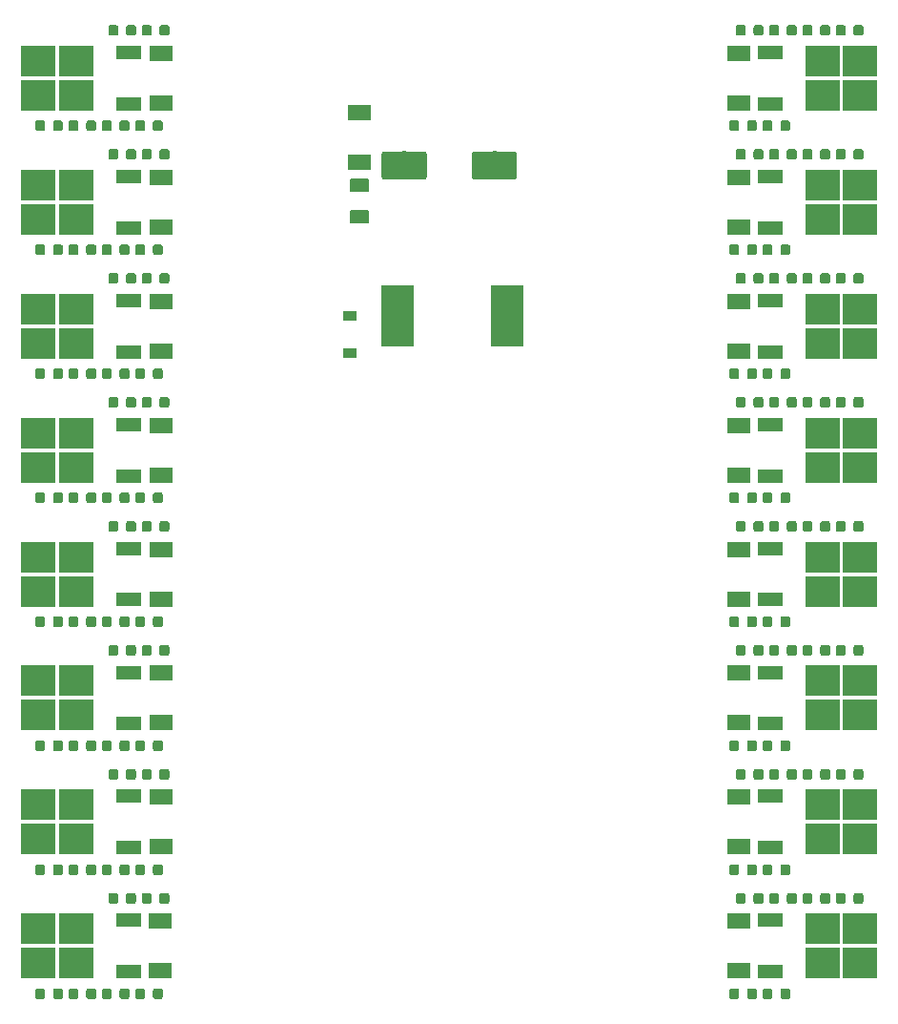
<source format=gbr>
G04 #@! TF.GenerationSoftware,KiCad,Pcbnew,(5.1.0)-1*
G04 #@! TF.CreationDate,2021-04-27T00:48:40+02:00*
G04 #@! TF.ProjectId,Magnetsteuerung,4d61676e-6574-4737-9465-756572756e67,rev?*
G04 #@! TF.SameCoordinates,Original*
G04 #@! TF.FileFunction,Paste,Top*
G04 #@! TF.FilePolarity,Positive*
%FSLAX46Y46*%
G04 Gerber Fmt 4.6, Leading zero omitted, Abs format (unit mm)*
G04 Created by KiCad (PCBNEW (5.1.0)-1) date 2021-04-27 00:48:40*
%MOMM*%
%LPD*%
G04 APERTURE LIST*
%ADD10R,2.200000X1.200000*%
%ADD11R,3.050000X2.750000*%
%ADD12R,2.900000X5.400000*%
%ADD13R,2.100000X1.400000*%
%ADD14C,0.100000*%
%ADD15C,0.875000*%
%ADD16R,1.200000X0.900000*%
%ADD17C,2.500000*%
%ADD18C,1.250000*%
G04 APERTURE END LIST*
D10*
X106500000Y-55780000D03*
X106500000Y-51220000D03*
D11*
X98525000Y-51975000D03*
X101875000Y-55025000D03*
X98525000Y-55025000D03*
X101875000Y-51975000D03*
X168125000Y-44025000D03*
X171475000Y-40975000D03*
X168125000Y-40975000D03*
X171475000Y-44025000D03*
D10*
X163500000Y-44780000D03*
X163500000Y-40220000D03*
D12*
X130425000Y-63600000D03*
X140125000Y-63600000D03*
D13*
X127000000Y-49950000D03*
X127000000Y-45550000D03*
X160700000Y-62300000D03*
X160700000Y-66700000D03*
X160700000Y-51300000D03*
X160700000Y-55700000D03*
X160700000Y-95300000D03*
X160700000Y-99700000D03*
X160700000Y-117300000D03*
X160700000Y-121700000D03*
X160700000Y-84300000D03*
X160700000Y-88700000D03*
X160700000Y-106300000D03*
X160700000Y-110700000D03*
X160700000Y-73300000D03*
X160700000Y-77700000D03*
D14*
G36*
X165077691Y-101256053D02*
G01*
X165098926Y-101259203D01*
X165119750Y-101264419D01*
X165139962Y-101271651D01*
X165159368Y-101280830D01*
X165177781Y-101291866D01*
X165195024Y-101304654D01*
X165210930Y-101319070D01*
X165225346Y-101334976D01*
X165238134Y-101352219D01*
X165249170Y-101370632D01*
X165258349Y-101390038D01*
X165265581Y-101410250D01*
X165270797Y-101431074D01*
X165273947Y-101452309D01*
X165275000Y-101473750D01*
X165275000Y-101986250D01*
X165273947Y-102007691D01*
X165270797Y-102028926D01*
X165265581Y-102049750D01*
X165258349Y-102069962D01*
X165249170Y-102089368D01*
X165238134Y-102107781D01*
X165225346Y-102125024D01*
X165210930Y-102140930D01*
X165195024Y-102155346D01*
X165177781Y-102168134D01*
X165159368Y-102179170D01*
X165139962Y-102188349D01*
X165119750Y-102195581D01*
X165098926Y-102200797D01*
X165077691Y-102203947D01*
X165056250Y-102205000D01*
X164618750Y-102205000D01*
X164597309Y-102203947D01*
X164576074Y-102200797D01*
X164555250Y-102195581D01*
X164535038Y-102188349D01*
X164515632Y-102179170D01*
X164497219Y-102168134D01*
X164479976Y-102155346D01*
X164464070Y-102140930D01*
X164449654Y-102125024D01*
X164436866Y-102107781D01*
X164425830Y-102089368D01*
X164416651Y-102069962D01*
X164409419Y-102049750D01*
X164404203Y-102028926D01*
X164401053Y-102007691D01*
X164400000Y-101986250D01*
X164400000Y-101473750D01*
X164401053Y-101452309D01*
X164404203Y-101431074D01*
X164409419Y-101410250D01*
X164416651Y-101390038D01*
X164425830Y-101370632D01*
X164436866Y-101352219D01*
X164449654Y-101334976D01*
X164464070Y-101319070D01*
X164479976Y-101304654D01*
X164497219Y-101291866D01*
X164515632Y-101280830D01*
X164535038Y-101271651D01*
X164555250Y-101264419D01*
X164576074Y-101259203D01*
X164597309Y-101256053D01*
X164618750Y-101255000D01*
X165056250Y-101255000D01*
X165077691Y-101256053D01*
X165077691Y-101256053D01*
G37*
D15*
X164837500Y-101730000D03*
D14*
G36*
X163502691Y-101256053D02*
G01*
X163523926Y-101259203D01*
X163544750Y-101264419D01*
X163564962Y-101271651D01*
X163584368Y-101280830D01*
X163602781Y-101291866D01*
X163620024Y-101304654D01*
X163635930Y-101319070D01*
X163650346Y-101334976D01*
X163663134Y-101352219D01*
X163674170Y-101370632D01*
X163683349Y-101390038D01*
X163690581Y-101410250D01*
X163695797Y-101431074D01*
X163698947Y-101452309D01*
X163700000Y-101473750D01*
X163700000Y-101986250D01*
X163698947Y-102007691D01*
X163695797Y-102028926D01*
X163690581Y-102049750D01*
X163683349Y-102069962D01*
X163674170Y-102089368D01*
X163663134Y-102107781D01*
X163650346Y-102125024D01*
X163635930Y-102140930D01*
X163620024Y-102155346D01*
X163602781Y-102168134D01*
X163584368Y-102179170D01*
X163564962Y-102188349D01*
X163544750Y-102195581D01*
X163523926Y-102200797D01*
X163502691Y-102203947D01*
X163481250Y-102205000D01*
X163043750Y-102205000D01*
X163022309Y-102203947D01*
X163001074Y-102200797D01*
X162980250Y-102195581D01*
X162960038Y-102188349D01*
X162940632Y-102179170D01*
X162922219Y-102168134D01*
X162904976Y-102155346D01*
X162889070Y-102140930D01*
X162874654Y-102125024D01*
X162861866Y-102107781D01*
X162850830Y-102089368D01*
X162841651Y-102069962D01*
X162834419Y-102049750D01*
X162829203Y-102028926D01*
X162826053Y-102007691D01*
X162825000Y-101986250D01*
X162825000Y-101473750D01*
X162826053Y-101452309D01*
X162829203Y-101431074D01*
X162834419Y-101410250D01*
X162841651Y-101390038D01*
X162850830Y-101370632D01*
X162861866Y-101352219D01*
X162874654Y-101334976D01*
X162889070Y-101319070D01*
X162904976Y-101304654D01*
X162922219Y-101291866D01*
X162940632Y-101280830D01*
X162960038Y-101271651D01*
X162980250Y-101264419D01*
X163001074Y-101259203D01*
X163022309Y-101256053D01*
X163043750Y-101255000D01*
X163481250Y-101255000D01*
X163502691Y-101256053D01*
X163502691Y-101256053D01*
G37*
D15*
X163262500Y-101730000D03*
D14*
G36*
X165077691Y-68256053D02*
G01*
X165098926Y-68259203D01*
X165119750Y-68264419D01*
X165139962Y-68271651D01*
X165159368Y-68280830D01*
X165177781Y-68291866D01*
X165195024Y-68304654D01*
X165210930Y-68319070D01*
X165225346Y-68334976D01*
X165238134Y-68352219D01*
X165249170Y-68370632D01*
X165258349Y-68390038D01*
X165265581Y-68410250D01*
X165270797Y-68431074D01*
X165273947Y-68452309D01*
X165275000Y-68473750D01*
X165275000Y-68986250D01*
X165273947Y-69007691D01*
X165270797Y-69028926D01*
X165265581Y-69049750D01*
X165258349Y-69069962D01*
X165249170Y-69089368D01*
X165238134Y-69107781D01*
X165225346Y-69125024D01*
X165210930Y-69140930D01*
X165195024Y-69155346D01*
X165177781Y-69168134D01*
X165159368Y-69179170D01*
X165139962Y-69188349D01*
X165119750Y-69195581D01*
X165098926Y-69200797D01*
X165077691Y-69203947D01*
X165056250Y-69205000D01*
X164618750Y-69205000D01*
X164597309Y-69203947D01*
X164576074Y-69200797D01*
X164555250Y-69195581D01*
X164535038Y-69188349D01*
X164515632Y-69179170D01*
X164497219Y-69168134D01*
X164479976Y-69155346D01*
X164464070Y-69140930D01*
X164449654Y-69125024D01*
X164436866Y-69107781D01*
X164425830Y-69089368D01*
X164416651Y-69069962D01*
X164409419Y-69049750D01*
X164404203Y-69028926D01*
X164401053Y-69007691D01*
X164400000Y-68986250D01*
X164400000Y-68473750D01*
X164401053Y-68452309D01*
X164404203Y-68431074D01*
X164409419Y-68410250D01*
X164416651Y-68390038D01*
X164425830Y-68370632D01*
X164436866Y-68352219D01*
X164449654Y-68334976D01*
X164464070Y-68319070D01*
X164479976Y-68304654D01*
X164497219Y-68291866D01*
X164515632Y-68280830D01*
X164535038Y-68271651D01*
X164555250Y-68264419D01*
X164576074Y-68259203D01*
X164597309Y-68256053D01*
X164618750Y-68255000D01*
X165056250Y-68255000D01*
X165077691Y-68256053D01*
X165077691Y-68256053D01*
G37*
D15*
X164837500Y-68730000D03*
D14*
G36*
X163502691Y-68256053D02*
G01*
X163523926Y-68259203D01*
X163544750Y-68264419D01*
X163564962Y-68271651D01*
X163584368Y-68280830D01*
X163602781Y-68291866D01*
X163620024Y-68304654D01*
X163635930Y-68319070D01*
X163650346Y-68334976D01*
X163663134Y-68352219D01*
X163674170Y-68370632D01*
X163683349Y-68390038D01*
X163690581Y-68410250D01*
X163695797Y-68431074D01*
X163698947Y-68452309D01*
X163700000Y-68473750D01*
X163700000Y-68986250D01*
X163698947Y-69007691D01*
X163695797Y-69028926D01*
X163690581Y-69049750D01*
X163683349Y-69069962D01*
X163674170Y-69089368D01*
X163663134Y-69107781D01*
X163650346Y-69125024D01*
X163635930Y-69140930D01*
X163620024Y-69155346D01*
X163602781Y-69168134D01*
X163584368Y-69179170D01*
X163564962Y-69188349D01*
X163544750Y-69195581D01*
X163523926Y-69200797D01*
X163502691Y-69203947D01*
X163481250Y-69205000D01*
X163043750Y-69205000D01*
X163022309Y-69203947D01*
X163001074Y-69200797D01*
X162980250Y-69195581D01*
X162960038Y-69188349D01*
X162940632Y-69179170D01*
X162922219Y-69168134D01*
X162904976Y-69155346D01*
X162889070Y-69140930D01*
X162874654Y-69125024D01*
X162861866Y-69107781D01*
X162850830Y-69089368D01*
X162841651Y-69069962D01*
X162834419Y-69049750D01*
X162829203Y-69028926D01*
X162826053Y-69007691D01*
X162825000Y-68986250D01*
X162825000Y-68473750D01*
X162826053Y-68452309D01*
X162829203Y-68431074D01*
X162834419Y-68410250D01*
X162841651Y-68390038D01*
X162850830Y-68370632D01*
X162861866Y-68352219D01*
X162874654Y-68334976D01*
X162889070Y-68319070D01*
X162904976Y-68304654D01*
X162922219Y-68291866D01*
X162940632Y-68280830D01*
X162960038Y-68271651D01*
X162980250Y-68264419D01*
X163001074Y-68259203D01*
X163022309Y-68256053D01*
X163043750Y-68255000D01*
X163481250Y-68255000D01*
X163502691Y-68256053D01*
X163502691Y-68256053D01*
G37*
D15*
X163262500Y-68730000D03*
D14*
G36*
X162702691Y-92796053D02*
G01*
X162723926Y-92799203D01*
X162744750Y-92804419D01*
X162764962Y-92811651D01*
X162784368Y-92820830D01*
X162802781Y-92831866D01*
X162820024Y-92844654D01*
X162835930Y-92859070D01*
X162850346Y-92874976D01*
X162863134Y-92892219D01*
X162874170Y-92910632D01*
X162883349Y-92930038D01*
X162890581Y-92950250D01*
X162895797Y-92971074D01*
X162898947Y-92992309D01*
X162900000Y-93013750D01*
X162900000Y-93526250D01*
X162898947Y-93547691D01*
X162895797Y-93568926D01*
X162890581Y-93589750D01*
X162883349Y-93609962D01*
X162874170Y-93629368D01*
X162863134Y-93647781D01*
X162850346Y-93665024D01*
X162835930Y-93680930D01*
X162820024Y-93695346D01*
X162802781Y-93708134D01*
X162784368Y-93719170D01*
X162764962Y-93728349D01*
X162744750Y-93735581D01*
X162723926Y-93740797D01*
X162702691Y-93743947D01*
X162681250Y-93745000D01*
X162243750Y-93745000D01*
X162222309Y-93743947D01*
X162201074Y-93740797D01*
X162180250Y-93735581D01*
X162160038Y-93728349D01*
X162140632Y-93719170D01*
X162122219Y-93708134D01*
X162104976Y-93695346D01*
X162089070Y-93680930D01*
X162074654Y-93665024D01*
X162061866Y-93647781D01*
X162050830Y-93629368D01*
X162041651Y-93609962D01*
X162034419Y-93589750D01*
X162029203Y-93568926D01*
X162026053Y-93547691D01*
X162025000Y-93526250D01*
X162025000Y-93013750D01*
X162026053Y-92992309D01*
X162029203Y-92971074D01*
X162034419Y-92950250D01*
X162041651Y-92930038D01*
X162050830Y-92910632D01*
X162061866Y-92892219D01*
X162074654Y-92874976D01*
X162089070Y-92859070D01*
X162104976Y-92844654D01*
X162122219Y-92831866D01*
X162140632Y-92820830D01*
X162160038Y-92811651D01*
X162180250Y-92804419D01*
X162201074Y-92799203D01*
X162222309Y-92796053D01*
X162243750Y-92795000D01*
X162681250Y-92795000D01*
X162702691Y-92796053D01*
X162702691Y-92796053D01*
G37*
D15*
X162462500Y-93270000D03*
D14*
G36*
X161127691Y-92796053D02*
G01*
X161148926Y-92799203D01*
X161169750Y-92804419D01*
X161189962Y-92811651D01*
X161209368Y-92820830D01*
X161227781Y-92831866D01*
X161245024Y-92844654D01*
X161260930Y-92859070D01*
X161275346Y-92874976D01*
X161288134Y-92892219D01*
X161299170Y-92910632D01*
X161308349Y-92930038D01*
X161315581Y-92950250D01*
X161320797Y-92971074D01*
X161323947Y-92992309D01*
X161325000Y-93013750D01*
X161325000Y-93526250D01*
X161323947Y-93547691D01*
X161320797Y-93568926D01*
X161315581Y-93589750D01*
X161308349Y-93609962D01*
X161299170Y-93629368D01*
X161288134Y-93647781D01*
X161275346Y-93665024D01*
X161260930Y-93680930D01*
X161245024Y-93695346D01*
X161227781Y-93708134D01*
X161209368Y-93719170D01*
X161189962Y-93728349D01*
X161169750Y-93735581D01*
X161148926Y-93740797D01*
X161127691Y-93743947D01*
X161106250Y-93745000D01*
X160668750Y-93745000D01*
X160647309Y-93743947D01*
X160626074Y-93740797D01*
X160605250Y-93735581D01*
X160585038Y-93728349D01*
X160565632Y-93719170D01*
X160547219Y-93708134D01*
X160529976Y-93695346D01*
X160514070Y-93680930D01*
X160499654Y-93665024D01*
X160486866Y-93647781D01*
X160475830Y-93629368D01*
X160466651Y-93609962D01*
X160459419Y-93589750D01*
X160454203Y-93568926D01*
X160451053Y-93547691D01*
X160450000Y-93526250D01*
X160450000Y-93013750D01*
X160451053Y-92992309D01*
X160454203Y-92971074D01*
X160459419Y-92950250D01*
X160466651Y-92930038D01*
X160475830Y-92910632D01*
X160486866Y-92892219D01*
X160499654Y-92874976D01*
X160514070Y-92859070D01*
X160529976Y-92844654D01*
X160547219Y-92831866D01*
X160565632Y-92820830D01*
X160585038Y-92811651D01*
X160605250Y-92804419D01*
X160626074Y-92799203D01*
X160647309Y-92796053D01*
X160668750Y-92795000D01*
X161106250Y-92795000D01*
X161127691Y-92796053D01*
X161127691Y-92796053D01*
G37*
D15*
X160887500Y-93270000D03*
D14*
G36*
X162702691Y-59796053D02*
G01*
X162723926Y-59799203D01*
X162744750Y-59804419D01*
X162764962Y-59811651D01*
X162784368Y-59820830D01*
X162802781Y-59831866D01*
X162820024Y-59844654D01*
X162835930Y-59859070D01*
X162850346Y-59874976D01*
X162863134Y-59892219D01*
X162874170Y-59910632D01*
X162883349Y-59930038D01*
X162890581Y-59950250D01*
X162895797Y-59971074D01*
X162898947Y-59992309D01*
X162900000Y-60013750D01*
X162900000Y-60526250D01*
X162898947Y-60547691D01*
X162895797Y-60568926D01*
X162890581Y-60589750D01*
X162883349Y-60609962D01*
X162874170Y-60629368D01*
X162863134Y-60647781D01*
X162850346Y-60665024D01*
X162835930Y-60680930D01*
X162820024Y-60695346D01*
X162802781Y-60708134D01*
X162784368Y-60719170D01*
X162764962Y-60728349D01*
X162744750Y-60735581D01*
X162723926Y-60740797D01*
X162702691Y-60743947D01*
X162681250Y-60745000D01*
X162243750Y-60745000D01*
X162222309Y-60743947D01*
X162201074Y-60740797D01*
X162180250Y-60735581D01*
X162160038Y-60728349D01*
X162140632Y-60719170D01*
X162122219Y-60708134D01*
X162104976Y-60695346D01*
X162089070Y-60680930D01*
X162074654Y-60665024D01*
X162061866Y-60647781D01*
X162050830Y-60629368D01*
X162041651Y-60609962D01*
X162034419Y-60589750D01*
X162029203Y-60568926D01*
X162026053Y-60547691D01*
X162025000Y-60526250D01*
X162025000Y-60013750D01*
X162026053Y-59992309D01*
X162029203Y-59971074D01*
X162034419Y-59950250D01*
X162041651Y-59930038D01*
X162050830Y-59910632D01*
X162061866Y-59892219D01*
X162074654Y-59874976D01*
X162089070Y-59859070D01*
X162104976Y-59844654D01*
X162122219Y-59831866D01*
X162140632Y-59820830D01*
X162160038Y-59811651D01*
X162180250Y-59804419D01*
X162201074Y-59799203D01*
X162222309Y-59796053D01*
X162243750Y-59795000D01*
X162681250Y-59795000D01*
X162702691Y-59796053D01*
X162702691Y-59796053D01*
G37*
D15*
X162462500Y-60270000D03*
D14*
G36*
X161127691Y-59796053D02*
G01*
X161148926Y-59799203D01*
X161169750Y-59804419D01*
X161189962Y-59811651D01*
X161209368Y-59820830D01*
X161227781Y-59831866D01*
X161245024Y-59844654D01*
X161260930Y-59859070D01*
X161275346Y-59874976D01*
X161288134Y-59892219D01*
X161299170Y-59910632D01*
X161308349Y-59930038D01*
X161315581Y-59950250D01*
X161320797Y-59971074D01*
X161323947Y-59992309D01*
X161325000Y-60013750D01*
X161325000Y-60526250D01*
X161323947Y-60547691D01*
X161320797Y-60568926D01*
X161315581Y-60589750D01*
X161308349Y-60609962D01*
X161299170Y-60629368D01*
X161288134Y-60647781D01*
X161275346Y-60665024D01*
X161260930Y-60680930D01*
X161245024Y-60695346D01*
X161227781Y-60708134D01*
X161209368Y-60719170D01*
X161189962Y-60728349D01*
X161169750Y-60735581D01*
X161148926Y-60740797D01*
X161127691Y-60743947D01*
X161106250Y-60745000D01*
X160668750Y-60745000D01*
X160647309Y-60743947D01*
X160626074Y-60740797D01*
X160605250Y-60735581D01*
X160585038Y-60728349D01*
X160565632Y-60719170D01*
X160547219Y-60708134D01*
X160529976Y-60695346D01*
X160514070Y-60680930D01*
X160499654Y-60665024D01*
X160486866Y-60647781D01*
X160475830Y-60629368D01*
X160466651Y-60609962D01*
X160459419Y-60589750D01*
X160454203Y-60568926D01*
X160451053Y-60547691D01*
X160450000Y-60526250D01*
X160450000Y-60013750D01*
X160451053Y-59992309D01*
X160454203Y-59971074D01*
X160459419Y-59950250D01*
X160466651Y-59930038D01*
X160475830Y-59910632D01*
X160486866Y-59892219D01*
X160499654Y-59874976D01*
X160514070Y-59859070D01*
X160529976Y-59844654D01*
X160547219Y-59831866D01*
X160565632Y-59820830D01*
X160585038Y-59811651D01*
X160605250Y-59804419D01*
X160626074Y-59799203D01*
X160647309Y-59796053D01*
X160668750Y-59795000D01*
X161106250Y-59795000D01*
X161127691Y-59796053D01*
X161127691Y-59796053D01*
G37*
D15*
X160887500Y-60270000D03*
D14*
G36*
X167047691Y-92796053D02*
G01*
X167068926Y-92799203D01*
X167089750Y-92804419D01*
X167109962Y-92811651D01*
X167129368Y-92820830D01*
X167147781Y-92831866D01*
X167165024Y-92844654D01*
X167180930Y-92859070D01*
X167195346Y-92874976D01*
X167208134Y-92892219D01*
X167219170Y-92910632D01*
X167228349Y-92930038D01*
X167235581Y-92950250D01*
X167240797Y-92971074D01*
X167243947Y-92992309D01*
X167245000Y-93013750D01*
X167245000Y-93526250D01*
X167243947Y-93547691D01*
X167240797Y-93568926D01*
X167235581Y-93589750D01*
X167228349Y-93609962D01*
X167219170Y-93629368D01*
X167208134Y-93647781D01*
X167195346Y-93665024D01*
X167180930Y-93680930D01*
X167165024Y-93695346D01*
X167147781Y-93708134D01*
X167129368Y-93719170D01*
X167109962Y-93728349D01*
X167089750Y-93735581D01*
X167068926Y-93740797D01*
X167047691Y-93743947D01*
X167026250Y-93745000D01*
X166588750Y-93745000D01*
X166567309Y-93743947D01*
X166546074Y-93740797D01*
X166525250Y-93735581D01*
X166505038Y-93728349D01*
X166485632Y-93719170D01*
X166467219Y-93708134D01*
X166449976Y-93695346D01*
X166434070Y-93680930D01*
X166419654Y-93665024D01*
X166406866Y-93647781D01*
X166395830Y-93629368D01*
X166386651Y-93609962D01*
X166379419Y-93589750D01*
X166374203Y-93568926D01*
X166371053Y-93547691D01*
X166370000Y-93526250D01*
X166370000Y-93013750D01*
X166371053Y-92992309D01*
X166374203Y-92971074D01*
X166379419Y-92950250D01*
X166386651Y-92930038D01*
X166395830Y-92910632D01*
X166406866Y-92892219D01*
X166419654Y-92874976D01*
X166434070Y-92859070D01*
X166449976Y-92844654D01*
X166467219Y-92831866D01*
X166485632Y-92820830D01*
X166505038Y-92811651D01*
X166525250Y-92804419D01*
X166546074Y-92799203D01*
X166567309Y-92796053D01*
X166588750Y-92795000D01*
X167026250Y-92795000D01*
X167047691Y-92796053D01*
X167047691Y-92796053D01*
G37*
D15*
X166807500Y-93270000D03*
D14*
G36*
X168622691Y-92796053D02*
G01*
X168643926Y-92799203D01*
X168664750Y-92804419D01*
X168684962Y-92811651D01*
X168704368Y-92820830D01*
X168722781Y-92831866D01*
X168740024Y-92844654D01*
X168755930Y-92859070D01*
X168770346Y-92874976D01*
X168783134Y-92892219D01*
X168794170Y-92910632D01*
X168803349Y-92930038D01*
X168810581Y-92950250D01*
X168815797Y-92971074D01*
X168818947Y-92992309D01*
X168820000Y-93013750D01*
X168820000Y-93526250D01*
X168818947Y-93547691D01*
X168815797Y-93568926D01*
X168810581Y-93589750D01*
X168803349Y-93609962D01*
X168794170Y-93629368D01*
X168783134Y-93647781D01*
X168770346Y-93665024D01*
X168755930Y-93680930D01*
X168740024Y-93695346D01*
X168722781Y-93708134D01*
X168704368Y-93719170D01*
X168684962Y-93728349D01*
X168664750Y-93735581D01*
X168643926Y-93740797D01*
X168622691Y-93743947D01*
X168601250Y-93745000D01*
X168163750Y-93745000D01*
X168142309Y-93743947D01*
X168121074Y-93740797D01*
X168100250Y-93735581D01*
X168080038Y-93728349D01*
X168060632Y-93719170D01*
X168042219Y-93708134D01*
X168024976Y-93695346D01*
X168009070Y-93680930D01*
X167994654Y-93665024D01*
X167981866Y-93647781D01*
X167970830Y-93629368D01*
X167961651Y-93609962D01*
X167954419Y-93589750D01*
X167949203Y-93568926D01*
X167946053Y-93547691D01*
X167945000Y-93526250D01*
X167945000Y-93013750D01*
X167946053Y-92992309D01*
X167949203Y-92971074D01*
X167954419Y-92950250D01*
X167961651Y-92930038D01*
X167970830Y-92910632D01*
X167981866Y-92892219D01*
X167994654Y-92874976D01*
X168009070Y-92859070D01*
X168024976Y-92844654D01*
X168042219Y-92831866D01*
X168060632Y-92820830D01*
X168080038Y-92811651D01*
X168100250Y-92804419D01*
X168121074Y-92799203D01*
X168142309Y-92796053D01*
X168163750Y-92795000D01*
X168601250Y-92795000D01*
X168622691Y-92796053D01*
X168622691Y-92796053D01*
G37*
D15*
X168382500Y-93270000D03*
D14*
G36*
X164087691Y-92796053D02*
G01*
X164108926Y-92799203D01*
X164129750Y-92804419D01*
X164149962Y-92811651D01*
X164169368Y-92820830D01*
X164187781Y-92831866D01*
X164205024Y-92844654D01*
X164220930Y-92859070D01*
X164235346Y-92874976D01*
X164248134Y-92892219D01*
X164259170Y-92910632D01*
X164268349Y-92930038D01*
X164275581Y-92950250D01*
X164280797Y-92971074D01*
X164283947Y-92992309D01*
X164285000Y-93013750D01*
X164285000Y-93526250D01*
X164283947Y-93547691D01*
X164280797Y-93568926D01*
X164275581Y-93589750D01*
X164268349Y-93609962D01*
X164259170Y-93629368D01*
X164248134Y-93647781D01*
X164235346Y-93665024D01*
X164220930Y-93680930D01*
X164205024Y-93695346D01*
X164187781Y-93708134D01*
X164169368Y-93719170D01*
X164149962Y-93728349D01*
X164129750Y-93735581D01*
X164108926Y-93740797D01*
X164087691Y-93743947D01*
X164066250Y-93745000D01*
X163628750Y-93745000D01*
X163607309Y-93743947D01*
X163586074Y-93740797D01*
X163565250Y-93735581D01*
X163545038Y-93728349D01*
X163525632Y-93719170D01*
X163507219Y-93708134D01*
X163489976Y-93695346D01*
X163474070Y-93680930D01*
X163459654Y-93665024D01*
X163446866Y-93647781D01*
X163435830Y-93629368D01*
X163426651Y-93609962D01*
X163419419Y-93589750D01*
X163414203Y-93568926D01*
X163411053Y-93547691D01*
X163410000Y-93526250D01*
X163410000Y-93013750D01*
X163411053Y-92992309D01*
X163414203Y-92971074D01*
X163419419Y-92950250D01*
X163426651Y-92930038D01*
X163435830Y-92910632D01*
X163446866Y-92892219D01*
X163459654Y-92874976D01*
X163474070Y-92859070D01*
X163489976Y-92844654D01*
X163507219Y-92831866D01*
X163525632Y-92820830D01*
X163545038Y-92811651D01*
X163565250Y-92804419D01*
X163586074Y-92799203D01*
X163607309Y-92796053D01*
X163628750Y-92795000D01*
X164066250Y-92795000D01*
X164087691Y-92796053D01*
X164087691Y-92796053D01*
G37*
D15*
X163847500Y-93270000D03*
D14*
G36*
X165662691Y-92796053D02*
G01*
X165683926Y-92799203D01*
X165704750Y-92804419D01*
X165724962Y-92811651D01*
X165744368Y-92820830D01*
X165762781Y-92831866D01*
X165780024Y-92844654D01*
X165795930Y-92859070D01*
X165810346Y-92874976D01*
X165823134Y-92892219D01*
X165834170Y-92910632D01*
X165843349Y-92930038D01*
X165850581Y-92950250D01*
X165855797Y-92971074D01*
X165858947Y-92992309D01*
X165860000Y-93013750D01*
X165860000Y-93526250D01*
X165858947Y-93547691D01*
X165855797Y-93568926D01*
X165850581Y-93589750D01*
X165843349Y-93609962D01*
X165834170Y-93629368D01*
X165823134Y-93647781D01*
X165810346Y-93665024D01*
X165795930Y-93680930D01*
X165780024Y-93695346D01*
X165762781Y-93708134D01*
X165744368Y-93719170D01*
X165724962Y-93728349D01*
X165704750Y-93735581D01*
X165683926Y-93740797D01*
X165662691Y-93743947D01*
X165641250Y-93745000D01*
X165203750Y-93745000D01*
X165182309Y-93743947D01*
X165161074Y-93740797D01*
X165140250Y-93735581D01*
X165120038Y-93728349D01*
X165100632Y-93719170D01*
X165082219Y-93708134D01*
X165064976Y-93695346D01*
X165049070Y-93680930D01*
X165034654Y-93665024D01*
X165021866Y-93647781D01*
X165010830Y-93629368D01*
X165001651Y-93609962D01*
X164994419Y-93589750D01*
X164989203Y-93568926D01*
X164986053Y-93547691D01*
X164985000Y-93526250D01*
X164985000Y-93013750D01*
X164986053Y-92992309D01*
X164989203Y-92971074D01*
X164994419Y-92950250D01*
X165001651Y-92930038D01*
X165010830Y-92910632D01*
X165021866Y-92892219D01*
X165034654Y-92874976D01*
X165049070Y-92859070D01*
X165064976Y-92844654D01*
X165082219Y-92831866D01*
X165100632Y-92820830D01*
X165120038Y-92811651D01*
X165140250Y-92804419D01*
X165161074Y-92799203D01*
X165182309Y-92796053D01*
X165203750Y-92795000D01*
X165641250Y-92795000D01*
X165662691Y-92796053D01*
X165662691Y-92796053D01*
G37*
D15*
X165422500Y-93270000D03*
D14*
G36*
X167047691Y-59796053D02*
G01*
X167068926Y-59799203D01*
X167089750Y-59804419D01*
X167109962Y-59811651D01*
X167129368Y-59820830D01*
X167147781Y-59831866D01*
X167165024Y-59844654D01*
X167180930Y-59859070D01*
X167195346Y-59874976D01*
X167208134Y-59892219D01*
X167219170Y-59910632D01*
X167228349Y-59930038D01*
X167235581Y-59950250D01*
X167240797Y-59971074D01*
X167243947Y-59992309D01*
X167245000Y-60013750D01*
X167245000Y-60526250D01*
X167243947Y-60547691D01*
X167240797Y-60568926D01*
X167235581Y-60589750D01*
X167228349Y-60609962D01*
X167219170Y-60629368D01*
X167208134Y-60647781D01*
X167195346Y-60665024D01*
X167180930Y-60680930D01*
X167165024Y-60695346D01*
X167147781Y-60708134D01*
X167129368Y-60719170D01*
X167109962Y-60728349D01*
X167089750Y-60735581D01*
X167068926Y-60740797D01*
X167047691Y-60743947D01*
X167026250Y-60745000D01*
X166588750Y-60745000D01*
X166567309Y-60743947D01*
X166546074Y-60740797D01*
X166525250Y-60735581D01*
X166505038Y-60728349D01*
X166485632Y-60719170D01*
X166467219Y-60708134D01*
X166449976Y-60695346D01*
X166434070Y-60680930D01*
X166419654Y-60665024D01*
X166406866Y-60647781D01*
X166395830Y-60629368D01*
X166386651Y-60609962D01*
X166379419Y-60589750D01*
X166374203Y-60568926D01*
X166371053Y-60547691D01*
X166370000Y-60526250D01*
X166370000Y-60013750D01*
X166371053Y-59992309D01*
X166374203Y-59971074D01*
X166379419Y-59950250D01*
X166386651Y-59930038D01*
X166395830Y-59910632D01*
X166406866Y-59892219D01*
X166419654Y-59874976D01*
X166434070Y-59859070D01*
X166449976Y-59844654D01*
X166467219Y-59831866D01*
X166485632Y-59820830D01*
X166505038Y-59811651D01*
X166525250Y-59804419D01*
X166546074Y-59799203D01*
X166567309Y-59796053D01*
X166588750Y-59795000D01*
X167026250Y-59795000D01*
X167047691Y-59796053D01*
X167047691Y-59796053D01*
G37*
D15*
X166807500Y-60270000D03*
D14*
G36*
X168622691Y-59796053D02*
G01*
X168643926Y-59799203D01*
X168664750Y-59804419D01*
X168684962Y-59811651D01*
X168704368Y-59820830D01*
X168722781Y-59831866D01*
X168740024Y-59844654D01*
X168755930Y-59859070D01*
X168770346Y-59874976D01*
X168783134Y-59892219D01*
X168794170Y-59910632D01*
X168803349Y-59930038D01*
X168810581Y-59950250D01*
X168815797Y-59971074D01*
X168818947Y-59992309D01*
X168820000Y-60013750D01*
X168820000Y-60526250D01*
X168818947Y-60547691D01*
X168815797Y-60568926D01*
X168810581Y-60589750D01*
X168803349Y-60609962D01*
X168794170Y-60629368D01*
X168783134Y-60647781D01*
X168770346Y-60665024D01*
X168755930Y-60680930D01*
X168740024Y-60695346D01*
X168722781Y-60708134D01*
X168704368Y-60719170D01*
X168684962Y-60728349D01*
X168664750Y-60735581D01*
X168643926Y-60740797D01*
X168622691Y-60743947D01*
X168601250Y-60745000D01*
X168163750Y-60745000D01*
X168142309Y-60743947D01*
X168121074Y-60740797D01*
X168100250Y-60735581D01*
X168080038Y-60728349D01*
X168060632Y-60719170D01*
X168042219Y-60708134D01*
X168024976Y-60695346D01*
X168009070Y-60680930D01*
X167994654Y-60665024D01*
X167981866Y-60647781D01*
X167970830Y-60629368D01*
X167961651Y-60609962D01*
X167954419Y-60589750D01*
X167949203Y-60568926D01*
X167946053Y-60547691D01*
X167945000Y-60526250D01*
X167945000Y-60013750D01*
X167946053Y-59992309D01*
X167949203Y-59971074D01*
X167954419Y-59950250D01*
X167961651Y-59930038D01*
X167970830Y-59910632D01*
X167981866Y-59892219D01*
X167994654Y-59874976D01*
X168009070Y-59859070D01*
X168024976Y-59844654D01*
X168042219Y-59831866D01*
X168060632Y-59820830D01*
X168080038Y-59811651D01*
X168100250Y-59804419D01*
X168121074Y-59799203D01*
X168142309Y-59796053D01*
X168163750Y-59795000D01*
X168601250Y-59795000D01*
X168622691Y-59796053D01*
X168622691Y-59796053D01*
G37*
D15*
X168382500Y-60270000D03*
D14*
G36*
X164087691Y-59796053D02*
G01*
X164108926Y-59799203D01*
X164129750Y-59804419D01*
X164149962Y-59811651D01*
X164169368Y-59820830D01*
X164187781Y-59831866D01*
X164205024Y-59844654D01*
X164220930Y-59859070D01*
X164235346Y-59874976D01*
X164248134Y-59892219D01*
X164259170Y-59910632D01*
X164268349Y-59930038D01*
X164275581Y-59950250D01*
X164280797Y-59971074D01*
X164283947Y-59992309D01*
X164285000Y-60013750D01*
X164285000Y-60526250D01*
X164283947Y-60547691D01*
X164280797Y-60568926D01*
X164275581Y-60589750D01*
X164268349Y-60609962D01*
X164259170Y-60629368D01*
X164248134Y-60647781D01*
X164235346Y-60665024D01*
X164220930Y-60680930D01*
X164205024Y-60695346D01*
X164187781Y-60708134D01*
X164169368Y-60719170D01*
X164149962Y-60728349D01*
X164129750Y-60735581D01*
X164108926Y-60740797D01*
X164087691Y-60743947D01*
X164066250Y-60745000D01*
X163628750Y-60745000D01*
X163607309Y-60743947D01*
X163586074Y-60740797D01*
X163565250Y-60735581D01*
X163545038Y-60728349D01*
X163525632Y-60719170D01*
X163507219Y-60708134D01*
X163489976Y-60695346D01*
X163474070Y-60680930D01*
X163459654Y-60665024D01*
X163446866Y-60647781D01*
X163435830Y-60629368D01*
X163426651Y-60609962D01*
X163419419Y-60589750D01*
X163414203Y-60568926D01*
X163411053Y-60547691D01*
X163410000Y-60526250D01*
X163410000Y-60013750D01*
X163411053Y-59992309D01*
X163414203Y-59971074D01*
X163419419Y-59950250D01*
X163426651Y-59930038D01*
X163435830Y-59910632D01*
X163446866Y-59892219D01*
X163459654Y-59874976D01*
X163474070Y-59859070D01*
X163489976Y-59844654D01*
X163507219Y-59831866D01*
X163525632Y-59820830D01*
X163545038Y-59811651D01*
X163565250Y-59804419D01*
X163586074Y-59799203D01*
X163607309Y-59796053D01*
X163628750Y-59795000D01*
X164066250Y-59795000D01*
X164087691Y-59796053D01*
X164087691Y-59796053D01*
G37*
D15*
X163847500Y-60270000D03*
D14*
G36*
X165662691Y-59796053D02*
G01*
X165683926Y-59799203D01*
X165704750Y-59804419D01*
X165724962Y-59811651D01*
X165744368Y-59820830D01*
X165762781Y-59831866D01*
X165780024Y-59844654D01*
X165795930Y-59859070D01*
X165810346Y-59874976D01*
X165823134Y-59892219D01*
X165834170Y-59910632D01*
X165843349Y-59930038D01*
X165850581Y-59950250D01*
X165855797Y-59971074D01*
X165858947Y-59992309D01*
X165860000Y-60013750D01*
X165860000Y-60526250D01*
X165858947Y-60547691D01*
X165855797Y-60568926D01*
X165850581Y-60589750D01*
X165843349Y-60609962D01*
X165834170Y-60629368D01*
X165823134Y-60647781D01*
X165810346Y-60665024D01*
X165795930Y-60680930D01*
X165780024Y-60695346D01*
X165762781Y-60708134D01*
X165744368Y-60719170D01*
X165724962Y-60728349D01*
X165704750Y-60735581D01*
X165683926Y-60740797D01*
X165662691Y-60743947D01*
X165641250Y-60745000D01*
X165203750Y-60745000D01*
X165182309Y-60743947D01*
X165161074Y-60740797D01*
X165140250Y-60735581D01*
X165120038Y-60728349D01*
X165100632Y-60719170D01*
X165082219Y-60708134D01*
X165064976Y-60695346D01*
X165049070Y-60680930D01*
X165034654Y-60665024D01*
X165021866Y-60647781D01*
X165010830Y-60629368D01*
X165001651Y-60609962D01*
X164994419Y-60589750D01*
X164989203Y-60568926D01*
X164986053Y-60547691D01*
X164985000Y-60526250D01*
X164985000Y-60013750D01*
X164986053Y-59992309D01*
X164989203Y-59971074D01*
X164994419Y-59950250D01*
X165001651Y-59930038D01*
X165010830Y-59910632D01*
X165021866Y-59892219D01*
X165034654Y-59874976D01*
X165049070Y-59859070D01*
X165064976Y-59844654D01*
X165082219Y-59831866D01*
X165100632Y-59820830D01*
X165120038Y-59811651D01*
X165140250Y-59804419D01*
X165161074Y-59799203D01*
X165182309Y-59796053D01*
X165203750Y-59795000D01*
X165641250Y-59795000D01*
X165662691Y-59796053D01*
X165662691Y-59796053D01*
G37*
D15*
X165422500Y-60270000D03*
D14*
G36*
X165077691Y-123256053D02*
G01*
X165098926Y-123259203D01*
X165119750Y-123264419D01*
X165139962Y-123271651D01*
X165159368Y-123280830D01*
X165177781Y-123291866D01*
X165195024Y-123304654D01*
X165210930Y-123319070D01*
X165225346Y-123334976D01*
X165238134Y-123352219D01*
X165249170Y-123370632D01*
X165258349Y-123390038D01*
X165265581Y-123410250D01*
X165270797Y-123431074D01*
X165273947Y-123452309D01*
X165275000Y-123473750D01*
X165275000Y-123986250D01*
X165273947Y-124007691D01*
X165270797Y-124028926D01*
X165265581Y-124049750D01*
X165258349Y-124069962D01*
X165249170Y-124089368D01*
X165238134Y-124107781D01*
X165225346Y-124125024D01*
X165210930Y-124140930D01*
X165195024Y-124155346D01*
X165177781Y-124168134D01*
X165159368Y-124179170D01*
X165139962Y-124188349D01*
X165119750Y-124195581D01*
X165098926Y-124200797D01*
X165077691Y-124203947D01*
X165056250Y-124205000D01*
X164618750Y-124205000D01*
X164597309Y-124203947D01*
X164576074Y-124200797D01*
X164555250Y-124195581D01*
X164535038Y-124188349D01*
X164515632Y-124179170D01*
X164497219Y-124168134D01*
X164479976Y-124155346D01*
X164464070Y-124140930D01*
X164449654Y-124125024D01*
X164436866Y-124107781D01*
X164425830Y-124089368D01*
X164416651Y-124069962D01*
X164409419Y-124049750D01*
X164404203Y-124028926D01*
X164401053Y-124007691D01*
X164400000Y-123986250D01*
X164400000Y-123473750D01*
X164401053Y-123452309D01*
X164404203Y-123431074D01*
X164409419Y-123410250D01*
X164416651Y-123390038D01*
X164425830Y-123370632D01*
X164436866Y-123352219D01*
X164449654Y-123334976D01*
X164464070Y-123319070D01*
X164479976Y-123304654D01*
X164497219Y-123291866D01*
X164515632Y-123280830D01*
X164535038Y-123271651D01*
X164555250Y-123264419D01*
X164576074Y-123259203D01*
X164597309Y-123256053D01*
X164618750Y-123255000D01*
X165056250Y-123255000D01*
X165077691Y-123256053D01*
X165077691Y-123256053D01*
G37*
D15*
X164837500Y-123730000D03*
D14*
G36*
X163502691Y-123256053D02*
G01*
X163523926Y-123259203D01*
X163544750Y-123264419D01*
X163564962Y-123271651D01*
X163584368Y-123280830D01*
X163602781Y-123291866D01*
X163620024Y-123304654D01*
X163635930Y-123319070D01*
X163650346Y-123334976D01*
X163663134Y-123352219D01*
X163674170Y-123370632D01*
X163683349Y-123390038D01*
X163690581Y-123410250D01*
X163695797Y-123431074D01*
X163698947Y-123452309D01*
X163700000Y-123473750D01*
X163700000Y-123986250D01*
X163698947Y-124007691D01*
X163695797Y-124028926D01*
X163690581Y-124049750D01*
X163683349Y-124069962D01*
X163674170Y-124089368D01*
X163663134Y-124107781D01*
X163650346Y-124125024D01*
X163635930Y-124140930D01*
X163620024Y-124155346D01*
X163602781Y-124168134D01*
X163584368Y-124179170D01*
X163564962Y-124188349D01*
X163544750Y-124195581D01*
X163523926Y-124200797D01*
X163502691Y-124203947D01*
X163481250Y-124205000D01*
X163043750Y-124205000D01*
X163022309Y-124203947D01*
X163001074Y-124200797D01*
X162980250Y-124195581D01*
X162960038Y-124188349D01*
X162940632Y-124179170D01*
X162922219Y-124168134D01*
X162904976Y-124155346D01*
X162889070Y-124140930D01*
X162874654Y-124125024D01*
X162861866Y-124107781D01*
X162850830Y-124089368D01*
X162841651Y-124069962D01*
X162834419Y-124049750D01*
X162829203Y-124028926D01*
X162826053Y-124007691D01*
X162825000Y-123986250D01*
X162825000Y-123473750D01*
X162826053Y-123452309D01*
X162829203Y-123431074D01*
X162834419Y-123410250D01*
X162841651Y-123390038D01*
X162850830Y-123370632D01*
X162861866Y-123352219D01*
X162874654Y-123334976D01*
X162889070Y-123319070D01*
X162904976Y-123304654D01*
X162922219Y-123291866D01*
X162940632Y-123280830D01*
X162960038Y-123271651D01*
X162980250Y-123264419D01*
X163001074Y-123259203D01*
X163022309Y-123256053D01*
X163043750Y-123255000D01*
X163481250Y-123255000D01*
X163502691Y-123256053D01*
X163502691Y-123256053D01*
G37*
D15*
X163262500Y-123730000D03*
D14*
G36*
X165077691Y-90256053D02*
G01*
X165098926Y-90259203D01*
X165119750Y-90264419D01*
X165139962Y-90271651D01*
X165159368Y-90280830D01*
X165177781Y-90291866D01*
X165195024Y-90304654D01*
X165210930Y-90319070D01*
X165225346Y-90334976D01*
X165238134Y-90352219D01*
X165249170Y-90370632D01*
X165258349Y-90390038D01*
X165265581Y-90410250D01*
X165270797Y-90431074D01*
X165273947Y-90452309D01*
X165275000Y-90473750D01*
X165275000Y-90986250D01*
X165273947Y-91007691D01*
X165270797Y-91028926D01*
X165265581Y-91049750D01*
X165258349Y-91069962D01*
X165249170Y-91089368D01*
X165238134Y-91107781D01*
X165225346Y-91125024D01*
X165210930Y-91140930D01*
X165195024Y-91155346D01*
X165177781Y-91168134D01*
X165159368Y-91179170D01*
X165139962Y-91188349D01*
X165119750Y-91195581D01*
X165098926Y-91200797D01*
X165077691Y-91203947D01*
X165056250Y-91205000D01*
X164618750Y-91205000D01*
X164597309Y-91203947D01*
X164576074Y-91200797D01*
X164555250Y-91195581D01*
X164535038Y-91188349D01*
X164515632Y-91179170D01*
X164497219Y-91168134D01*
X164479976Y-91155346D01*
X164464070Y-91140930D01*
X164449654Y-91125024D01*
X164436866Y-91107781D01*
X164425830Y-91089368D01*
X164416651Y-91069962D01*
X164409419Y-91049750D01*
X164404203Y-91028926D01*
X164401053Y-91007691D01*
X164400000Y-90986250D01*
X164400000Y-90473750D01*
X164401053Y-90452309D01*
X164404203Y-90431074D01*
X164409419Y-90410250D01*
X164416651Y-90390038D01*
X164425830Y-90370632D01*
X164436866Y-90352219D01*
X164449654Y-90334976D01*
X164464070Y-90319070D01*
X164479976Y-90304654D01*
X164497219Y-90291866D01*
X164515632Y-90280830D01*
X164535038Y-90271651D01*
X164555250Y-90264419D01*
X164576074Y-90259203D01*
X164597309Y-90256053D01*
X164618750Y-90255000D01*
X165056250Y-90255000D01*
X165077691Y-90256053D01*
X165077691Y-90256053D01*
G37*
D15*
X164837500Y-90730000D03*
D14*
G36*
X163502691Y-90256053D02*
G01*
X163523926Y-90259203D01*
X163544750Y-90264419D01*
X163564962Y-90271651D01*
X163584368Y-90280830D01*
X163602781Y-90291866D01*
X163620024Y-90304654D01*
X163635930Y-90319070D01*
X163650346Y-90334976D01*
X163663134Y-90352219D01*
X163674170Y-90370632D01*
X163683349Y-90390038D01*
X163690581Y-90410250D01*
X163695797Y-90431074D01*
X163698947Y-90452309D01*
X163700000Y-90473750D01*
X163700000Y-90986250D01*
X163698947Y-91007691D01*
X163695797Y-91028926D01*
X163690581Y-91049750D01*
X163683349Y-91069962D01*
X163674170Y-91089368D01*
X163663134Y-91107781D01*
X163650346Y-91125024D01*
X163635930Y-91140930D01*
X163620024Y-91155346D01*
X163602781Y-91168134D01*
X163584368Y-91179170D01*
X163564962Y-91188349D01*
X163544750Y-91195581D01*
X163523926Y-91200797D01*
X163502691Y-91203947D01*
X163481250Y-91205000D01*
X163043750Y-91205000D01*
X163022309Y-91203947D01*
X163001074Y-91200797D01*
X162980250Y-91195581D01*
X162960038Y-91188349D01*
X162940632Y-91179170D01*
X162922219Y-91168134D01*
X162904976Y-91155346D01*
X162889070Y-91140930D01*
X162874654Y-91125024D01*
X162861866Y-91107781D01*
X162850830Y-91089368D01*
X162841651Y-91069962D01*
X162834419Y-91049750D01*
X162829203Y-91028926D01*
X162826053Y-91007691D01*
X162825000Y-90986250D01*
X162825000Y-90473750D01*
X162826053Y-90452309D01*
X162829203Y-90431074D01*
X162834419Y-90410250D01*
X162841651Y-90390038D01*
X162850830Y-90370632D01*
X162861866Y-90352219D01*
X162874654Y-90334976D01*
X162889070Y-90319070D01*
X162904976Y-90304654D01*
X162922219Y-90291866D01*
X162940632Y-90280830D01*
X162960038Y-90271651D01*
X162980250Y-90264419D01*
X163001074Y-90259203D01*
X163022309Y-90256053D01*
X163043750Y-90255000D01*
X163481250Y-90255000D01*
X163502691Y-90256053D01*
X163502691Y-90256053D01*
G37*
D15*
X163262500Y-90730000D03*
D14*
G36*
X165077691Y-57256053D02*
G01*
X165098926Y-57259203D01*
X165119750Y-57264419D01*
X165139962Y-57271651D01*
X165159368Y-57280830D01*
X165177781Y-57291866D01*
X165195024Y-57304654D01*
X165210930Y-57319070D01*
X165225346Y-57334976D01*
X165238134Y-57352219D01*
X165249170Y-57370632D01*
X165258349Y-57390038D01*
X165265581Y-57410250D01*
X165270797Y-57431074D01*
X165273947Y-57452309D01*
X165275000Y-57473750D01*
X165275000Y-57986250D01*
X165273947Y-58007691D01*
X165270797Y-58028926D01*
X165265581Y-58049750D01*
X165258349Y-58069962D01*
X165249170Y-58089368D01*
X165238134Y-58107781D01*
X165225346Y-58125024D01*
X165210930Y-58140930D01*
X165195024Y-58155346D01*
X165177781Y-58168134D01*
X165159368Y-58179170D01*
X165139962Y-58188349D01*
X165119750Y-58195581D01*
X165098926Y-58200797D01*
X165077691Y-58203947D01*
X165056250Y-58205000D01*
X164618750Y-58205000D01*
X164597309Y-58203947D01*
X164576074Y-58200797D01*
X164555250Y-58195581D01*
X164535038Y-58188349D01*
X164515632Y-58179170D01*
X164497219Y-58168134D01*
X164479976Y-58155346D01*
X164464070Y-58140930D01*
X164449654Y-58125024D01*
X164436866Y-58107781D01*
X164425830Y-58089368D01*
X164416651Y-58069962D01*
X164409419Y-58049750D01*
X164404203Y-58028926D01*
X164401053Y-58007691D01*
X164400000Y-57986250D01*
X164400000Y-57473750D01*
X164401053Y-57452309D01*
X164404203Y-57431074D01*
X164409419Y-57410250D01*
X164416651Y-57390038D01*
X164425830Y-57370632D01*
X164436866Y-57352219D01*
X164449654Y-57334976D01*
X164464070Y-57319070D01*
X164479976Y-57304654D01*
X164497219Y-57291866D01*
X164515632Y-57280830D01*
X164535038Y-57271651D01*
X164555250Y-57264419D01*
X164576074Y-57259203D01*
X164597309Y-57256053D01*
X164618750Y-57255000D01*
X165056250Y-57255000D01*
X165077691Y-57256053D01*
X165077691Y-57256053D01*
G37*
D15*
X164837500Y-57730000D03*
D14*
G36*
X163502691Y-57256053D02*
G01*
X163523926Y-57259203D01*
X163544750Y-57264419D01*
X163564962Y-57271651D01*
X163584368Y-57280830D01*
X163602781Y-57291866D01*
X163620024Y-57304654D01*
X163635930Y-57319070D01*
X163650346Y-57334976D01*
X163663134Y-57352219D01*
X163674170Y-57370632D01*
X163683349Y-57390038D01*
X163690581Y-57410250D01*
X163695797Y-57431074D01*
X163698947Y-57452309D01*
X163700000Y-57473750D01*
X163700000Y-57986250D01*
X163698947Y-58007691D01*
X163695797Y-58028926D01*
X163690581Y-58049750D01*
X163683349Y-58069962D01*
X163674170Y-58089368D01*
X163663134Y-58107781D01*
X163650346Y-58125024D01*
X163635930Y-58140930D01*
X163620024Y-58155346D01*
X163602781Y-58168134D01*
X163584368Y-58179170D01*
X163564962Y-58188349D01*
X163544750Y-58195581D01*
X163523926Y-58200797D01*
X163502691Y-58203947D01*
X163481250Y-58205000D01*
X163043750Y-58205000D01*
X163022309Y-58203947D01*
X163001074Y-58200797D01*
X162980250Y-58195581D01*
X162960038Y-58188349D01*
X162940632Y-58179170D01*
X162922219Y-58168134D01*
X162904976Y-58155346D01*
X162889070Y-58140930D01*
X162874654Y-58125024D01*
X162861866Y-58107781D01*
X162850830Y-58089368D01*
X162841651Y-58069962D01*
X162834419Y-58049750D01*
X162829203Y-58028926D01*
X162826053Y-58007691D01*
X162825000Y-57986250D01*
X162825000Y-57473750D01*
X162826053Y-57452309D01*
X162829203Y-57431074D01*
X162834419Y-57410250D01*
X162841651Y-57390038D01*
X162850830Y-57370632D01*
X162861866Y-57352219D01*
X162874654Y-57334976D01*
X162889070Y-57319070D01*
X162904976Y-57304654D01*
X162922219Y-57291866D01*
X162940632Y-57280830D01*
X162960038Y-57271651D01*
X162980250Y-57264419D01*
X163001074Y-57259203D01*
X163022309Y-57256053D01*
X163043750Y-57255000D01*
X163481250Y-57255000D01*
X163502691Y-57256053D01*
X163502691Y-57256053D01*
G37*
D15*
X163262500Y-57730000D03*
D14*
G36*
X162702691Y-114796053D02*
G01*
X162723926Y-114799203D01*
X162744750Y-114804419D01*
X162764962Y-114811651D01*
X162784368Y-114820830D01*
X162802781Y-114831866D01*
X162820024Y-114844654D01*
X162835930Y-114859070D01*
X162850346Y-114874976D01*
X162863134Y-114892219D01*
X162874170Y-114910632D01*
X162883349Y-114930038D01*
X162890581Y-114950250D01*
X162895797Y-114971074D01*
X162898947Y-114992309D01*
X162900000Y-115013750D01*
X162900000Y-115526250D01*
X162898947Y-115547691D01*
X162895797Y-115568926D01*
X162890581Y-115589750D01*
X162883349Y-115609962D01*
X162874170Y-115629368D01*
X162863134Y-115647781D01*
X162850346Y-115665024D01*
X162835930Y-115680930D01*
X162820024Y-115695346D01*
X162802781Y-115708134D01*
X162784368Y-115719170D01*
X162764962Y-115728349D01*
X162744750Y-115735581D01*
X162723926Y-115740797D01*
X162702691Y-115743947D01*
X162681250Y-115745000D01*
X162243750Y-115745000D01*
X162222309Y-115743947D01*
X162201074Y-115740797D01*
X162180250Y-115735581D01*
X162160038Y-115728349D01*
X162140632Y-115719170D01*
X162122219Y-115708134D01*
X162104976Y-115695346D01*
X162089070Y-115680930D01*
X162074654Y-115665024D01*
X162061866Y-115647781D01*
X162050830Y-115629368D01*
X162041651Y-115609962D01*
X162034419Y-115589750D01*
X162029203Y-115568926D01*
X162026053Y-115547691D01*
X162025000Y-115526250D01*
X162025000Y-115013750D01*
X162026053Y-114992309D01*
X162029203Y-114971074D01*
X162034419Y-114950250D01*
X162041651Y-114930038D01*
X162050830Y-114910632D01*
X162061866Y-114892219D01*
X162074654Y-114874976D01*
X162089070Y-114859070D01*
X162104976Y-114844654D01*
X162122219Y-114831866D01*
X162140632Y-114820830D01*
X162160038Y-114811651D01*
X162180250Y-114804419D01*
X162201074Y-114799203D01*
X162222309Y-114796053D01*
X162243750Y-114795000D01*
X162681250Y-114795000D01*
X162702691Y-114796053D01*
X162702691Y-114796053D01*
G37*
D15*
X162462500Y-115270000D03*
D14*
G36*
X161127691Y-114796053D02*
G01*
X161148926Y-114799203D01*
X161169750Y-114804419D01*
X161189962Y-114811651D01*
X161209368Y-114820830D01*
X161227781Y-114831866D01*
X161245024Y-114844654D01*
X161260930Y-114859070D01*
X161275346Y-114874976D01*
X161288134Y-114892219D01*
X161299170Y-114910632D01*
X161308349Y-114930038D01*
X161315581Y-114950250D01*
X161320797Y-114971074D01*
X161323947Y-114992309D01*
X161325000Y-115013750D01*
X161325000Y-115526250D01*
X161323947Y-115547691D01*
X161320797Y-115568926D01*
X161315581Y-115589750D01*
X161308349Y-115609962D01*
X161299170Y-115629368D01*
X161288134Y-115647781D01*
X161275346Y-115665024D01*
X161260930Y-115680930D01*
X161245024Y-115695346D01*
X161227781Y-115708134D01*
X161209368Y-115719170D01*
X161189962Y-115728349D01*
X161169750Y-115735581D01*
X161148926Y-115740797D01*
X161127691Y-115743947D01*
X161106250Y-115745000D01*
X160668750Y-115745000D01*
X160647309Y-115743947D01*
X160626074Y-115740797D01*
X160605250Y-115735581D01*
X160585038Y-115728349D01*
X160565632Y-115719170D01*
X160547219Y-115708134D01*
X160529976Y-115695346D01*
X160514070Y-115680930D01*
X160499654Y-115665024D01*
X160486866Y-115647781D01*
X160475830Y-115629368D01*
X160466651Y-115609962D01*
X160459419Y-115589750D01*
X160454203Y-115568926D01*
X160451053Y-115547691D01*
X160450000Y-115526250D01*
X160450000Y-115013750D01*
X160451053Y-114992309D01*
X160454203Y-114971074D01*
X160459419Y-114950250D01*
X160466651Y-114930038D01*
X160475830Y-114910632D01*
X160486866Y-114892219D01*
X160499654Y-114874976D01*
X160514070Y-114859070D01*
X160529976Y-114844654D01*
X160547219Y-114831866D01*
X160565632Y-114820830D01*
X160585038Y-114811651D01*
X160605250Y-114804419D01*
X160626074Y-114799203D01*
X160647309Y-114796053D01*
X160668750Y-114795000D01*
X161106250Y-114795000D01*
X161127691Y-114796053D01*
X161127691Y-114796053D01*
G37*
D15*
X160887500Y-115270000D03*
D14*
G36*
X162702691Y-81796053D02*
G01*
X162723926Y-81799203D01*
X162744750Y-81804419D01*
X162764962Y-81811651D01*
X162784368Y-81820830D01*
X162802781Y-81831866D01*
X162820024Y-81844654D01*
X162835930Y-81859070D01*
X162850346Y-81874976D01*
X162863134Y-81892219D01*
X162874170Y-81910632D01*
X162883349Y-81930038D01*
X162890581Y-81950250D01*
X162895797Y-81971074D01*
X162898947Y-81992309D01*
X162900000Y-82013750D01*
X162900000Y-82526250D01*
X162898947Y-82547691D01*
X162895797Y-82568926D01*
X162890581Y-82589750D01*
X162883349Y-82609962D01*
X162874170Y-82629368D01*
X162863134Y-82647781D01*
X162850346Y-82665024D01*
X162835930Y-82680930D01*
X162820024Y-82695346D01*
X162802781Y-82708134D01*
X162784368Y-82719170D01*
X162764962Y-82728349D01*
X162744750Y-82735581D01*
X162723926Y-82740797D01*
X162702691Y-82743947D01*
X162681250Y-82745000D01*
X162243750Y-82745000D01*
X162222309Y-82743947D01*
X162201074Y-82740797D01*
X162180250Y-82735581D01*
X162160038Y-82728349D01*
X162140632Y-82719170D01*
X162122219Y-82708134D01*
X162104976Y-82695346D01*
X162089070Y-82680930D01*
X162074654Y-82665024D01*
X162061866Y-82647781D01*
X162050830Y-82629368D01*
X162041651Y-82609962D01*
X162034419Y-82589750D01*
X162029203Y-82568926D01*
X162026053Y-82547691D01*
X162025000Y-82526250D01*
X162025000Y-82013750D01*
X162026053Y-81992309D01*
X162029203Y-81971074D01*
X162034419Y-81950250D01*
X162041651Y-81930038D01*
X162050830Y-81910632D01*
X162061866Y-81892219D01*
X162074654Y-81874976D01*
X162089070Y-81859070D01*
X162104976Y-81844654D01*
X162122219Y-81831866D01*
X162140632Y-81820830D01*
X162160038Y-81811651D01*
X162180250Y-81804419D01*
X162201074Y-81799203D01*
X162222309Y-81796053D01*
X162243750Y-81795000D01*
X162681250Y-81795000D01*
X162702691Y-81796053D01*
X162702691Y-81796053D01*
G37*
D15*
X162462500Y-82270000D03*
D14*
G36*
X161127691Y-81796053D02*
G01*
X161148926Y-81799203D01*
X161169750Y-81804419D01*
X161189962Y-81811651D01*
X161209368Y-81820830D01*
X161227781Y-81831866D01*
X161245024Y-81844654D01*
X161260930Y-81859070D01*
X161275346Y-81874976D01*
X161288134Y-81892219D01*
X161299170Y-81910632D01*
X161308349Y-81930038D01*
X161315581Y-81950250D01*
X161320797Y-81971074D01*
X161323947Y-81992309D01*
X161325000Y-82013750D01*
X161325000Y-82526250D01*
X161323947Y-82547691D01*
X161320797Y-82568926D01*
X161315581Y-82589750D01*
X161308349Y-82609962D01*
X161299170Y-82629368D01*
X161288134Y-82647781D01*
X161275346Y-82665024D01*
X161260930Y-82680930D01*
X161245024Y-82695346D01*
X161227781Y-82708134D01*
X161209368Y-82719170D01*
X161189962Y-82728349D01*
X161169750Y-82735581D01*
X161148926Y-82740797D01*
X161127691Y-82743947D01*
X161106250Y-82745000D01*
X160668750Y-82745000D01*
X160647309Y-82743947D01*
X160626074Y-82740797D01*
X160605250Y-82735581D01*
X160585038Y-82728349D01*
X160565632Y-82719170D01*
X160547219Y-82708134D01*
X160529976Y-82695346D01*
X160514070Y-82680930D01*
X160499654Y-82665024D01*
X160486866Y-82647781D01*
X160475830Y-82629368D01*
X160466651Y-82609962D01*
X160459419Y-82589750D01*
X160454203Y-82568926D01*
X160451053Y-82547691D01*
X160450000Y-82526250D01*
X160450000Y-82013750D01*
X160451053Y-81992309D01*
X160454203Y-81971074D01*
X160459419Y-81950250D01*
X160466651Y-81930038D01*
X160475830Y-81910632D01*
X160486866Y-81892219D01*
X160499654Y-81874976D01*
X160514070Y-81859070D01*
X160529976Y-81844654D01*
X160547219Y-81831866D01*
X160565632Y-81820830D01*
X160585038Y-81811651D01*
X160605250Y-81804419D01*
X160626074Y-81799203D01*
X160647309Y-81796053D01*
X160668750Y-81795000D01*
X161106250Y-81795000D01*
X161127691Y-81796053D01*
X161127691Y-81796053D01*
G37*
D15*
X160887500Y-82270000D03*
D14*
G36*
X162702691Y-48796053D02*
G01*
X162723926Y-48799203D01*
X162744750Y-48804419D01*
X162764962Y-48811651D01*
X162784368Y-48820830D01*
X162802781Y-48831866D01*
X162820024Y-48844654D01*
X162835930Y-48859070D01*
X162850346Y-48874976D01*
X162863134Y-48892219D01*
X162874170Y-48910632D01*
X162883349Y-48930038D01*
X162890581Y-48950250D01*
X162895797Y-48971074D01*
X162898947Y-48992309D01*
X162900000Y-49013750D01*
X162900000Y-49526250D01*
X162898947Y-49547691D01*
X162895797Y-49568926D01*
X162890581Y-49589750D01*
X162883349Y-49609962D01*
X162874170Y-49629368D01*
X162863134Y-49647781D01*
X162850346Y-49665024D01*
X162835930Y-49680930D01*
X162820024Y-49695346D01*
X162802781Y-49708134D01*
X162784368Y-49719170D01*
X162764962Y-49728349D01*
X162744750Y-49735581D01*
X162723926Y-49740797D01*
X162702691Y-49743947D01*
X162681250Y-49745000D01*
X162243750Y-49745000D01*
X162222309Y-49743947D01*
X162201074Y-49740797D01*
X162180250Y-49735581D01*
X162160038Y-49728349D01*
X162140632Y-49719170D01*
X162122219Y-49708134D01*
X162104976Y-49695346D01*
X162089070Y-49680930D01*
X162074654Y-49665024D01*
X162061866Y-49647781D01*
X162050830Y-49629368D01*
X162041651Y-49609962D01*
X162034419Y-49589750D01*
X162029203Y-49568926D01*
X162026053Y-49547691D01*
X162025000Y-49526250D01*
X162025000Y-49013750D01*
X162026053Y-48992309D01*
X162029203Y-48971074D01*
X162034419Y-48950250D01*
X162041651Y-48930038D01*
X162050830Y-48910632D01*
X162061866Y-48892219D01*
X162074654Y-48874976D01*
X162089070Y-48859070D01*
X162104976Y-48844654D01*
X162122219Y-48831866D01*
X162140632Y-48820830D01*
X162160038Y-48811651D01*
X162180250Y-48804419D01*
X162201074Y-48799203D01*
X162222309Y-48796053D01*
X162243750Y-48795000D01*
X162681250Y-48795000D01*
X162702691Y-48796053D01*
X162702691Y-48796053D01*
G37*
D15*
X162462500Y-49270000D03*
D14*
G36*
X161127691Y-48796053D02*
G01*
X161148926Y-48799203D01*
X161169750Y-48804419D01*
X161189962Y-48811651D01*
X161209368Y-48820830D01*
X161227781Y-48831866D01*
X161245024Y-48844654D01*
X161260930Y-48859070D01*
X161275346Y-48874976D01*
X161288134Y-48892219D01*
X161299170Y-48910632D01*
X161308349Y-48930038D01*
X161315581Y-48950250D01*
X161320797Y-48971074D01*
X161323947Y-48992309D01*
X161325000Y-49013750D01*
X161325000Y-49526250D01*
X161323947Y-49547691D01*
X161320797Y-49568926D01*
X161315581Y-49589750D01*
X161308349Y-49609962D01*
X161299170Y-49629368D01*
X161288134Y-49647781D01*
X161275346Y-49665024D01*
X161260930Y-49680930D01*
X161245024Y-49695346D01*
X161227781Y-49708134D01*
X161209368Y-49719170D01*
X161189962Y-49728349D01*
X161169750Y-49735581D01*
X161148926Y-49740797D01*
X161127691Y-49743947D01*
X161106250Y-49745000D01*
X160668750Y-49745000D01*
X160647309Y-49743947D01*
X160626074Y-49740797D01*
X160605250Y-49735581D01*
X160585038Y-49728349D01*
X160565632Y-49719170D01*
X160547219Y-49708134D01*
X160529976Y-49695346D01*
X160514070Y-49680930D01*
X160499654Y-49665024D01*
X160486866Y-49647781D01*
X160475830Y-49629368D01*
X160466651Y-49609962D01*
X160459419Y-49589750D01*
X160454203Y-49568926D01*
X160451053Y-49547691D01*
X160450000Y-49526250D01*
X160450000Y-49013750D01*
X160451053Y-48992309D01*
X160454203Y-48971074D01*
X160459419Y-48950250D01*
X160466651Y-48930038D01*
X160475830Y-48910632D01*
X160486866Y-48892219D01*
X160499654Y-48874976D01*
X160514070Y-48859070D01*
X160529976Y-48844654D01*
X160547219Y-48831866D01*
X160565632Y-48820830D01*
X160585038Y-48811651D01*
X160605250Y-48804419D01*
X160626074Y-48799203D01*
X160647309Y-48796053D01*
X160668750Y-48795000D01*
X161106250Y-48795000D01*
X161127691Y-48796053D01*
X161127691Y-48796053D01*
G37*
D15*
X160887500Y-49270000D03*
D14*
G36*
X167047691Y-114796053D02*
G01*
X167068926Y-114799203D01*
X167089750Y-114804419D01*
X167109962Y-114811651D01*
X167129368Y-114820830D01*
X167147781Y-114831866D01*
X167165024Y-114844654D01*
X167180930Y-114859070D01*
X167195346Y-114874976D01*
X167208134Y-114892219D01*
X167219170Y-114910632D01*
X167228349Y-114930038D01*
X167235581Y-114950250D01*
X167240797Y-114971074D01*
X167243947Y-114992309D01*
X167245000Y-115013750D01*
X167245000Y-115526250D01*
X167243947Y-115547691D01*
X167240797Y-115568926D01*
X167235581Y-115589750D01*
X167228349Y-115609962D01*
X167219170Y-115629368D01*
X167208134Y-115647781D01*
X167195346Y-115665024D01*
X167180930Y-115680930D01*
X167165024Y-115695346D01*
X167147781Y-115708134D01*
X167129368Y-115719170D01*
X167109962Y-115728349D01*
X167089750Y-115735581D01*
X167068926Y-115740797D01*
X167047691Y-115743947D01*
X167026250Y-115745000D01*
X166588750Y-115745000D01*
X166567309Y-115743947D01*
X166546074Y-115740797D01*
X166525250Y-115735581D01*
X166505038Y-115728349D01*
X166485632Y-115719170D01*
X166467219Y-115708134D01*
X166449976Y-115695346D01*
X166434070Y-115680930D01*
X166419654Y-115665024D01*
X166406866Y-115647781D01*
X166395830Y-115629368D01*
X166386651Y-115609962D01*
X166379419Y-115589750D01*
X166374203Y-115568926D01*
X166371053Y-115547691D01*
X166370000Y-115526250D01*
X166370000Y-115013750D01*
X166371053Y-114992309D01*
X166374203Y-114971074D01*
X166379419Y-114950250D01*
X166386651Y-114930038D01*
X166395830Y-114910632D01*
X166406866Y-114892219D01*
X166419654Y-114874976D01*
X166434070Y-114859070D01*
X166449976Y-114844654D01*
X166467219Y-114831866D01*
X166485632Y-114820830D01*
X166505038Y-114811651D01*
X166525250Y-114804419D01*
X166546074Y-114799203D01*
X166567309Y-114796053D01*
X166588750Y-114795000D01*
X167026250Y-114795000D01*
X167047691Y-114796053D01*
X167047691Y-114796053D01*
G37*
D15*
X166807500Y-115270000D03*
D14*
G36*
X168622691Y-114796053D02*
G01*
X168643926Y-114799203D01*
X168664750Y-114804419D01*
X168684962Y-114811651D01*
X168704368Y-114820830D01*
X168722781Y-114831866D01*
X168740024Y-114844654D01*
X168755930Y-114859070D01*
X168770346Y-114874976D01*
X168783134Y-114892219D01*
X168794170Y-114910632D01*
X168803349Y-114930038D01*
X168810581Y-114950250D01*
X168815797Y-114971074D01*
X168818947Y-114992309D01*
X168820000Y-115013750D01*
X168820000Y-115526250D01*
X168818947Y-115547691D01*
X168815797Y-115568926D01*
X168810581Y-115589750D01*
X168803349Y-115609962D01*
X168794170Y-115629368D01*
X168783134Y-115647781D01*
X168770346Y-115665024D01*
X168755930Y-115680930D01*
X168740024Y-115695346D01*
X168722781Y-115708134D01*
X168704368Y-115719170D01*
X168684962Y-115728349D01*
X168664750Y-115735581D01*
X168643926Y-115740797D01*
X168622691Y-115743947D01*
X168601250Y-115745000D01*
X168163750Y-115745000D01*
X168142309Y-115743947D01*
X168121074Y-115740797D01*
X168100250Y-115735581D01*
X168080038Y-115728349D01*
X168060632Y-115719170D01*
X168042219Y-115708134D01*
X168024976Y-115695346D01*
X168009070Y-115680930D01*
X167994654Y-115665024D01*
X167981866Y-115647781D01*
X167970830Y-115629368D01*
X167961651Y-115609962D01*
X167954419Y-115589750D01*
X167949203Y-115568926D01*
X167946053Y-115547691D01*
X167945000Y-115526250D01*
X167945000Y-115013750D01*
X167946053Y-114992309D01*
X167949203Y-114971074D01*
X167954419Y-114950250D01*
X167961651Y-114930038D01*
X167970830Y-114910632D01*
X167981866Y-114892219D01*
X167994654Y-114874976D01*
X168009070Y-114859070D01*
X168024976Y-114844654D01*
X168042219Y-114831866D01*
X168060632Y-114820830D01*
X168080038Y-114811651D01*
X168100250Y-114804419D01*
X168121074Y-114799203D01*
X168142309Y-114796053D01*
X168163750Y-114795000D01*
X168601250Y-114795000D01*
X168622691Y-114796053D01*
X168622691Y-114796053D01*
G37*
D15*
X168382500Y-115270000D03*
D14*
G36*
X164087691Y-114796053D02*
G01*
X164108926Y-114799203D01*
X164129750Y-114804419D01*
X164149962Y-114811651D01*
X164169368Y-114820830D01*
X164187781Y-114831866D01*
X164205024Y-114844654D01*
X164220930Y-114859070D01*
X164235346Y-114874976D01*
X164248134Y-114892219D01*
X164259170Y-114910632D01*
X164268349Y-114930038D01*
X164275581Y-114950250D01*
X164280797Y-114971074D01*
X164283947Y-114992309D01*
X164285000Y-115013750D01*
X164285000Y-115526250D01*
X164283947Y-115547691D01*
X164280797Y-115568926D01*
X164275581Y-115589750D01*
X164268349Y-115609962D01*
X164259170Y-115629368D01*
X164248134Y-115647781D01*
X164235346Y-115665024D01*
X164220930Y-115680930D01*
X164205024Y-115695346D01*
X164187781Y-115708134D01*
X164169368Y-115719170D01*
X164149962Y-115728349D01*
X164129750Y-115735581D01*
X164108926Y-115740797D01*
X164087691Y-115743947D01*
X164066250Y-115745000D01*
X163628750Y-115745000D01*
X163607309Y-115743947D01*
X163586074Y-115740797D01*
X163565250Y-115735581D01*
X163545038Y-115728349D01*
X163525632Y-115719170D01*
X163507219Y-115708134D01*
X163489976Y-115695346D01*
X163474070Y-115680930D01*
X163459654Y-115665024D01*
X163446866Y-115647781D01*
X163435830Y-115629368D01*
X163426651Y-115609962D01*
X163419419Y-115589750D01*
X163414203Y-115568926D01*
X163411053Y-115547691D01*
X163410000Y-115526250D01*
X163410000Y-115013750D01*
X163411053Y-114992309D01*
X163414203Y-114971074D01*
X163419419Y-114950250D01*
X163426651Y-114930038D01*
X163435830Y-114910632D01*
X163446866Y-114892219D01*
X163459654Y-114874976D01*
X163474070Y-114859070D01*
X163489976Y-114844654D01*
X163507219Y-114831866D01*
X163525632Y-114820830D01*
X163545038Y-114811651D01*
X163565250Y-114804419D01*
X163586074Y-114799203D01*
X163607309Y-114796053D01*
X163628750Y-114795000D01*
X164066250Y-114795000D01*
X164087691Y-114796053D01*
X164087691Y-114796053D01*
G37*
D15*
X163847500Y-115270000D03*
D14*
G36*
X165662691Y-114796053D02*
G01*
X165683926Y-114799203D01*
X165704750Y-114804419D01*
X165724962Y-114811651D01*
X165744368Y-114820830D01*
X165762781Y-114831866D01*
X165780024Y-114844654D01*
X165795930Y-114859070D01*
X165810346Y-114874976D01*
X165823134Y-114892219D01*
X165834170Y-114910632D01*
X165843349Y-114930038D01*
X165850581Y-114950250D01*
X165855797Y-114971074D01*
X165858947Y-114992309D01*
X165860000Y-115013750D01*
X165860000Y-115526250D01*
X165858947Y-115547691D01*
X165855797Y-115568926D01*
X165850581Y-115589750D01*
X165843349Y-115609962D01*
X165834170Y-115629368D01*
X165823134Y-115647781D01*
X165810346Y-115665024D01*
X165795930Y-115680930D01*
X165780024Y-115695346D01*
X165762781Y-115708134D01*
X165744368Y-115719170D01*
X165724962Y-115728349D01*
X165704750Y-115735581D01*
X165683926Y-115740797D01*
X165662691Y-115743947D01*
X165641250Y-115745000D01*
X165203750Y-115745000D01*
X165182309Y-115743947D01*
X165161074Y-115740797D01*
X165140250Y-115735581D01*
X165120038Y-115728349D01*
X165100632Y-115719170D01*
X165082219Y-115708134D01*
X165064976Y-115695346D01*
X165049070Y-115680930D01*
X165034654Y-115665024D01*
X165021866Y-115647781D01*
X165010830Y-115629368D01*
X165001651Y-115609962D01*
X164994419Y-115589750D01*
X164989203Y-115568926D01*
X164986053Y-115547691D01*
X164985000Y-115526250D01*
X164985000Y-115013750D01*
X164986053Y-114992309D01*
X164989203Y-114971074D01*
X164994419Y-114950250D01*
X165001651Y-114930038D01*
X165010830Y-114910632D01*
X165021866Y-114892219D01*
X165034654Y-114874976D01*
X165049070Y-114859070D01*
X165064976Y-114844654D01*
X165082219Y-114831866D01*
X165100632Y-114820830D01*
X165120038Y-114811651D01*
X165140250Y-114804419D01*
X165161074Y-114799203D01*
X165182309Y-114796053D01*
X165203750Y-114795000D01*
X165641250Y-114795000D01*
X165662691Y-114796053D01*
X165662691Y-114796053D01*
G37*
D15*
X165422500Y-115270000D03*
D14*
G36*
X167047691Y-81796053D02*
G01*
X167068926Y-81799203D01*
X167089750Y-81804419D01*
X167109962Y-81811651D01*
X167129368Y-81820830D01*
X167147781Y-81831866D01*
X167165024Y-81844654D01*
X167180930Y-81859070D01*
X167195346Y-81874976D01*
X167208134Y-81892219D01*
X167219170Y-81910632D01*
X167228349Y-81930038D01*
X167235581Y-81950250D01*
X167240797Y-81971074D01*
X167243947Y-81992309D01*
X167245000Y-82013750D01*
X167245000Y-82526250D01*
X167243947Y-82547691D01*
X167240797Y-82568926D01*
X167235581Y-82589750D01*
X167228349Y-82609962D01*
X167219170Y-82629368D01*
X167208134Y-82647781D01*
X167195346Y-82665024D01*
X167180930Y-82680930D01*
X167165024Y-82695346D01*
X167147781Y-82708134D01*
X167129368Y-82719170D01*
X167109962Y-82728349D01*
X167089750Y-82735581D01*
X167068926Y-82740797D01*
X167047691Y-82743947D01*
X167026250Y-82745000D01*
X166588750Y-82745000D01*
X166567309Y-82743947D01*
X166546074Y-82740797D01*
X166525250Y-82735581D01*
X166505038Y-82728349D01*
X166485632Y-82719170D01*
X166467219Y-82708134D01*
X166449976Y-82695346D01*
X166434070Y-82680930D01*
X166419654Y-82665024D01*
X166406866Y-82647781D01*
X166395830Y-82629368D01*
X166386651Y-82609962D01*
X166379419Y-82589750D01*
X166374203Y-82568926D01*
X166371053Y-82547691D01*
X166370000Y-82526250D01*
X166370000Y-82013750D01*
X166371053Y-81992309D01*
X166374203Y-81971074D01*
X166379419Y-81950250D01*
X166386651Y-81930038D01*
X166395830Y-81910632D01*
X166406866Y-81892219D01*
X166419654Y-81874976D01*
X166434070Y-81859070D01*
X166449976Y-81844654D01*
X166467219Y-81831866D01*
X166485632Y-81820830D01*
X166505038Y-81811651D01*
X166525250Y-81804419D01*
X166546074Y-81799203D01*
X166567309Y-81796053D01*
X166588750Y-81795000D01*
X167026250Y-81795000D01*
X167047691Y-81796053D01*
X167047691Y-81796053D01*
G37*
D15*
X166807500Y-82270000D03*
D14*
G36*
X168622691Y-81796053D02*
G01*
X168643926Y-81799203D01*
X168664750Y-81804419D01*
X168684962Y-81811651D01*
X168704368Y-81820830D01*
X168722781Y-81831866D01*
X168740024Y-81844654D01*
X168755930Y-81859070D01*
X168770346Y-81874976D01*
X168783134Y-81892219D01*
X168794170Y-81910632D01*
X168803349Y-81930038D01*
X168810581Y-81950250D01*
X168815797Y-81971074D01*
X168818947Y-81992309D01*
X168820000Y-82013750D01*
X168820000Y-82526250D01*
X168818947Y-82547691D01*
X168815797Y-82568926D01*
X168810581Y-82589750D01*
X168803349Y-82609962D01*
X168794170Y-82629368D01*
X168783134Y-82647781D01*
X168770346Y-82665024D01*
X168755930Y-82680930D01*
X168740024Y-82695346D01*
X168722781Y-82708134D01*
X168704368Y-82719170D01*
X168684962Y-82728349D01*
X168664750Y-82735581D01*
X168643926Y-82740797D01*
X168622691Y-82743947D01*
X168601250Y-82745000D01*
X168163750Y-82745000D01*
X168142309Y-82743947D01*
X168121074Y-82740797D01*
X168100250Y-82735581D01*
X168080038Y-82728349D01*
X168060632Y-82719170D01*
X168042219Y-82708134D01*
X168024976Y-82695346D01*
X168009070Y-82680930D01*
X167994654Y-82665024D01*
X167981866Y-82647781D01*
X167970830Y-82629368D01*
X167961651Y-82609962D01*
X167954419Y-82589750D01*
X167949203Y-82568926D01*
X167946053Y-82547691D01*
X167945000Y-82526250D01*
X167945000Y-82013750D01*
X167946053Y-81992309D01*
X167949203Y-81971074D01*
X167954419Y-81950250D01*
X167961651Y-81930038D01*
X167970830Y-81910632D01*
X167981866Y-81892219D01*
X167994654Y-81874976D01*
X168009070Y-81859070D01*
X168024976Y-81844654D01*
X168042219Y-81831866D01*
X168060632Y-81820830D01*
X168080038Y-81811651D01*
X168100250Y-81804419D01*
X168121074Y-81799203D01*
X168142309Y-81796053D01*
X168163750Y-81795000D01*
X168601250Y-81795000D01*
X168622691Y-81796053D01*
X168622691Y-81796053D01*
G37*
D15*
X168382500Y-82270000D03*
D14*
G36*
X164087691Y-81796053D02*
G01*
X164108926Y-81799203D01*
X164129750Y-81804419D01*
X164149962Y-81811651D01*
X164169368Y-81820830D01*
X164187781Y-81831866D01*
X164205024Y-81844654D01*
X164220930Y-81859070D01*
X164235346Y-81874976D01*
X164248134Y-81892219D01*
X164259170Y-81910632D01*
X164268349Y-81930038D01*
X164275581Y-81950250D01*
X164280797Y-81971074D01*
X164283947Y-81992309D01*
X164285000Y-82013750D01*
X164285000Y-82526250D01*
X164283947Y-82547691D01*
X164280797Y-82568926D01*
X164275581Y-82589750D01*
X164268349Y-82609962D01*
X164259170Y-82629368D01*
X164248134Y-82647781D01*
X164235346Y-82665024D01*
X164220930Y-82680930D01*
X164205024Y-82695346D01*
X164187781Y-82708134D01*
X164169368Y-82719170D01*
X164149962Y-82728349D01*
X164129750Y-82735581D01*
X164108926Y-82740797D01*
X164087691Y-82743947D01*
X164066250Y-82745000D01*
X163628750Y-82745000D01*
X163607309Y-82743947D01*
X163586074Y-82740797D01*
X163565250Y-82735581D01*
X163545038Y-82728349D01*
X163525632Y-82719170D01*
X163507219Y-82708134D01*
X163489976Y-82695346D01*
X163474070Y-82680930D01*
X163459654Y-82665024D01*
X163446866Y-82647781D01*
X163435830Y-82629368D01*
X163426651Y-82609962D01*
X163419419Y-82589750D01*
X163414203Y-82568926D01*
X163411053Y-82547691D01*
X163410000Y-82526250D01*
X163410000Y-82013750D01*
X163411053Y-81992309D01*
X163414203Y-81971074D01*
X163419419Y-81950250D01*
X163426651Y-81930038D01*
X163435830Y-81910632D01*
X163446866Y-81892219D01*
X163459654Y-81874976D01*
X163474070Y-81859070D01*
X163489976Y-81844654D01*
X163507219Y-81831866D01*
X163525632Y-81820830D01*
X163545038Y-81811651D01*
X163565250Y-81804419D01*
X163586074Y-81799203D01*
X163607309Y-81796053D01*
X163628750Y-81795000D01*
X164066250Y-81795000D01*
X164087691Y-81796053D01*
X164087691Y-81796053D01*
G37*
D15*
X163847500Y-82270000D03*
D14*
G36*
X165662691Y-81796053D02*
G01*
X165683926Y-81799203D01*
X165704750Y-81804419D01*
X165724962Y-81811651D01*
X165744368Y-81820830D01*
X165762781Y-81831866D01*
X165780024Y-81844654D01*
X165795930Y-81859070D01*
X165810346Y-81874976D01*
X165823134Y-81892219D01*
X165834170Y-81910632D01*
X165843349Y-81930038D01*
X165850581Y-81950250D01*
X165855797Y-81971074D01*
X165858947Y-81992309D01*
X165860000Y-82013750D01*
X165860000Y-82526250D01*
X165858947Y-82547691D01*
X165855797Y-82568926D01*
X165850581Y-82589750D01*
X165843349Y-82609962D01*
X165834170Y-82629368D01*
X165823134Y-82647781D01*
X165810346Y-82665024D01*
X165795930Y-82680930D01*
X165780024Y-82695346D01*
X165762781Y-82708134D01*
X165744368Y-82719170D01*
X165724962Y-82728349D01*
X165704750Y-82735581D01*
X165683926Y-82740797D01*
X165662691Y-82743947D01*
X165641250Y-82745000D01*
X165203750Y-82745000D01*
X165182309Y-82743947D01*
X165161074Y-82740797D01*
X165140250Y-82735581D01*
X165120038Y-82728349D01*
X165100632Y-82719170D01*
X165082219Y-82708134D01*
X165064976Y-82695346D01*
X165049070Y-82680930D01*
X165034654Y-82665024D01*
X165021866Y-82647781D01*
X165010830Y-82629368D01*
X165001651Y-82609962D01*
X164994419Y-82589750D01*
X164989203Y-82568926D01*
X164986053Y-82547691D01*
X164985000Y-82526250D01*
X164985000Y-82013750D01*
X164986053Y-81992309D01*
X164989203Y-81971074D01*
X164994419Y-81950250D01*
X165001651Y-81930038D01*
X165010830Y-81910632D01*
X165021866Y-81892219D01*
X165034654Y-81874976D01*
X165049070Y-81859070D01*
X165064976Y-81844654D01*
X165082219Y-81831866D01*
X165100632Y-81820830D01*
X165120038Y-81811651D01*
X165140250Y-81804419D01*
X165161074Y-81799203D01*
X165182309Y-81796053D01*
X165203750Y-81795000D01*
X165641250Y-81795000D01*
X165662691Y-81796053D01*
X165662691Y-81796053D01*
G37*
D15*
X165422500Y-82270000D03*
D14*
G36*
X167047691Y-48796053D02*
G01*
X167068926Y-48799203D01*
X167089750Y-48804419D01*
X167109962Y-48811651D01*
X167129368Y-48820830D01*
X167147781Y-48831866D01*
X167165024Y-48844654D01*
X167180930Y-48859070D01*
X167195346Y-48874976D01*
X167208134Y-48892219D01*
X167219170Y-48910632D01*
X167228349Y-48930038D01*
X167235581Y-48950250D01*
X167240797Y-48971074D01*
X167243947Y-48992309D01*
X167245000Y-49013750D01*
X167245000Y-49526250D01*
X167243947Y-49547691D01*
X167240797Y-49568926D01*
X167235581Y-49589750D01*
X167228349Y-49609962D01*
X167219170Y-49629368D01*
X167208134Y-49647781D01*
X167195346Y-49665024D01*
X167180930Y-49680930D01*
X167165024Y-49695346D01*
X167147781Y-49708134D01*
X167129368Y-49719170D01*
X167109962Y-49728349D01*
X167089750Y-49735581D01*
X167068926Y-49740797D01*
X167047691Y-49743947D01*
X167026250Y-49745000D01*
X166588750Y-49745000D01*
X166567309Y-49743947D01*
X166546074Y-49740797D01*
X166525250Y-49735581D01*
X166505038Y-49728349D01*
X166485632Y-49719170D01*
X166467219Y-49708134D01*
X166449976Y-49695346D01*
X166434070Y-49680930D01*
X166419654Y-49665024D01*
X166406866Y-49647781D01*
X166395830Y-49629368D01*
X166386651Y-49609962D01*
X166379419Y-49589750D01*
X166374203Y-49568926D01*
X166371053Y-49547691D01*
X166370000Y-49526250D01*
X166370000Y-49013750D01*
X166371053Y-48992309D01*
X166374203Y-48971074D01*
X166379419Y-48950250D01*
X166386651Y-48930038D01*
X166395830Y-48910632D01*
X166406866Y-48892219D01*
X166419654Y-48874976D01*
X166434070Y-48859070D01*
X166449976Y-48844654D01*
X166467219Y-48831866D01*
X166485632Y-48820830D01*
X166505038Y-48811651D01*
X166525250Y-48804419D01*
X166546074Y-48799203D01*
X166567309Y-48796053D01*
X166588750Y-48795000D01*
X167026250Y-48795000D01*
X167047691Y-48796053D01*
X167047691Y-48796053D01*
G37*
D15*
X166807500Y-49270000D03*
D14*
G36*
X168622691Y-48796053D02*
G01*
X168643926Y-48799203D01*
X168664750Y-48804419D01*
X168684962Y-48811651D01*
X168704368Y-48820830D01*
X168722781Y-48831866D01*
X168740024Y-48844654D01*
X168755930Y-48859070D01*
X168770346Y-48874976D01*
X168783134Y-48892219D01*
X168794170Y-48910632D01*
X168803349Y-48930038D01*
X168810581Y-48950250D01*
X168815797Y-48971074D01*
X168818947Y-48992309D01*
X168820000Y-49013750D01*
X168820000Y-49526250D01*
X168818947Y-49547691D01*
X168815797Y-49568926D01*
X168810581Y-49589750D01*
X168803349Y-49609962D01*
X168794170Y-49629368D01*
X168783134Y-49647781D01*
X168770346Y-49665024D01*
X168755930Y-49680930D01*
X168740024Y-49695346D01*
X168722781Y-49708134D01*
X168704368Y-49719170D01*
X168684962Y-49728349D01*
X168664750Y-49735581D01*
X168643926Y-49740797D01*
X168622691Y-49743947D01*
X168601250Y-49745000D01*
X168163750Y-49745000D01*
X168142309Y-49743947D01*
X168121074Y-49740797D01*
X168100250Y-49735581D01*
X168080038Y-49728349D01*
X168060632Y-49719170D01*
X168042219Y-49708134D01*
X168024976Y-49695346D01*
X168009070Y-49680930D01*
X167994654Y-49665024D01*
X167981866Y-49647781D01*
X167970830Y-49629368D01*
X167961651Y-49609962D01*
X167954419Y-49589750D01*
X167949203Y-49568926D01*
X167946053Y-49547691D01*
X167945000Y-49526250D01*
X167945000Y-49013750D01*
X167946053Y-48992309D01*
X167949203Y-48971074D01*
X167954419Y-48950250D01*
X167961651Y-48930038D01*
X167970830Y-48910632D01*
X167981866Y-48892219D01*
X167994654Y-48874976D01*
X168009070Y-48859070D01*
X168024976Y-48844654D01*
X168042219Y-48831866D01*
X168060632Y-48820830D01*
X168080038Y-48811651D01*
X168100250Y-48804419D01*
X168121074Y-48799203D01*
X168142309Y-48796053D01*
X168163750Y-48795000D01*
X168601250Y-48795000D01*
X168622691Y-48796053D01*
X168622691Y-48796053D01*
G37*
D15*
X168382500Y-49270000D03*
D14*
G36*
X164087691Y-48796053D02*
G01*
X164108926Y-48799203D01*
X164129750Y-48804419D01*
X164149962Y-48811651D01*
X164169368Y-48820830D01*
X164187781Y-48831866D01*
X164205024Y-48844654D01*
X164220930Y-48859070D01*
X164235346Y-48874976D01*
X164248134Y-48892219D01*
X164259170Y-48910632D01*
X164268349Y-48930038D01*
X164275581Y-48950250D01*
X164280797Y-48971074D01*
X164283947Y-48992309D01*
X164285000Y-49013750D01*
X164285000Y-49526250D01*
X164283947Y-49547691D01*
X164280797Y-49568926D01*
X164275581Y-49589750D01*
X164268349Y-49609962D01*
X164259170Y-49629368D01*
X164248134Y-49647781D01*
X164235346Y-49665024D01*
X164220930Y-49680930D01*
X164205024Y-49695346D01*
X164187781Y-49708134D01*
X164169368Y-49719170D01*
X164149962Y-49728349D01*
X164129750Y-49735581D01*
X164108926Y-49740797D01*
X164087691Y-49743947D01*
X164066250Y-49745000D01*
X163628750Y-49745000D01*
X163607309Y-49743947D01*
X163586074Y-49740797D01*
X163565250Y-49735581D01*
X163545038Y-49728349D01*
X163525632Y-49719170D01*
X163507219Y-49708134D01*
X163489976Y-49695346D01*
X163474070Y-49680930D01*
X163459654Y-49665024D01*
X163446866Y-49647781D01*
X163435830Y-49629368D01*
X163426651Y-49609962D01*
X163419419Y-49589750D01*
X163414203Y-49568926D01*
X163411053Y-49547691D01*
X163410000Y-49526250D01*
X163410000Y-49013750D01*
X163411053Y-48992309D01*
X163414203Y-48971074D01*
X163419419Y-48950250D01*
X163426651Y-48930038D01*
X163435830Y-48910632D01*
X163446866Y-48892219D01*
X163459654Y-48874976D01*
X163474070Y-48859070D01*
X163489976Y-48844654D01*
X163507219Y-48831866D01*
X163525632Y-48820830D01*
X163545038Y-48811651D01*
X163565250Y-48804419D01*
X163586074Y-48799203D01*
X163607309Y-48796053D01*
X163628750Y-48795000D01*
X164066250Y-48795000D01*
X164087691Y-48796053D01*
X164087691Y-48796053D01*
G37*
D15*
X163847500Y-49270000D03*
D14*
G36*
X165662691Y-48796053D02*
G01*
X165683926Y-48799203D01*
X165704750Y-48804419D01*
X165724962Y-48811651D01*
X165744368Y-48820830D01*
X165762781Y-48831866D01*
X165780024Y-48844654D01*
X165795930Y-48859070D01*
X165810346Y-48874976D01*
X165823134Y-48892219D01*
X165834170Y-48910632D01*
X165843349Y-48930038D01*
X165850581Y-48950250D01*
X165855797Y-48971074D01*
X165858947Y-48992309D01*
X165860000Y-49013750D01*
X165860000Y-49526250D01*
X165858947Y-49547691D01*
X165855797Y-49568926D01*
X165850581Y-49589750D01*
X165843349Y-49609962D01*
X165834170Y-49629368D01*
X165823134Y-49647781D01*
X165810346Y-49665024D01*
X165795930Y-49680930D01*
X165780024Y-49695346D01*
X165762781Y-49708134D01*
X165744368Y-49719170D01*
X165724962Y-49728349D01*
X165704750Y-49735581D01*
X165683926Y-49740797D01*
X165662691Y-49743947D01*
X165641250Y-49745000D01*
X165203750Y-49745000D01*
X165182309Y-49743947D01*
X165161074Y-49740797D01*
X165140250Y-49735581D01*
X165120038Y-49728349D01*
X165100632Y-49719170D01*
X165082219Y-49708134D01*
X165064976Y-49695346D01*
X165049070Y-49680930D01*
X165034654Y-49665024D01*
X165021866Y-49647781D01*
X165010830Y-49629368D01*
X165001651Y-49609962D01*
X164994419Y-49589750D01*
X164989203Y-49568926D01*
X164986053Y-49547691D01*
X164985000Y-49526250D01*
X164985000Y-49013750D01*
X164986053Y-48992309D01*
X164989203Y-48971074D01*
X164994419Y-48950250D01*
X165001651Y-48930038D01*
X165010830Y-48910632D01*
X165021866Y-48892219D01*
X165034654Y-48874976D01*
X165049070Y-48859070D01*
X165064976Y-48844654D01*
X165082219Y-48831866D01*
X165100632Y-48820830D01*
X165120038Y-48811651D01*
X165140250Y-48804419D01*
X165161074Y-48799203D01*
X165182309Y-48796053D01*
X165203750Y-48795000D01*
X165641250Y-48795000D01*
X165662691Y-48796053D01*
X165662691Y-48796053D01*
G37*
D15*
X165422500Y-49270000D03*
D14*
G36*
X165077691Y-112256053D02*
G01*
X165098926Y-112259203D01*
X165119750Y-112264419D01*
X165139962Y-112271651D01*
X165159368Y-112280830D01*
X165177781Y-112291866D01*
X165195024Y-112304654D01*
X165210930Y-112319070D01*
X165225346Y-112334976D01*
X165238134Y-112352219D01*
X165249170Y-112370632D01*
X165258349Y-112390038D01*
X165265581Y-112410250D01*
X165270797Y-112431074D01*
X165273947Y-112452309D01*
X165275000Y-112473750D01*
X165275000Y-112986250D01*
X165273947Y-113007691D01*
X165270797Y-113028926D01*
X165265581Y-113049750D01*
X165258349Y-113069962D01*
X165249170Y-113089368D01*
X165238134Y-113107781D01*
X165225346Y-113125024D01*
X165210930Y-113140930D01*
X165195024Y-113155346D01*
X165177781Y-113168134D01*
X165159368Y-113179170D01*
X165139962Y-113188349D01*
X165119750Y-113195581D01*
X165098926Y-113200797D01*
X165077691Y-113203947D01*
X165056250Y-113205000D01*
X164618750Y-113205000D01*
X164597309Y-113203947D01*
X164576074Y-113200797D01*
X164555250Y-113195581D01*
X164535038Y-113188349D01*
X164515632Y-113179170D01*
X164497219Y-113168134D01*
X164479976Y-113155346D01*
X164464070Y-113140930D01*
X164449654Y-113125024D01*
X164436866Y-113107781D01*
X164425830Y-113089368D01*
X164416651Y-113069962D01*
X164409419Y-113049750D01*
X164404203Y-113028926D01*
X164401053Y-113007691D01*
X164400000Y-112986250D01*
X164400000Y-112473750D01*
X164401053Y-112452309D01*
X164404203Y-112431074D01*
X164409419Y-112410250D01*
X164416651Y-112390038D01*
X164425830Y-112370632D01*
X164436866Y-112352219D01*
X164449654Y-112334976D01*
X164464070Y-112319070D01*
X164479976Y-112304654D01*
X164497219Y-112291866D01*
X164515632Y-112280830D01*
X164535038Y-112271651D01*
X164555250Y-112264419D01*
X164576074Y-112259203D01*
X164597309Y-112256053D01*
X164618750Y-112255000D01*
X165056250Y-112255000D01*
X165077691Y-112256053D01*
X165077691Y-112256053D01*
G37*
D15*
X164837500Y-112730000D03*
D14*
G36*
X163502691Y-112256053D02*
G01*
X163523926Y-112259203D01*
X163544750Y-112264419D01*
X163564962Y-112271651D01*
X163584368Y-112280830D01*
X163602781Y-112291866D01*
X163620024Y-112304654D01*
X163635930Y-112319070D01*
X163650346Y-112334976D01*
X163663134Y-112352219D01*
X163674170Y-112370632D01*
X163683349Y-112390038D01*
X163690581Y-112410250D01*
X163695797Y-112431074D01*
X163698947Y-112452309D01*
X163700000Y-112473750D01*
X163700000Y-112986250D01*
X163698947Y-113007691D01*
X163695797Y-113028926D01*
X163690581Y-113049750D01*
X163683349Y-113069962D01*
X163674170Y-113089368D01*
X163663134Y-113107781D01*
X163650346Y-113125024D01*
X163635930Y-113140930D01*
X163620024Y-113155346D01*
X163602781Y-113168134D01*
X163584368Y-113179170D01*
X163564962Y-113188349D01*
X163544750Y-113195581D01*
X163523926Y-113200797D01*
X163502691Y-113203947D01*
X163481250Y-113205000D01*
X163043750Y-113205000D01*
X163022309Y-113203947D01*
X163001074Y-113200797D01*
X162980250Y-113195581D01*
X162960038Y-113188349D01*
X162940632Y-113179170D01*
X162922219Y-113168134D01*
X162904976Y-113155346D01*
X162889070Y-113140930D01*
X162874654Y-113125024D01*
X162861866Y-113107781D01*
X162850830Y-113089368D01*
X162841651Y-113069962D01*
X162834419Y-113049750D01*
X162829203Y-113028926D01*
X162826053Y-113007691D01*
X162825000Y-112986250D01*
X162825000Y-112473750D01*
X162826053Y-112452309D01*
X162829203Y-112431074D01*
X162834419Y-112410250D01*
X162841651Y-112390038D01*
X162850830Y-112370632D01*
X162861866Y-112352219D01*
X162874654Y-112334976D01*
X162889070Y-112319070D01*
X162904976Y-112304654D01*
X162922219Y-112291866D01*
X162940632Y-112280830D01*
X162960038Y-112271651D01*
X162980250Y-112264419D01*
X163001074Y-112259203D01*
X163022309Y-112256053D01*
X163043750Y-112255000D01*
X163481250Y-112255000D01*
X163502691Y-112256053D01*
X163502691Y-112256053D01*
G37*
D15*
X163262500Y-112730000D03*
D14*
G36*
X165077691Y-79256053D02*
G01*
X165098926Y-79259203D01*
X165119750Y-79264419D01*
X165139962Y-79271651D01*
X165159368Y-79280830D01*
X165177781Y-79291866D01*
X165195024Y-79304654D01*
X165210930Y-79319070D01*
X165225346Y-79334976D01*
X165238134Y-79352219D01*
X165249170Y-79370632D01*
X165258349Y-79390038D01*
X165265581Y-79410250D01*
X165270797Y-79431074D01*
X165273947Y-79452309D01*
X165275000Y-79473750D01*
X165275000Y-79986250D01*
X165273947Y-80007691D01*
X165270797Y-80028926D01*
X165265581Y-80049750D01*
X165258349Y-80069962D01*
X165249170Y-80089368D01*
X165238134Y-80107781D01*
X165225346Y-80125024D01*
X165210930Y-80140930D01*
X165195024Y-80155346D01*
X165177781Y-80168134D01*
X165159368Y-80179170D01*
X165139962Y-80188349D01*
X165119750Y-80195581D01*
X165098926Y-80200797D01*
X165077691Y-80203947D01*
X165056250Y-80205000D01*
X164618750Y-80205000D01*
X164597309Y-80203947D01*
X164576074Y-80200797D01*
X164555250Y-80195581D01*
X164535038Y-80188349D01*
X164515632Y-80179170D01*
X164497219Y-80168134D01*
X164479976Y-80155346D01*
X164464070Y-80140930D01*
X164449654Y-80125024D01*
X164436866Y-80107781D01*
X164425830Y-80089368D01*
X164416651Y-80069962D01*
X164409419Y-80049750D01*
X164404203Y-80028926D01*
X164401053Y-80007691D01*
X164400000Y-79986250D01*
X164400000Y-79473750D01*
X164401053Y-79452309D01*
X164404203Y-79431074D01*
X164409419Y-79410250D01*
X164416651Y-79390038D01*
X164425830Y-79370632D01*
X164436866Y-79352219D01*
X164449654Y-79334976D01*
X164464070Y-79319070D01*
X164479976Y-79304654D01*
X164497219Y-79291866D01*
X164515632Y-79280830D01*
X164535038Y-79271651D01*
X164555250Y-79264419D01*
X164576074Y-79259203D01*
X164597309Y-79256053D01*
X164618750Y-79255000D01*
X165056250Y-79255000D01*
X165077691Y-79256053D01*
X165077691Y-79256053D01*
G37*
D15*
X164837500Y-79730000D03*
D14*
G36*
X163502691Y-79256053D02*
G01*
X163523926Y-79259203D01*
X163544750Y-79264419D01*
X163564962Y-79271651D01*
X163584368Y-79280830D01*
X163602781Y-79291866D01*
X163620024Y-79304654D01*
X163635930Y-79319070D01*
X163650346Y-79334976D01*
X163663134Y-79352219D01*
X163674170Y-79370632D01*
X163683349Y-79390038D01*
X163690581Y-79410250D01*
X163695797Y-79431074D01*
X163698947Y-79452309D01*
X163700000Y-79473750D01*
X163700000Y-79986250D01*
X163698947Y-80007691D01*
X163695797Y-80028926D01*
X163690581Y-80049750D01*
X163683349Y-80069962D01*
X163674170Y-80089368D01*
X163663134Y-80107781D01*
X163650346Y-80125024D01*
X163635930Y-80140930D01*
X163620024Y-80155346D01*
X163602781Y-80168134D01*
X163584368Y-80179170D01*
X163564962Y-80188349D01*
X163544750Y-80195581D01*
X163523926Y-80200797D01*
X163502691Y-80203947D01*
X163481250Y-80205000D01*
X163043750Y-80205000D01*
X163022309Y-80203947D01*
X163001074Y-80200797D01*
X162980250Y-80195581D01*
X162960038Y-80188349D01*
X162940632Y-80179170D01*
X162922219Y-80168134D01*
X162904976Y-80155346D01*
X162889070Y-80140930D01*
X162874654Y-80125024D01*
X162861866Y-80107781D01*
X162850830Y-80089368D01*
X162841651Y-80069962D01*
X162834419Y-80049750D01*
X162829203Y-80028926D01*
X162826053Y-80007691D01*
X162825000Y-79986250D01*
X162825000Y-79473750D01*
X162826053Y-79452309D01*
X162829203Y-79431074D01*
X162834419Y-79410250D01*
X162841651Y-79390038D01*
X162850830Y-79370632D01*
X162861866Y-79352219D01*
X162874654Y-79334976D01*
X162889070Y-79319070D01*
X162904976Y-79304654D01*
X162922219Y-79291866D01*
X162940632Y-79280830D01*
X162960038Y-79271651D01*
X162980250Y-79264419D01*
X163001074Y-79259203D01*
X163022309Y-79256053D01*
X163043750Y-79255000D01*
X163481250Y-79255000D01*
X163502691Y-79256053D01*
X163502691Y-79256053D01*
G37*
D15*
X163262500Y-79730000D03*
D14*
G36*
X165077691Y-46256053D02*
G01*
X165098926Y-46259203D01*
X165119750Y-46264419D01*
X165139962Y-46271651D01*
X165159368Y-46280830D01*
X165177781Y-46291866D01*
X165195024Y-46304654D01*
X165210930Y-46319070D01*
X165225346Y-46334976D01*
X165238134Y-46352219D01*
X165249170Y-46370632D01*
X165258349Y-46390038D01*
X165265581Y-46410250D01*
X165270797Y-46431074D01*
X165273947Y-46452309D01*
X165275000Y-46473750D01*
X165275000Y-46986250D01*
X165273947Y-47007691D01*
X165270797Y-47028926D01*
X165265581Y-47049750D01*
X165258349Y-47069962D01*
X165249170Y-47089368D01*
X165238134Y-47107781D01*
X165225346Y-47125024D01*
X165210930Y-47140930D01*
X165195024Y-47155346D01*
X165177781Y-47168134D01*
X165159368Y-47179170D01*
X165139962Y-47188349D01*
X165119750Y-47195581D01*
X165098926Y-47200797D01*
X165077691Y-47203947D01*
X165056250Y-47205000D01*
X164618750Y-47205000D01*
X164597309Y-47203947D01*
X164576074Y-47200797D01*
X164555250Y-47195581D01*
X164535038Y-47188349D01*
X164515632Y-47179170D01*
X164497219Y-47168134D01*
X164479976Y-47155346D01*
X164464070Y-47140930D01*
X164449654Y-47125024D01*
X164436866Y-47107781D01*
X164425830Y-47089368D01*
X164416651Y-47069962D01*
X164409419Y-47049750D01*
X164404203Y-47028926D01*
X164401053Y-47007691D01*
X164400000Y-46986250D01*
X164400000Y-46473750D01*
X164401053Y-46452309D01*
X164404203Y-46431074D01*
X164409419Y-46410250D01*
X164416651Y-46390038D01*
X164425830Y-46370632D01*
X164436866Y-46352219D01*
X164449654Y-46334976D01*
X164464070Y-46319070D01*
X164479976Y-46304654D01*
X164497219Y-46291866D01*
X164515632Y-46280830D01*
X164535038Y-46271651D01*
X164555250Y-46264419D01*
X164576074Y-46259203D01*
X164597309Y-46256053D01*
X164618750Y-46255000D01*
X165056250Y-46255000D01*
X165077691Y-46256053D01*
X165077691Y-46256053D01*
G37*
D15*
X164837500Y-46730000D03*
D14*
G36*
X163502691Y-46256053D02*
G01*
X163523926Y-46259203D01*
X163544750Y-46264419D01*
X163564962Y-46271651D01*
X163584368Y-46280830D01*
X163602781Y-46291866D01*
X163620024Y-46304654D01*
X163635930Y-46319070D01*
X163650346Y-46334976D01*
X163663134Y-46352219D01*
X163674170Y-46370632D01*
X163683349Y-46390038D01*
X163690581Y-46410250D01*
X163695797Y-46431074D01*
X163698947Y-46452309D01*
X163700000Y-46473750D01*
X163700000Y-46986250D01*
X163698947Y-47007691D01*
X163695797Y-47028926D01*
X163690581Y-47049750D01*
X163683349Y-47069962D01*
X163674170Y-47089368D01*
X163663134Y-47107781D01*
X163650346Y-47125024D01*
X163635930Y-47140930D01*
X163620024Y-47155346D01*
X163602781Y-47168134D01*
X163584368Y-47179170D01*
X163564962Y-47188349D01*
X163544750Y-47195581D01*
X163523926Y-47200797D01*
X163502691Y-47203947D01*
X163481250Y-47205000D01*
X163043750Y-47205000D01*
X163022309Y-47203947D01*
X163001074Y-47200797D01*
X162980250Y-47195581D01*
X162960038Y-47188349D01*
X162940632Y-47179170D01*
X162922219Y-47168134D01*
X162904976Y-47155346D01*
X162889070Y-47140930D01*
X162874654Y-47125024D01*
X162861866Y-47107781D01*
X162850830Y-47089368D01*
X162841651Y-47069962D01*
X162834419Y-47049750D01*
X162829203Y-47028926D01*
X162826053Y-47007691D01*
X162825000Y-46986250D01*
X162825000Y-46473750D01*
X162826053Y-46452309D01*
X162829203Y-46431074D01*
X162834419Y-46410250D01*
X162841651Y-46390038D01*
X162850830Y-46370632D01*
X162861866Y-46352219D01*
X162874654Y-46334976D01*
X162889070Y-46319070D01*
X162904976Y-46304654D01*
X162922219Y-46291866D01*
X162940632Y-46280830D01*
X162960038Y-46271651D01*
X162980250Y-46264419D01*
X163001074Y-46259203D01*
X163022309Y-46256053D01*
X163043750Y-46255000D01*
X163481250Y-46255000D01*
X163502691Y-46256053D01*
X163502691Y-46256053D01*
G37*
D15*
X163262500Y-46730000D03*
D14*
G36*
X162702691Y-103796053D02*
G01*
X162723926Y-103799203D01*
X162744750Y-103804419D01*
X162764962Y-103811651D01*
X162784368Y-103820830D01*
X162802781Y-103831866D01*
X162820024Y-103844654D01*
X162835930Y-103859070D01*
X162850346Y-103874976D01*
X162863134Y-103892219D01*
X162874170Y-103910632D01*
X162883349Y-103930038D01*
X162890581Y-103950250D01*
X162895797Y-103971074D01*
X162898947Y-103992309D01*
X162900000Y-104013750D01*
X162900000Y-104526250D01*
X162898947Y-104547691D01*
X162895797Y-104568926D01*
X162890581Y-104589750D01*
X162883349Y-104609962D01*
X162874170Y-104629368D01*
X162863134Y-104647781D01*
X162850346Y-104665024D01*
X162835930Y-104680930D01*
X162820024Y-104695346D01*
X162802781Y-104708134D01*
X162784368Y-104719170D01*
X162764962Y-104728349D01*
X162744750Y-104735581D01*
X162723926Y-104740797D01*
X162702691Y-104743947D01*
X162681250Y-104745000D01*
X162243750Y-104745000D01*
X162222309Y-104743947D01*
X162201074Y-104740797D01*
X162180250Y-104735581D01*
X162160038Y-104728349D01*
X162140632Y-104719170D01*
X162122219Y-104708134D01*
X162104976Y-104695346D01*
X162089070Y-104680930D01*
X162074654Y-104665024D01*
X162061866Y-104647781D01*
X162050830Y-104629368D01*
X162041651Y-104609962D01*
X162034419Y-104589750D01*
X162029203Y-104568926D01*
X162026053Y-104547691D01*
X162025000Y-104526250D01*
X162025000Y-104013750D01*
X162026053Y-103992309D01*
X162029203Y-103971074D01*
X162034419Y-103950250D01*
X162041651Y-103930038D01*
X162050830Y-103910632D01*
X162061866Y-103892219D01*
X162074654Y-103874976D01*
X162089070Y-103859070D01*
X162104976Y-103844654D01*
X162122219Y-103831866D01*
X162140632Y-103820830D01*
X162160038Y-103811651D01*
X162180250Y-103804419D01*
X162201074Y-103799203D01*
X162222309Y-103796053D01*
X162243750Y-103795000D01*
X162681250Y-103795000D01*
X162702691Y-103796053D01*
X162702691Y-103796053D01*
G37*
D15*
X162462500Y-104270000D03*
D14*
G36*
X161127691Y-103796053D02*
G01*
X161148926Y-103799203D01*
X161169750Y-103804419D01*
X161189962Y-103811651D01*
X161209368Y-103820830D01*
X161227781Y-103831866D01*
X161245024Y-103844654D01*
X161260930Y-103859070D01*
X161275346Y-103874976D01*
X161288134Y-103892219D01*
X161299170Y-103910632D01*
X161308349Y-103930038D01*
X161315581Y-103950250D01*
X161320797Y-103971074D01*
X161323947Y-103992309D01*
X161325000Y-104013750D01*
X161325000Y-104526250D01*
X161323947Y-104547691D01*
X161320797Y-104568926D01*
X161315581Y-104589750D01*
X161308349Y-104609962D01*
X161299170Y-104629368D01*
X161288134Y-104647781D01*
X161275346Y-104665024D01*
X161260930Y-104680930D01*
X161245024Y-104695346D01*
X161227781Y-104708134D01*
X161209368Y-104719170D01*
X161189962Y-104728349D01*
X161169750Y-104735581D01*
X161148926Y-104740797D01*
X161127691Y-104743947D01*
X161106250Y-104745000D01*
X160668750Y-104745000D01*
X160647309Y-104743947D01*
X160626074Y-104740797D01*
X160605250Y-104735581D01*
X160585038Y-104728349D01*
X160565632Y-104719170D01*
X160547219Y-104708134D01*
X160529976Y-104695346D01*
X160514070Y-104680930D01*
X160499654Y-104665024D01*
X160486866Y-104647781D01*
X160475830Y-104629368D01*
X160466651Y-104609962D01*
X160459419Y-104589750D01*
X160454203Y-104568926D01*
X160451053Y-104547691D01*
X160450000Y-104526250D01*
X160450000Y-104013750D01*
X160451053Y-103992309D01*
X160454203Y-103971074D01*
X160459419Y-103950250D01*
X160466651Y-103930038D01*
X160475830Y-103910632D01*
X160486866Y-103892219D01*
X160499654Y-103874976D01*
X160514070Y-103859070D01*
X160529976Y-103844654D01*
X160547219Y-103831866D01*
X160565632Y-103820830D01*
X160585038Y-103811651D01*
X160605250Y-103804419D01*
X160626074Y-103799203D01*
X160647309Y-103796053D01*
X160668750Y-103795000D01*
X161106250Y-103795000D01*
X161127691Y-103796053D01*
X161127691Y-103796053D01*
G37*
D15*
X160887500Y-104270000D03*
D14*
G36*
X162702691Y-70796053D02*
G01*
X162723926Y-70799203D01*
X162744750Y-70804419D01*
X162764962Y-70811651D01*
X162784368Y-70820830D01*
X162802781Y-70831866D01*
X162820024Y-70844654D01*
X162835930Y-70859070D01*
X162850346Y-70874976D01*
X162863134Y-70892219D01*
X162874170Y-70910632D01*
X162883349Y-70930038D01*
X162890581Y-70950250D01*
X162895797Y-70971074D01*
X162898947Y-70992309D01*
X162900000Y-71013750D01*
X162900000Y-71526250D01*
X162898947Y-71547691D01*
X162895797Y-71568926D01*
X162890581Y-71589750D01*
X162883349Y-71609962D01*
X162874170Y-71629368D01*
X162863134Y-71647781D01*
X162850346Y-71665024D01*
X162835930Y-71680930D01*
X162820024Y-71695346D01*
X162802781Y-71708134D01*
X162784368Y-71719170D01*
X162764962Y-71728349D01*
X162744750Y-71735581D01*
X162723926Y-71740797D01*
X162702691Y-71743947D01*
X162681250Y-71745000D01*
X162243750Y-71745000D01*
X162222309Y-71743947D01*
X162201074Y-71740797D01*
X162180250Y-71735581D01*
X162160038Y-71728349D01*
X162140632Y-71719170D01*
X162122219Y-71708134D01*
X162104976Y-71695346D01*
X162089070Y-71680930D01*
X162074654Y-71665024D01*
X162061866Y-71647781D01*
X162050830Y-71629368D01*
X162041651Y-71609962D01*
X162034419Y-71589750D01*
X162029203Y-71568926D01*
X162026053Y-71547691D01*
X162025000Y-71526250D01*
X162025000Y-71013750D01*
X162026053Y-70992309D01*
X162029203Y-70971074D01*
X162034419Y-70950250D01*
X162041651Y-70930038D01*
X162050830Y-70910632D01*
X162061866Y-70892219D01*
X162074654Y-70874976D01*
X162089070Y-70859070D01*
X162104976Y-70844654D01*
X162122219Y-70831866D01*
X162140632Y-70820830D01*
X162160038Y-70811651D01*
X162180250Y-70804419D01*
X162201074Y-70799203D01*
X162222309Y-70796053D01*
X162243750Y-70795000D01*
X162681250Y-70795000D01*
X162702691Y-70796053D01*
X162702691Y-70796053D01*
G37*
D15*
X162462500Y-71270000D03*
D14*
G36*
X161127691Y-70796053D02*
G01*
X161148926Y-70799203D01*
X161169750Y-70804419D01*
X161189962Y-70811651D01*
X161209368Y-70820830D01*
X161227781Y-70831866D01*
X161245024Y-70844654D01*
X161260930Y-70859070D01*
X161275346Y-70874976D01*
X161288134Y-70892219D01*
X161299170Y-70910632D01*
X161308349Y-70930038D01*
X161315581Y-70950250D01*
X161320797Y-70971074D01*
X161323947Y-70992309D01*
X161325000Y-71013750D01*
X161325000Y-71526250D01*
X161323947Y-71547691D01*
X161320797Y-71568926D01*
X161315581Y-71589750D01*
X161308349Y-71609962D01*
X161299170Y-71629368D01*
X161288134Y-71647781D01*
X161275346Y-71665024D01*
X161260930Y-71680930D01*
X161245024Y-71695346D01*
X161227781Y-71708134D01*
X161209368Y-71719170D01*
X161189962Y-71728349D01*
X161169750Y-71735581D01*
X161148926Y-71740797D01*
X161127691Y-71743947D01*
X161106250Y-71745000D01*
X160668750Y-71745000D01*
X160647309Y-71743947D01*
X160626074Y-71740797D01*
X160605250Y-71735581D01*
X160585038Y-71728349D01*
X160565632Y-71719170D01*
X160547219Y-71708134D01*
X160529976Y-71695346D01*
X160514070Y-71680930D01*
X160499654Y-71665024D01*
X160486866Y-71647781D01*
X160475830Y-71629368D01*
X160466651Y-71609962D01*
X160459419Y-71589750D01*
X160454203Y-71568926D01*
X160451053Y-71547691D01*
X160450000Y-71526250D01*
X160450000Y-71013750D01*
X160451053Y-70992309D01*
X160454203Y-70971074D01*
X160459419Y-70950250D01*
X160466651Y-70930038D01*
X160475830Y-70910632D01*
X160486866Y-70892219D01*
X160499654Y-70874976D01*
X160514070Y-70859070D01*
X160529976Y-70844654D01*
X160547219Y-70831866D01*
X160565632Y-70820830D01*
X160585038Y-70811651D01*
X160605250Y-70804419D01*
X160626074Y-70799203D01*
X160647309Y-70796053D01*
X160668750Y-70795000D01*
X161106250Y-70795000D01*
X161127691Y-70796053D01*
X161127691Y-70796053D01*
G37*
D15*
X160887500Y-71270000D03*
D14*
G36*
X162702691Y-37796053D02*
G01*
X162723926Y-37799203D01*
X162744750Y-37804419D01*
X162764962Y-37811651D01*
X162784368Y-37820830D01*
X162802781Y-37831866D01*
X162820024Y-37844654D01*
X162835930Y-37859070D01*
X162850346Y-37874976D01*
X162863134Y-37892219D01*
X162874170Y-37910632D01*
X162883349Y-37930038D01*
X162890581Y-37950250D01*
X162895797Y-37971074D01*
X162898947Y-37992309D01*
X162900000Y-38013750D01*
X162900000Y-38526250D01*
X162898947Y-38547691D01*
X162895797Y-38568926D01*
X162890581Y-38589750D01*
X162883349Y-38609962D01*
X162874170Y-38629368D01*
X162863134Y-38647781D01*
X162850346Y-38665024D01*
X162835930Y-38680930D01*
X162820024Y-38695346D01*
X162802781Y-38708134D01*
X162784368Y-38719170D01*
X162764962Y-38728349D01*
X162744750Y-38735581D01*
X162723926Y-38740797D01*
X162702691Y-38743947D01*
X162681250Y-38745000D01*
X162243750Y-38745000D01*
X162222309Y-38743947D01*
X162201074Y-38740797D01*
X162180250Y-38735581D01*
X162160038Y-38728349D01*
X162140632Y-38719170D01*
X162122219Y-38708134D01*
X162104976Y-38695346D01*
X162089070Y-38680930D01*
X162074654Y-38665024D01*
X162061866Y-38647781D01*
X162050830Y-38629368D01*
X162041651Y-38609962D01*
X162034419Y-38589750D01*
X162029203Y-38568926D01*
X162026053Y-38547691D01*
X162025000Y-38526250D01*
X162025000Y-38013750D01*
X162026053Y-37992309D01*
X162029203Y-37971074D01*
X162034419Y-37950250D01*
X162041651Y-37930038D01*
X162050830Y-37910632D01*
X162061866Y-37892219D01*
X162074654Y-37874976D01*
X162089070Y-37859070D01*
X162104976Y-37844654D01*
X162122219Y-37831866D01*
X162140632Y-37820830D01*
X162160038Y-37811651D01*
X162180250Y-37804419D01*
X162201074Y-37799203D01*
X162222309Y-37796053D01*
X162243750Y-37795000D01*
X162681250Y-37795000D01*
X162702691Y-37796053D01*
X162702691Y-37796053D01*
G37*
D15*
X162462500Y-38270000D03*
D14*
G36*
X161127691Y-37796053D02*
G01*
X161148926Y-37799203D01*
X161169750Y-37804419D01*
X161189962Y-37811651D01*
X161209368Y-37820830D01*
X161227781Y-37831866D01*
X161245024Y-37844654D01*
X161260930Y-37859070D01*
X161275346Y-37874976D01*
X161288134Y-37892219D01*
X161299170Y-37910632D01*
X161308349Y-37930038D01*
X161315581Y-37950250D01*
X161320797Y-37971074D01*
X161323947Y-37992309D01*
X161325000Y-38013750D01*
X161325000Y-38526250D01*
X161323947Y-38547691D01*
X161320797Y-38568926D01*
X161315581Y-38589750D01*
X161308349Y-38609962D01*
X161299170Y-38629368D01*
X161288134Y-38647781D01*
X161275346Y-38665024D01*
X161260930Y-38680930D01*
X161245024Y-38695346D01*
X161227781Y-38708134D01*
X161209368Y-38719170D01*
X161189962Y-38728349D01*
X161169750Y-38735581D01*
X161148926Y-38740797D01*
X161127691Y-38743947D01*
X161106250Y-38745000D01*
X160668750Y-38745000D01*
X160647309Y-38743947D01*
X160626074Y-38740797D01*
X160605250Y-38735581D01*
X160585038Y-38728349D01*
X160565632Y-38719170D01*
X160547219Y-38708134D01*
X160529976Y-38695346D01*
X160514070Y-38680930D01*
X160499654Y-38665024D01*
X160486866Y-38647781D01*
X160475830Y-38629368D01*
X160466651Y-38609962D01*
X160459419Y-38589750D01*
X160454203Y-38568926D01*
X160451053Y-38547691D01*
X160450000Y-38526250D01*
X160450000Y-38013750D01*
X160451053Y-37992309D01*
X160454203Y-37971074D01*
X160459419Y-37950250D01*
X160466651Y-37930038D01*
X160475830Y-37910632D01*
X160486866Y-37892219D01*
X160499654Y-37874976D01*
X160514070Y-37859070D01*
X160529976Y-37844654D01*
X160547219Y-37831866D01*
X160565632Y-37820830D01*
X160585038Y-37811651D01*
X160605250Y-37804419D01*
X160626074Y-37799203D01*
X160647309Y-37796053D01*
X160668750Y-37795000D01*
X161106250Y-37795000D01*
X161127691Y-37796053D01*
X161127691Y-37796053D01*
G37*
D15*
X160887500Y-38270000D03*
D14*
G36*
X167047691Y-103796053D02*
G01*
X167068926Y-103799203D01*
X167089750Y-103804419D01*
X167109962Y-103811651D01*
X167129368Y-103820830D01*
X167147781Y-103831866D01*
X167165024Y-103844654D01*
X167180930Y-103859070D01*
X167195346Y-103874976D01*
X167208134Y-103892219D01*
X167219170Y-103910632D01*
X167228349Y-103930038D01*
X167235581Y-103950250D01*
X167240797Y-103971074D01*
X167243947Y-103992309D01*
X167245000Y-104013750D01*
X167245000Y-104526250D01*
X167243947Y-104547691D01*
X167240797Y-104568926D01*
X167235581Y-104589750D01*
X167228349Y-104609962D01*
X167219170Y-104629368D01*
X167208134Y-104647781D01*
X167195346Y-104665024D01*
X167180930Y-104680930D01*
X167165024Y-104695346D01*
X167147781Y-104708134D01*
X167129368Y-104719170D01*
X167109962Y-104728349D01*
X167089750Y-104735581D01*
X167068926Y-104740797D01*
X167047691Y-104743947D01*
X167026250Y-104745000D01*
X166588750Y-104745000D01*
X166567309Y-104743947D01*
X166546074Y-104740797D01*
X166525250Y-104735581D01*
X166505038Y-104728349D01*
X166485632Y-104719170D01*
X166467219Y-104708134D01*
X166449976Y-104695346D01*
X166434070Y-104680930D01*
X166419654Y-104665024D01*
X166406866Y-104647781D01*
X166395830Y-104629368D01*
X166386651Y-104609962D01*
X166379419Y-104589750D01*
X166374203Y-104568926D01*
X166371053Y-104547691D01*
X166370000Y-104526250D01*
X166370000Y-104013750D01*
X166371053Y-103992309D01*
X166374203Y-103971074D01*
X166379419Y-103950250D01*
X166386651Y-103930038D01*
X166395830Y-103910632D01*
X166406866Y-103892219D01*
X166419654Y-103874976D01*
X166434070Y-103859070D01*
X166449976Y-103844654D01*
X166467219Y-103831866D01*
X166485632Y-103820830D01*
X166505038Y-103811651D01*
X166525250Y-103804419D01*
X166546074Y-103799203D01*
X166567309Y-103796053D01*
X166588750Y-103795000D01*
X167026250Y-103795000D01*
X167047691Y-103796053D01*
X167047691Y-103796053D01*
G37*
D15*
X166807500Y-104270000D03*
D14*
G36*
X168622691Y-103796053D02*
G01*
X168643926Y-103799203D01*
X168664750Y-103804419D01*
X168684962Y-103811651D01*
X168704368Y-103820830D01*
X168722781Y-103831866D01*
X168740024Y-103844654D01*
X168755930Y-103859070D01*
X168770346Y-103874976D01*
X168783134Y-103892219D01*
X168794170Y-103910632D01*
X168803349Y-103930038D01*
X168810581Y-103950250D01*
X168815797Y-103971074D01*
X168818947Y-103992309D01*
X168820000Y-104013750D01*
X168820000Y-104526250D01*
X168818947Y-104547691D01*
X168815797Y-104568926D01*
X168810581Y-104589750D01*
X168803349Y-104609962D01*
X168794170Y-104629368D01*
X168783134Y-104647781D01*
X168770346Y-104665024D01*
X168755930Y-104680930D01*
X168740024Y-104695346D01*
X168722781Y-104708134D01*
X168704368Y-104719170D01*
X168684962Y-104728349D01*
X168664750Y-104735581D01*
X168643926Y-104740797D01*
X168622691Y-104743947D01*
X168601250Y-104745000D01*
X168163750Y-104745000D01*
X168142309Y-104743947D01*
X168121074Y-104740797D01*
X168100250Y-104735581D01*
X168080038Y-104728349D01*
X168060632Y-104719170D01*
X168042219Y-104708134D01*
X168024976Y-104695346D01*
X168009070Y-104680930D01*
X167994654Y-104665024D01*
X167981866Y-104647781D01*
X167970830Y-104629368D01*
X167961651Y-104609962D01*
X167954419Y-104589750D01*
X167949203Y-104568926D01*
X167946053Y-104547691D01*
X167945000Y-104526250D01*
X167945000Y-104013750D01*
X167946053Y-103992309D01*
X167949203Y-103971074D01*
X167954419Y-103950250D01*
X167961651Y-103930038D01*
X167970830Y-103910632D01*
X167981866Y-103892219D01*
X167994654Y-103874976D01*
X168009070Y-103859070D01*
X168024976Y-103844654D01*
X168042219Y-103831866D01*
X168060632Y-103820830D01*
X168080038Y-103811651D01*
X168100250Y-103804419D01*
X168121074Y-103799203D01*
X168142309Y-103796053D01*
X168163750Y-103795000D01*
X168601250Y-103795000D01*
X168622691Y-103796053D01*
X168622691Y-103796053D01*
G37*
D15*
X168382500Y-104270000D03*
D14*
G36*
X164087691Y-103796053D02*
G01*
X164108926Y-103799203D01*
X164129750Y-103804419D01*
X164149962Y-103811651D01*
X164169368Y-103820830D01*
X164187781Y-103831866D01*
X164205024Y-103844654D01*
X164220930Y-103859070D01*
X164235346Y-103874976D01*
X164248134Y-103892219D01*
X164259170Y-103910632D01*
X164268349Y-103930038D01*
X164275581Y-103950250D01*
X164280797Y-103971074D01*
X164283947Y-103992309D01*
X164285000Y-104013750D01*
X164285000Y-104526250D01*
X164283947Y-104547691D01*
X164280797Y-104568926D01*
X164275581Y-104589750D01*
X164268349Y-104609962D01*
X164259170Y-104629368D01*
X164248134Y-104647781D01*
X164235346Y-104665024D01*
X164220930Y-104680930D01*
X164205024Y-104695346D01*
X164187781Y-104708134D01*
X164169368Y-104719170D01*
X164149962Y-104728349D01*
X164129750Y-104735581D01*
X164108926Y-104740797D01*
X164087691Y-104743947D01*
X164066250Y-104745000D01*
X163628750Y-104745000D01*
X163607309Y-104743947D01*
X163586074Y-104740797D01*
X163565250Y-104735581D01*
X163545038Y-104728349D01*
X163525632Y-104719170D01*
X163507219Y-104708134D01*
X163489976Y-104695346D01*
X163474070Y-104680930D01*
X163459654Y-104665024D01*
X163446866Y-104647781D01*
X163435830Y-104629368D01*
X163426651Y-104609962D01*
X163419419Y-104589750D01*
X163414203Y-104568926D01*
X163411053Y-104547691D01*
X163410000Y-104526250D01*
X163410000Y-104013750D01*
X163411053Y-103992309D01*
X163414203Y-103971074D01*
X163419419Y-103950250D01*
X163426651Y-103930038D01*
X163435830Y-103910632D01*
X163446866Y-103892219D01*
X163459654Y-103874976D01*
X163474070Y-103859070D01*
X163489976Y-103844654D01*
X163507219Y-103831866D01*
X163525632Y-103820830D01*
X163545038Y-103811651D01*
X163565250Y-103804419D01*
X163586074Y-103799203D01*
X163607309Y-103796053D01*
X163628750Y-103795000D01*
X164066250Y-103795000D01*
X164087691Y-103796053D01*
X164087691Y-103796053D01*
G37*
D15*
X163847500Y-104270000D03*
D14*
G36*
X165662691Y-103796053D02*
G01*
X165683926Y-103799203D01*
X165704750Y-103804419D01*
X165724962Y-103811651D01*
X165744368Y-103820830D01*
X165762781Y-103831866D01*
X165780024Y-103844654D01*
X165795930Y-103859070D01*
X165810346Y-103874976D01*
X165823134Y-103892219D01*
X165834170Y-103910632D01*
X165843349Y-103930038D01*
X165850581Y-103950250D01*
X165855797Y-103971074D01*
X165858947Y-103992309D01*
X165860000Y-104013750D01*
X165860000Y-104526250D01*
X165858947Y-104547691D01*
X165855797Y-104568926D01*
X165850581Y-104589750D01*
X165843349Y-104609962D01*
X165834170Y-104629368D01*
X165823134Y-104647781D01*
X165810346Y-104665024D01*
X165795930Y-104680930D01*
X165780024Y-104695346D01*
X165762781Y-104708134D01*
X165744368Y-104719170D01*
X165724962Y-104728349D01*
X165704750Y-104735581D01*
X165683926Y-104740797D01*
X165662691Y-104743947D01*
X165641250Y-104745000D01*
X165203750Y-104745000D01*
X165182309Y-104743947D01*
X165161074Y-104740797D01*
X165140250Y-104735581D01*
X165120038Y-104728349D01*
X165100632Y-104719170D01*
X165082219Y-104708134D01*
X165064976Y-104695346D01*
X165049070Y-104680930D01*
X165034654Y-104665024D01*
X165021866Y-104647781D01*
X165010830Y-104629368D01*
X165001651Y-104609962D01*
X164994419Y-104589750D01*
X164989203Y-104568926D01*
X164986053Y-104547691D01*
X164985000Y-104526250D01*
X164985000Y-104013750D01*
X164986053Y-103992309D01*
X164989203Y-103971074D01*
X164994419Y-103950250D01*
X165001651Y-103930038D01*
X165010830Y-103910632D01*
X165021866Y-103892219D01*
X165034654Y-103874976D01*
X165049070Y-103859070D01*
X165064976Y-103844654D01*
X165082219Y-103831866D01*
X165100632Y-103820830D01*
X165120038Y-103811651D01*
X165140250Y-103804419D01*
X165161074Y-103799203D01*
X165182309Y-103796053D01*
X165203750Y-103795000D01*
X165641250Y-103795000D01*
X165662691Y-103796053D01*
X165662691Y-103796053D01*
G37*
D15*
X165422500Y-104270000D03*
D14*
G36*
X167047691Y-70796053D02*
G01*
X167068926Y-70799203D01*
X167089750Y-70804419D01*
X167109962Y-70811651D01*
X167129368Y-70820830D01*
X167147781Y-70831866D01*
X167165024Y-70844654D01*
X167180930Y-70859070D01*
X167195346Y-70874976D01*
X167208134Y-70892219D01*
X167219170Y-70910632D01*
X167228349Y-70930038D01*
X167235581Y-70950250D01*
X167240797Y-70971074D01*
X167243947Y-70992309D01*
X167245000Y-71013750D01*
X167245000Y-71526250D01*
X167243947Y-71547691D01*
X167240797Y-71568926D01*
X167235581Y-71589750D01*
X167228349Y-71609962D01*
X167219170Y-71629368D01*
X167208134Y-71647781D01*
X167195346Y-71665024D01*
X167180930Y-71680930D01*
X167165024Y-71695346D01*
X167147781Y-71708134D01*
X167129368Y-71719170D01*
X167109962Y-71728349D01*
X167089750Y-71735581D01*
X167068926Y-71740797D01*
X167047691Y-71743947D01*
X167026250Y-71745000D01*
X166588750Y-71745000D01*
X166567309Y-71743947D01*
X166546074Y-71740797D01*
X166525250Y-71735581D01*
X166505038Y-71728349D01*
X166485632Y-71719170D01*
X166467219Y-71708134D01*
X166449976Y-71695346D01*
X166434070Y-71680930D01*
X166419654Y-71665024D01*
X166406866Y-71647781D01*
X166395830Y-71629368D01*
X166386651Y-71609962D01*
X166379419Y-71589750D01*
X166374203Y-71568926D01*
X166371053Y-71547691D01*
X166370000Y-71526250D01*
X166370000Y-71013750D01*
X166371053Y-70992309D01*
X166374203Y-70971074D01*
X166379419Y-70950250D01*
X166386651Y-70930038D01*
X166395830Y-70910632D01*
X166406866Y-70892219D01*
X166419654Y-70874976D01*
X166434070Y-70859070D01*
X166449976Y-70844654D01*
X166467219Y-70831866D01*
X166485632Y-70820830D01*
X166505038Y-70811651D01*
X166525250Y-70804419D01*
X166546074Y-70799203D01*
X166567309Y-70796053D01*
X166588750Y-70795000D01*
X167026250Y-70795000D01*
X167047691Y-70796053D01*
X167047691Y-70796053D01*
G37*
D15*
X166807500Y-71270000D03*
D14*
G36*
X168622691Y-70796053D02*
G01*
X168643926Y-70799203D01*
X168664750Y-70804419D01*
X168684962Y-70811651D01*
X168704368Y-70820830D01*
X168722781Y-70831866D01*
X168740024Y-70844654D01*
X168755930Y-70859070D01*
X168770346Y-70874976D01*
X168783134Y-70892219D01*
X168794170Y-70910632D01*
X168803349Y-70930038D01*
X168810581Y-70950250D01*
X168815797Y-70971074D01*
X168818947Y-70992309D01*
X168820000Y-71013750D01*
X168820000Y-71526250D01*
X168818947Y-71547691D01*
X168815797Y-71568926D01*
X168810581Y-71589750D01*
X168803349Y-71609962D01*
X168794170Y-71629368D01*
X168783134Y-71647781D01*
X168770346Y-71665024D01*
X168755930Y-71680930D01*
X168740024Y-71695346D01*
X168722781Y-71708134D01*
X168704368Y-71719170D01*
X168684962Y-71728349D01*
X168664750Y-71735581D01*
X168643926Y-71740797D01*
X168622691Y-71743947D01*
X168601250Y-71745000D01*
X168163750Y-71745000D01*
X168142309Y-71743947D01*
X168121074Y-71740797D01*
X168100250Y-71735581D01*
X168080038Y-71728349D01*
X168060632Y-71719170D01*
X168042219Y-71708134D01*
X168024976Y-71695346D01*
X168009070Y-71680930D01*
X167994654Y-71665024D01*
X167981866Y-71647781D01*
X167970830Y-71629368D01*
X167961651Y-71609962D01*
X167954419Y-71589750D01*
X167949203Y-71568926D01*
X167946053Y-71547691D01*
X167945000Y-71526250D01*
X167945000Y-71013750D01*
X167946053Y-70992309D01*
X167949203Y-70971074D01*
X167954419Y-70950250D01*
X167961651Y-70930038D01*
X167970830Y-70910632D01*
X167981866Y-70892219D01*
X167994654Y-70874976D01*
X168009070Y-70859070D01*
X168024976Y-70844654D01*
X168042219Y-70831866D01*
X168060632Y-70820830D01*
X168080038Y-70811651D01*
X168100250Y-70804419D01*
X168121074Y-70799203D01*
X168142309Y-70796053D01*
X168163750Y-70795000D01*
X168601250Y-70795000D01*
X168622691Y-70796053D01*
X168622691Y-70796053D01*
G37*
D15*
X168382500Y-71270000D03*
D14*
G36*
X164087691Y-70796053D02*
G01*
X164108926Y-70799203D01*
X164129750Y-70804419D01*
X164149962Y-70811651D01*
X164169368Y-70820830D01*
X164187781Y-70831866D01*
X164205024Y-70844654D01*
X164220930Y-70859070D01*
X164235346Y-70874976D01*
X164248134Y-70892219D01*
X164259170Y-70910632D01*
X164268349Y-70930038D01*
X164275581Y-70950250D01*
X164280797Y-70971074D01*
X164283947Y-70992309D01*
X164285000Y-71013750D01*
X164285000Y-71526250D01*
X164283947Y-71547691D01*
X164280797Y-71568926D01*
X164275581Y-71589750D01*
X164268349Y-71609962D01*
X164259170Y-71629368D01*
X164248134Y-71647781D01*
X164235346Y-71665024D01*
X164220930Y-71680930D01*
X164205024Y-71695346D01*
X164187781Y-71708134D01*
X164169368Y-71719170D01*
X164149962Y-71728349D01*
X164129750Y-71735581D01*
X164108926Y-71740797D01*
X164087691Y-71743947D01*
X164066250Y-71745000D01*
X163628750Y-71745000D01*
X163607309Y-71743947D01*
X163586074Y-71740797D01*
X163565250Y-71735581D01*
X163545038Y-71728349D01*
X163525632Y-71719170D01*
X163507219Y-71708134D01*
X163489976Y-71695346D01*
X163474070Y-71680930D01*
X163459654Y-71665024D01*
X163446866Y-71647781D01*
X163435830Y-71629368D01*
X163426651Y-71609962D01*
X163419419Y-71589750D01*
X163414203Y-71568926D01*
X163411053Y-71547691D01*
X163410000Y-71526250D01*
X163410000Y-71013750D01*
X163411053Y-70992309D01*
X163414203Y-70971074D01*
X163419419Y-70950250D01*
X163426651Y-70930038D01*
X163435830Y-70910632D01*
X163446866Y-70892219D01*
X163459654Y-70874976D01*
X163474070Y-70859070D01*
X163489976Y-70844654D01*
X163507219Y-70831866D01*
X163525632Y-70820830D01*
X163545038Y-70811651D01*
X163565250Y-70804419D01*
X163586074Y-70799203D01*
X163607309Y-70796053D01*
X163628750Y-70795000D01*
X164066250Y-70795000D01*
X164087691Y-70796053D01*
X164087691Y-70796053D01*
G37*
D15*
X163847500Y-71270000D03*
D14*
G36*
X165662691Y-70796053D02*
G01*
X165683926Y-70799203D01*
X165704750Y-70804419D01*
X165724962Y-70811651D01*
X165744368Y-70820830D01*
X165762781Y-70831866D01*
X165780024Y-70844654D01*
X165795930Y-70859070D01*
X165810346Y-70874976D01*
X165823134Y-70892219D01*
X165834170Y-70910632D01*
X165843349Y-70930038D01*
X165850581Y-70950250D01*
X165855797Y-70971074D01*
X165858947Y-70992309D01*
X165860000Y-71013750D01*
X165860000Y-71526250D01*
X165858947Y-71547691D01*
X165855797Y-71568926D01*
X165850581Y-71589750D01*
X165843349Y-71609962D01*
X165834170Y-71629368D01*
X165823134Y-71647781D01*
X165810346Y-71665024D01*
X165795930Y-71680930D01*
X165780024Y-71695346D01*
X165762781Y-71708134D01*
X165744368Y-71719170D01*
X165724962Y-71728349D01*
X165704750Y-71735581D01*
X165683926Y-71740797D01*
X165662691Y-71743947D01*
X165641250Y-71745000D01*
X165203750Y-71745000D01*
X165182309Y-71743947D01*
X165161074Y-71740797D01*
X165140250Y-71735581D01*
X165120038Y-71728349D01*
X165100632Y-71719170D01*
X165082219Y-71708134D01*
X165064976Y-71695346D01*
X165049070Y-71680930D01*
X165034654Y-71665024D01*
X165021866Y-71647781D01*
X165010830Y-71629368D01*
X165001651Y-71609962D01*
X164994419Y-71589750D01*
X164989203Y-71568926D01*
X164986053Y-71547691D01*
X164985000Y-71526250D01*
X164985000Y-71013750D01*
X164986053Y-70992309D01*
X164989203Y-70971074D01*
X164994419Y-70950250D01*
X165001651Y-70930038D01*
X165010830Y-70910632D01*
X165021866Y-70892219D01*
X165034654Y-70874976D01*
X165049070Y-70859070D01*
X165064976Y-70844654D01*
X165082219Y-70831866D01*
X165100632Y-70820830D01*
X165120038Y-70811651D01*
X165140250Y-70804419D01*
X165161074Y-70799203D01*
X165182309Y-70796053D01*
X165203750Y-70795000D01*
X165641250Y-70795000D01*
X165662691Y-70796053D01*
X165662691Y-70796053D01*
G37*
D15*
X165422500Y-71270000D03*
D14*
G36*
X167047691Y-37796053D02*
G01*
X167068926Y-37799203D01*
X167089750Y-37804419D01*
X167109962Y-37811651D01*
X167129368Y-37820830D01*
X167147781Y-37831866D01*
X167165024Y-37844654D01*
X167180930Y-37859070D01*
X167195346Y-37874976D01*
X167208134Y-37892219D01*
X167219170Y-37910632D01*
X167228349Y-37930038D01*
X167235581Y-37950250D01*
X167240797Y-37971074D01*
X167243947Y-37992309D01*
X167245000Y-38013750D01*
X167245000Y-38526250D01*
X167243947Y-38547691D01*
X167240797Y-38568926D01*
X167235581Y-38589750D01*
X167228349Y-38609962D01*
X167219170Y-38629368D01*
X167208134Y-38647781D01*
X167195346Y-38665024D01*
X167180930Y-38680930D01*
X167165024Y-38695346D01*
X167147781Y-38708134D01*
X167129368Y-38719170D01*
X167109962Y-38728349D01*
X167089750Y-38735581D01*
X167068926Y-38740797D01*
X167047691Y-38743947D01*
X167026250Y-38745000D01*
X166588750Y-38745000D01*
X166567309Y-38743947D01*
X166546074Y-38740797D01*
X166525250Y-38735581D01*
X166505038Y-38728349D01*
X166485632Y-38719170D01*
X166467219Y-38708134D01*
X166449976Y-38695346D01*
X166434070Y-38680930D01*
X166419654Y-38665024D01*
X166406866Y-38647781D01*
X166395830Y-38629368D01*
X166386651Y-38609962D01*
X166379419Y-38589750D01*
X166374203Y-38568926D01*
X166371053Y-38547691D01*
X166370000Y-38526250D01*
X166370000Y-38013750D01*
X166371053Y-37992309D01*
X166374203Y-37971074D01*
X166379419Y-37950250D01*
X166386651Y-37930038D01*
X166395830Y-37910632D01*
X166406866Y-37892219D01*
X166419654Y-37874976D01*
X166434070Y-37859070D01*
X166449976Y-37844654D01*
X166467219Y-37831866D01*
X166485632Y-37820830D01*
X166505038Y-37811651D01*
X166525250Y-37804419D01*
X166546074Y-37799203D01*
X166567309Y-37796053D01*
X166588750Y-37795000D01*
X167026250Y-37795000D01*
X167047691Y-37796053D01*
X167047691Y-37796053D01*
G37*
D15*
X166807500Y-38270000D03*
D14*
G36*
X168622691Y-37796053D02*
G01*
X168643926Y-37799203D01*
X168664750Y-37804419D01*
X168684962Y-37811651D01*
X168704368Y-37820830D01*
X168722781Y-37831866D01*
X168740024Y-37844654D01*
X168755930Y-37859070D01*
X168770346Y-37874976D01*
X168783134Y-37892219D01*
X168794170Y-37910632D01*
X168803349Y-37930038D01*
X168810581Y-37950250D01*
X168815797Y-37971074D01*
X168818947Y-37992309D01*
X168820000Y-38013750D01*
X168820000Y-38526250D01*
X168818947Y-38547691D01*
X168815797Y-38568926D01*
X168810581Y-38589750D01*
X168803349Y-38609962D01*
X168794170Y-38629368D01*
X168783134Y-38647781D01*
X168770346Y-38665024D01*
X168755930Y-38680930D01*
X168740024Y-38695346D01*
X168722781Y-38708134D01*
X168704368Y-38719170D01*
X168684962Y-38728349D01*
X168664750Y-38735581D01*
X168643926Y-38740797D01*
X168622691Y-38743947D01*
X168601250Y-38745000D01*
X168163750Y-38745000D01*
X168142309Y-38743947D01*
X168121074Y-38740797D01*
X168100250Y-38735581D01*
X168080038Y-38728349D01*
X168060632Y-38719170D01*
X168042219Y-38708134D01*
X168024976Y-38695346D01*
X168009070Y-38680930D01*
X167994654Y-38665024D01*
X167981866Y-38647781D01*
X167970830Y-38629368D01*
X167961651Y-38609962D01*
X167954419Y-38589750D01*
X167949203Y-38568926D01*
X167946053Y-38547691D01*
X167945000Y-38526250D01*
X167945000Y-38013750D01*
X167946053Y-37992309D01*
X167949203Y-37971074D01*
X167954419Y-37950250D01*
X167961651Y-37930038D01*
X167970830Y-37910632D01*
X167981866Y-37892219D01*
X167994654Y-37874976D01*
X168009070Y-37859070D01*
X168024976Y-37844654D01*
X168042219Y-37831866D01*
X168060632Y-37820830D01*
X168080038Y-37811651D01*
X168100250Y-37804419D01*
X168121074Y-37799203D01*
X168142309Y-37796053D01*
X168163750Y-37795000D01*
X168601250Y-37795000D01*
X168622691Y-37796053D01*
X168622691Y-37796053D01*
G37*
D15*
X168382500Y-38270000D03*
D14*
G36*
X164087691Y-37796053D02*
G01*
X164108926Y-37799203D01*
X164129750Y-37804419D01*
X164149962Y-37811651D01*
X164169368Y-37820830D01*
X164187781Y-37831866D01*
X164205024Y-37844654D01*
X164220930Y-37859070D01*
X164235346Y-37874976D01*
X164248134Y-37892219D01*
X164259170Y-37910632D01*
X164268349Y-37930038D01*
X164275581Y-37950250D01*
X164280797Y-37971074D01*
X164283947Y-37992309D01*
X164285000Y-38013750D01*
X164285000Y-38526250D01*
X164283947Y-38547691D01*
X164280797Y-38568926D01*
X164275581Y-38589750D01*
X164268349Y-38609962D01*
X164259170Y-38629368D01*
X164248134Y-38647781D01*
X164235346Y-38665024D01*
X164220930Y-38680930D01*
X164205024Y-38695346D01*
X164187781Y-38708134D01*
X164169368Y-38719170D01*
X164149962Y-38728349D01*
X164129750Y-38735581D01*
X164108926Y-38740797D01*
X164087691Y-38743947D01*
X164066250Y-38745000D01*
X163628750Y-38745000D01*
X163607309Y-38743947D01*
X163586074Y-38740797D01*
X163565250Y-38735581D01*
X163545038Y-38728349D01*
X163525632Y-38719170D01*
X163507219Y-38708134D01*
X163489976Y-38695346D01*
X163474070Y-38680930D01*
X163459654Y-38665024D01*
X163446866Y-38647781D01*
X163435830Y-38629368D01*
X163426651Y-38609962D01*
X163419419Y-38589750D01*
X163414203Y-38568926D01*
X163411053Y-38547691D01*
X163410000Y-38526250D01*
X163410000Y-38013750D01*
X163411053Y-37992309D01*
X163414203Y-37971074D01*
X163419419Y-37950250D01*
X163426651Y-37930038D01*
X163435830Y-37910632D01*
X163446866Y-37892219D01*
X163459654Y-37874976D01*
X163474070Y-37859070D01*
X163489976Y-37844654D01*
X163507219Y-37831866D01*
X163525632Y-37820830D01*
X163545038Y-37811651D01*
X163565250Y-37804419D01*
X163586074Y-37799203D01*
X163607309Y-37796053D01*
X163628750Y-37795000D01*
X164066250Y-37795000D01*
X164087691Y-37796053D01*
X164087691Y-37796053D01*
G37*
D15*
X163847500Y-38270000D03*
D14*
G36*
X165662691Y-37796053D02*
G01*
X165683926Y-37799203D01*
X165704750Y-37804419D01*
X165724962Y-37811651D01*
X165744368Y-37820830D01*
X165762781Y-37831866D01*
X165780024Y-37844654D01*
X165795930Y-37859070D01*
X165810346Y-37874976D01*
X165823134Y-37892219D01*
X165834170Y-37910632D01*
X165843349Y-37930038D01*
X165850581Y-37950250D01*
X165855797Y-37971074D01*
X165858947Y-37992309D01*
X165860000Y-38013750D01*
X165860000Y-38526250D01*
X165858947Y-38547691D01*
X165855797Y-38568926D01*
X165850581Y-38589750D01*
X165843349Y-38609962D01*
X165834170Y-38629368D01*
X165823134Y-38647781D01*
X165810346Y-38665024D01*
X165795930Y-38680930D01*
X165780024Y-38695346D01*
X165762781Y-38708134D01*
X165744368Y-38719170D01*
X165724962Y-38728349D01*
X165704750Y-38735581D01*
X165683926Y-38740797D01*
X165662691Y-38743947D01*
X165641250Y-38745000D01*
X165203750Y-38745000D01*
X165182309Y-38743947D01*
X165161074Y-38740797D01*
X165140250Y-38735581D01*
X165120038Y-38728349D01*
X165100632Y-38719170D01*
X165082219Y-38708134D01*
X165064976Y-38695346D01*
X165049070Y-38680930D01*
X165034654Y-38665024D01*
X165021866Y-38647781D01*
X165010830Y-38629368D01*
X165001651Y-38609962D01*
X164994419Y-38589750D01*
X164989203Y-38568926D01*
X164986053Y-38547691D01*
X164985000Y-38526250D01*
X164985000Y-38013750D01*
X164986053Y-37992309D01*
X164989203Y-37971074D01*
X164994419Y-37950250D01*
X165001651Y-37930038D01*
X165010830Y-37910632D01*
X165021866Y-37892219D01*
X165034654Y-37874976D01*
X165049070Y-37859070D01*
X165064976Y-37844654D01*
X165082219Y-37831866D01*
X165100632Y-37820830D01*
X165120038Y-37811651D01*
X165140250Y-37804419D01*
X165161074Y-37799203D01*
X165182309Y-37796053D01*
X165203750Y-37795000D01*
X165641250Y-37795000D01*
X165662691Y-37796053D01*
X165662691Y-37796053D01*
G37*
D15*
X165422500Y-38270000D03*
D11*
X168125000Y-99025000D03*
X171475000Y-95975000D03*
X168125000Y-95975000D03*
X171475000Y-99025000D03*
D10*
X163500000Y-99780000D03*
X163500000Y-95220000D03*
D11*
X168125000Y-66025000D03*
X171475000Y-62975000D03*
X168125000Y-62975000D03*
X171475000Y-66025000D03*
D10*
X163500000Y-66780000D03*
X163500000Y-62220000D03*
D11*
X168125000Y-121025000D03*
X171475000Y-117975000D03*
X168125000Y-117975000D03*
X171475000Y-121025000D03*
D10*
X163500000Y-121780000D03*
X163500000Y-117220000D03*
D11*
X168125000Y-88025000D03*
X171475000Y-84975000D03*
X168125000Y-84975000D03*
X171475000Y-88025000D03*
D10*
X163500000Y-88780000D03*
X163500000Y-84220000D03*
D11*
X168125000Y-55025000D03*
X171475000Y-51975000D03*
X168125000Y-51975000D03*
X171475000Y-55025000D03*
D10*
X163500000Y-55780000D03*
X163500000Y-51220000D03*
D11*
X168125000Y-110025000D03*
X171475000Y-106975000D03*
X168125000Y-106975000D03*
X171475000Y-110025000D03*
D10*
X163500000Y-110780000D03*
X163500000Y-106220000D03*
D11*
X168125000Y-77025000D03*
X171475000Y-73975000D03*
X168125000Y-73975000D03*
X171475000Y-77025000D03*
D10*
X163500000Y-77780000D03*
X163500000Y-73220000D03*
D14*
G36*
X162117691Y-101256053D02*
G01*
X162138926Y-101259203D01*
X162159750Y-101264419D01*
X162179962Y-101271651D01*
X162199368Y-101280830D01*
X162217781Y-101291866D01*
X162235024Y-101304654D01*
X162250930Y-101319070D01*
X162265346Y-101334976D01*
X162278134Y-101352219D01*
X162289170Y-101370632D01*
X162298349Y-101390038D01*
X162305581Y-101410250D01*
X162310797Y-101431074D01*
X162313947Y-101452309D01*
X162315000Y-101473750D01*
X162315000Y-101986250D01*
X162313947Y-102007691D01*
X162310797Y-102028926D01*
X162305581Y-102049750D01*
X162298349Y-102069962D01*
X162289170Y-102089368D01*
X162278134Y-102107781D01*
X162265346Y-102125024D01*
X162250930Y-102140930D01*
X162235024Y-102155346D01*
X162217781Y-102168134D01*
X162199368Y-102179170D01*
X162179962Y-102188349D01*
X162159750Y-102195581D01*
X162138926Y-102200797D01*
X162117691Y-102203947D01*
X162096250Y-102205000D01*
X161658750Y-102205000D01*
X161637309Y-102203947D01*
X161616074Y-102200797D01*
X161595250Y-102195581D01*
X161575038Y-102188349D01*
X161555632Y-102179170D01*
X161537219Y-102168134D01*
X161519976Y-102155346D01*
X161504070Y-102140930D01*
X161489654Y-102125024D01*
X161476866Y-102107781D01*
X161465830Y-102089368D01*
X161456651Y-102069962D01*
X161449419Y-102049750D01*
X161444203Y-102028926D01*
X161441053Y-102007691D01*
X161440000Y-101986250D01*
X161440000Y-101473750D01*
X161441053Y-101452309D01*
X161444203Y-101431074D01*
X161449419Y-101410250D01*
X161456651Y-101390038D01*
X161465830Y-101370632D01*
X161476866Y-101352219D01*
X161489654Y-101334976D01*
X161504070Y-101319070D01*
X161519976Y-101304654D01*
X161537219Y-101291866D01*
X161555632Y-101280830D01*
X161575038Y-101271651D01*
X161595250Y-101264419D01*
X161616074Y-101259203D01*
X161637309Y-101256053D01*
X161658750Y-101255000D01*
X162096250Y-101255000D01*
X162117691Y-101256053D01*
X162117691Y-101256053D01*
G37*
D15*
X161877500Y-101730000D03*
D14*
G36*
X160542691Y-101256053D02*
G01*
X160563926Y-101259203D01*
X160584750Y-101264419D01*
X160604962Y-101271651D01*
X160624368Y-101280830D01*
X160642781Y-101291866D01*
X160660024Y-101304654D01*
X160675930Y-101319070D01*
X160690346Y-101334976D01*
X160703134Y-101352219D01*
X160714170Y-101370632D01*
X160723349Y-101390038D01*
X160730581Y-101410250D01*
X160735797Y-101431074D01*
X160738947Y-101452309D01*
X160740000Y-101473750D01*
X160740000Y-101986250D01*
X160738947Y-102007691D01*
X160735797Y-102028926D01*
X160730581Y-102049750D01*
X160723349Y-102069962D01*
X160714170Y-102089368D01*
X160703134Y-102107781D01*
X160690346Y-102125024D01*
X160675930Y-102140930D01*
X160660024Y-102155346D01*
X160642781Y-102168134D01*
X160624368Y-102179170D01*
X160604962Y-102188349D01*
X160584750Y-102195581D01*
X160563926Y-102200797D01*
X160542691Y-102203947D01*
X160521250Y-102205000D01*
X160083750Y-102205000D01*
X160062309Y-102203947D01*
X160041074Y-102200797D01*
X160020250Y-102195581D01*
X160000038Y-102188349D01*
X159980632Y-102179170D01*
X159962219Y-102168134D01*
X159944976Y-102155346D01*
X159929070Y-102140930D01*
X159914654Y-102125024D01*
X159901866Y-102107781D01*
X159890830Y-102089368D01*
X159881651Y-102069962D01*
X159874419Y-102049750D01*
X159869203Y-102028926D01*
X159866053Y-102007691D01*
X159865000Y-101986250D01*
X159865000Y-101473750D01*
X159866053Y-101452309D01*
X159869203Y-101431074D01*
X159874419Y-101410250D01*
X159881651Y-101390038D01*
X159890830Y-101370632D01*
X159901866Y-101352219D01*
X159914654Y-101334976D01*
X159929070Y-101319070D01*
X159944976Y-101304654D01*
X159962219Y-101291866D01*
X159980632Y-101280830D01*
X160000038Y-101271651D01*
X160020250Y-101264419D01*
X160041074Y-101259203D01*
X160062309Y-101256053D01*
X160083750Y-101255000D01*
X160521250Y-101255000D01*
X160542691Y-101256053D01*
X160542691Y-101256053D01*
G37*
D15*
X160302500Y-101730000D03*
D14*
G36*
X162117691Y-68256053D02*
G01*
X162138926Y-68259203D01*
X162159750Y-68264419D01*
X162179962Y-68271651D01*
X162199368Y-68280830D01*
X162217781Y-68291866D01*
X162235024Y-68304654D01*
X162250930Y-68319070D01*
X162265346Y-68334976D01*
X162278134Y-68352219D01*
X162289170Y-68370632D01*
X162298349Y-68390038D01*
X162305581Y-68410250D01*
X162310797Y-68431074D01*
X162313947Y-68452309D01*
X162315000Y-68473750D01*
X162315000Y-68986250D01*
X162313947Y-69007691D01*
X162310797Y-69028926D01*
X162305581Y-69049750D01*
X162298349Y-69069962D01*
X162289170Y-69089368D01*
X162278134Y-69107781D01*
X162265346Y-69125024D01*
X162250930Y-69140930D01*
X162235024Y-69155346D01*
X162217781Y-69168134D01*
X162199368Y-69179170D01*
X162179962Y-69188349D01*
X162159750Y-69195581D01*
X162138926Y-69200797D01*
X162117691Y-69203947D01*
X162096250Y-69205000D01*
X161658750Y-69205000D01*
X161637309Y-69203947D01*
X161616074Y-69200797D01*
X161595250Y-69195581D01*
X161575038Y-69188349D01*
X161555632Y-69179170D01*
X161537219Y-69168134D01*
X161519976Y-69155346D01*
X161504070Y-69140930D01*
X161489654Y-69125024D01*
X161476866Y-69107781D01*
X161465830Y-69089368D01*
X161456651Y-69069962D01*
X161449419Y-69049750D01*
X161444203Y-69028926D01*
X161441053Y-69007691D01*
X161440000Y-68986250D01*
X161440000Y-68473750D01*
X161441053Y-68452309D01*
X161444203Y-68431074D01*
X161449419Y-68410250D01*
X161456651Y-68390038D01*
X161465830Y-68370632D01*
X161476866Y-68352219D01*
X161489654Y-68334976D01*
X161504070Y-68319070D01*
X161519976Y-68304654D01*
X161537219Y-68291866D01*
X161555632Y-68280830D01*
X161575038Y-68271651D01*
X161595250Y-68264419D01*
X161616074Y-68259203D01*
X161637309Y-68256053D01*
X161658750Y-68255000D01*
X162096250Y-68255000D01*
X162117691Y-68256053D01*
X162117691Y-68256053D01*
G37*
D15*
X161877500Y-68730000D03*
D14*
G36*
X160542691Y-68256053D02*
G01*
X160563926Y-68259203D01*
X160584750Y-68264419D01*
X160604962Y-68271651D01*
X160624368Y-68280830D01*
X160642781Y-68291866D01*
X160660024Y-68304654D01*
X160675930Y-68319070D01*
X160690346Y-68334976D01*
X160703134Y-68352219D01*
X160714170Y-68370632D01*
X160723349Y-68390038D01*
X160730581Y-68410250D01*
X160735797Y-68431074D01*
X160738947Y-68452309D01*
X160740000Y-68473750D01*
X160740000Y-68986250D01*
X160738947Y-69007691D01*
X160735797Y-69028926D01*
X160730581Y-69049750D01*
X160723349Y-69069962D01*
X160714170Y-69089368D01*
X160703134Y-69107781D01*
X160690346Y-69125024D01*
X160675930Y-69140930D01*
X160660024Y-69155346D01*
X160642781Y-69168134D01*
X160624368Y-69179170D01*
X160604962Y-69188349D01*
X160584750Y-69195581D01*
X160563926Y-69200797D01*
X160542691Y-69203947D01*
X160521250Y-69205000D01*
X160083750Y-69205000D01*
X160062309Y-69203947D01*
X160041074Y-69200797D01*
X160020250Y-69195581D01*
X160000038Y-69188349D01*
X159980632Y-69179170D01*
X159962219Y-69168134D01*
X159944976Y-69155346D01*
X159929070Y-69140930D01*
X159914654Y-69125024D01*
X159901866Y-69107781D01*
X159890830Y-69089368D01*
X159881651Y-69069962D01*
X159874419Y-69049750D01*
X159869203Y-69028926D01*
X159866053Y-69007691D01*
X159865000Y-68986250D01*
X159865000Y-68473750D01*
X159866053Y-68452309D01*
X159869203Y-68431074D01*
X159874419Y-68410250D01*
X159881651Y-68390038D01*
X159890830Y-68370632D01*
X159901866Y-68352219D01*
X159914654Y-68334976D01*
X159929070Y-68319070D01*
X159944976Y-68304654D01*
X159962219Y-68291866D01*
X159980632Y-68280830D01*
X160000038Y-68271651D01*
X160020250Y-68264419D01*
X160041074Y-68259203D01*
X160062309Y-68256053D01*
X160083750Y-68255000D01*
X160521250Y-68255000D01*
X160542691Y-68256053D01*
X160542691Y-68256053D01*
G37*
D15*
X160302500Y-68730000D03*
D14*
G36*
X170007691Y-92796053D02*
G01*
X170028926Y-92799203D01*
X170049750Y-92804419D01*
X170069962Y-92811651D01*
X170089368Y-92820830D01*
X170107781Y-92831866D01*
X170125024Y-92844654D01*
X170140930Y-92859070D01*
X170155346Y-92874976D01*
X170168134Y-92892219D01*
X170179170Y-92910632D01*
X170188349Y-92930038D01*
X170195581Y-92950250D01*
X170200797Y-92971074D01*
X170203947Y-92992309D01*
X170205000Y-93013750D01*
X170205000Y-93526250D01*
X170203947Y-93547691D01*
X170200797Y-93568926D01*
X170195581Y-93589750D01*
X170188349Y-93609962D01*
X170179170Y-93629368D01*
X170168134Y-93647781D01*
X170155346Y-93665024D01*
X170140930Y-93680930D01*
X170125024Y-93695346D01*
X170107781Y-93708134D01*
X170089368Y-93719170D01*
X170069962Y-93728349D01*
X170049750Y-93735581D01*
X170028926Y-93740797D01*
X170007691Y-93743947D01*
X169986250Y-93745000D01*
X169548750Y-93745000D01*
X169527309Y-93743947D01*
X169506074Y-93740797D01*
X169485250Y-93735581D01*
X169465038Y-93728349D01*
X169445632Y-93719170D01*
X169427219Y-93708134D01*
X169409976Y-93695346D01*
X169394070Y-93680930D01*
X169379654Y-93665024D01*
X169366866Y-93647781D01*
X169355830Y-93629368D01*
X169346651Y-93609962D01*
X169339419Y-93589750D01*
X169334203Y-93568926D01*
X169331053Y-93547691D01*
X169330000Y-93526250D01*
X169330000Y-93013750D01*
X169331053Y-92992309D01*
X169334203Y-92971074D01*
X169339419Y-92950250D01*
X169346651Y-92930038D01*
X169355830Y-92910632D01*
X169366866Y-92892219D01*
X169379654Y-92874976D01*
X169394070Y-92859070D01*
X169409976Y-92844654D01*
X169427219Y-92831866D01*
X169445632Y-92820830D01*
X169465038Y-92811651D01*
X169485250Y-92804419D01*
X169506074Y-92799203D01*
X169527309Y-92796053D01*
X169548750Y-92795000D01*
X169986250Y-92795000D01*
X170007691Y-92796053D01*
X170007691Y-92796053D01*
G37*
D15*
X169767500Y-93270000D03*
D14*
G36*
X171582691Y-92796053D02*
G01*
X171603926Y-92799203D01*
X171624750Y-92804419D01*
X171644962Y-92811651D01*
X171664368Y-92820830D01*
X171682781Y-92831866D01*
X171700024Y-92844654D01*
X171715930Y-92859070D01*
X171730346Y-92874976D01*
X171743134Y-92892219D01*
X171754170Y-92910632D01*
X171763349Y-92930038D01*
X171770581Y-92950250D01*
X171775797Y-92971074D01*
X171778947Y-92992309D01*
X171780000Y-93013750D01*
X171780000Y-93526250D01*
X171778947Y-93547691D01*
X171775797Y-93568926D01*
X171770581Y-93589750D01*
X171763349Y-93609962D01*
X171754170Y-93629368D01*
X171743134Y-93647781D01*
X171730346Y-93665024D01*
X171715930Y-93680930D01*
X171700024Y-93695346D01*
X171682781Y-93708134D01*
X171664368Y-93719170D01*
X171644962Y-93728349D01*
X171624750Y-93735581D01*
X171603926Y-93740797D01*
X171582691Y-93743947D01*
X171561250Y-93745000D01*
X171123750Y-93745000D01*
X171102309Y-93743947D01*
X171081074Y-93740797D01*
X171060250Y-93735581D01*
X171040038Y-93728349D01*
X171020632Y-93719170D01*
X171002219Y-93708134D01*
X170984976Y-93695346D01*
X170969070Y-93680930D01*
X170954654Y-93665024D01*
X170941866Y-93647781D01*
X170930830Y-93629368D01*
X170921651Y-93609962D01*
X170914419Y-93589750D01*
X170909203Y-93568926D01*
X170906053Y-93547691D01*
X170905000Y-93526250D01*
X170905000Y-93013750D01*
X170906053Y-92992309D01*
X170909203Y-92971074D01*
X170914419Y-92950250D01*
X170921651Y-92930038D01*
X170930830Y-92910632D01*
X170941866Y-92892219D01*
X170954654Y-92874976D01*
X170969070Y-92859070D01*
X170984976Y-92844654D01*
X171002219Y-92831866D01*
X171020632Y-92820830D01*
X171040038Y-92811651D01*
X171060250Y-92804419D01*
X171081074Y-92799203D01*
X171102309Y-92796053D01*
X171123750Y-92795000D01*
X171561250Y-92795000D01*
X171582691Y-92796053D01*
X171582691Y-92796053D01*
G37*
D15*
X171342500Y-93270000D03*
D14*
G36*
X170007691Y-59796053D02*
G01*
X170028926Y-59799203D01*
X170049750Y-59804419D01*
X170069962Y-59811651D01*
X170089368Y-59820830D01*
X170107781Y-59831866D01*
X170125024Y-59844654D01*
X170140930Y-59859070D01*
X170155346Y-59874976D01*
X170168134Y-59892219D01*
X170179170Y-59910632D01*
X170188349Y-59930038D01*
X170195581Y-59950250D01*
X170200797Y-59971074D01*
X170203947Y-59992309D01*
X170205000Y-60013750D01*
X170205000Y-60526250D01*
X170203947Y-60547691D01*
X170200797Y-60568926D01*
X170195581Y-60589750D01*
X170188349Y-60609962D01*
X170179170Y-60629368D01*
X170168134Y-60647781D01*
X170155346Y-60665024D01*
X170140930Y-60680930D01*
X170125024Y-60695346D01*
X170107781Y-60708134D01*
X170089368Y-60719170D01*
X170069962Y-60728349D01*
X170049750Y-60735581D01*
X170028926Y-60740797D01*
X170007691Y-60743947D01*
X169986250Y-60745000D01*
X169548750Y-60745000D01*
X169527309Y-60743947D01*
X169506074Y-60740797D01*
X169485250Y-60735581D01*
X169465038Y-60728349D01*
X169445632Y-60719170D01*
X169427219Y-60708134D01*
X169409976Y-60695346D01*
X169394070Y-60680930D01*
X169379654Y-60665024D01*
X169366866Y-60647781D01*
X169355830Y-60629368D01*
X169346651Y-60609962D01*
X169339419Y-60589750D01*
X169334203Y-60568926D01*
X169331053Y-60547691D01*
X169330000Y-60526250D01*
X169330000Y-60013750D01*
X169331053Y-59992309D01*
X169334203Y-59971074D01*
X169339419Y-59950250D01*
X169346651Y-59930038D01*
X169355830Y-59910632D01*
X169366866Y-59892219D01*
X169379654Y-59874976D01*
X169394070Y-59859070D01*
X169409976Y-59844654D01*
X169427219Y-59831866D01*
X169445632Y-59820830D01*
X169465038Y-59811651D01*
X169485250Y-59804419D01*
X169506074Y-59799203D01*
X169527309Y-59796053D01*
X169548750Y-59795000D01*
X169986250Y-59795000D01*
X170007691Y-59796053D01*
X170007691Y-59796053D01*
G37*
D15*
X169767500Y-60270000D03*
D14*
G36*
X171582691Y-59796053D02*
G01*
X171603926Y-59799203D01*
X171624750Y-59804419D01*
X171644962Y-59811651D01*
X171664368Y-59820830D01*
X171682781Y-59831866D01*
X171700024Y-59844654D01*
X171715930Y-59859070D01*
X171730346Y-59874976D01*
X171743134Y-59892219D01*
X171754170Y-59910632D01*
X171763349Y-59930038D01*
X171770581Y-59950250D01*
X171775797Y-59971074D01*
X171778947Y-59992309D01*
X171780000Y-60013750D01*
X171780000Y-60526250D01*
X171778947Y-60547691D01*
X171775797Y-60568926D01*
X171770581Y-60589750D01*
X171763349Y-60609962D01*
X171754170Y-60629368D01*
X171743134Y-60647781D01*
X171730346Y-60665024D01*
X171715930Y-60680930D01*
X171700024Y-60695346D01*
X171682781Y-60708134D01*
X171664368Y-60719170D01*
X171644962Y-60728349D01*
X171624750Y-60735581D01*
X171603926Y-60740797D01*
X171582691Y-60743947D01*
X171561250Y-60745000D01*
X171123750Y-60745000D01*
X171102309Y-60743947D01*
X171081074Y-60740797D01*
X171060250Y-60735581D01*
X171040038Y-60728349D01*
X171020632Y-60719170D01*
X171002219Y-60708134D01*
X170984976Y-60695346D01*
X170969070Y-60680930D01*
X170954654Y-60665024D01*
X170941866Y-60647781D01*
X170930830Y-60629368D01*
X170921651Y-60609962D01*
X170914419Y-60589750D01*
X170909203Y-60568926D01*
X170906053Y-60547691D01*
X170905000Y-60526250D01*
X170905000Y-60013750D01*
X170906053Y-59992309D01*
X170909203Y-59971074D01*
X170914419Y-59950250D01*
X170921651Y-59930038D01*
X170930830Y-59910632D01*
X170941866Y-59892219D01*
X170954654Y-59874976D01*
X170969070Y-59859070D01*
X170984976Y-59844654D01*
X171002219Y-59831866D01*
X171020632Y-59820830D01*
X171040038Y-59811651D01*
X171060250Y-59804419D01*
X171081074Y-59799203D01*
X171102309Y-59796053D01*
X171123750Y-59795000D01*
X171561250Y-59795000D01*
X171582691Y-59796053D01*
X171582691Y-59796053D01*
G37*
D15*
X171342500Y-60270000D03*
D14*
G36*
X162117691Y-123256053D02*
G01*
X162138926Y-123259203D01*
X162159750Y-123264419D01*
X162179962Y-123271651D01*
X162199368Y-123280830D01*
X162217781Y-123291866D01*
X162235024Y-123304654D01*
X162250930Y-123319070D01*
X162265346Y-123334976D01*
X162278134Y-123352219D01*
X162289170Y-123370632D01*
X162298349Y-123390038D01*
X162305581Y-123410250D01*
X162310797Y-123431074D01*
X162313947Y-123452309D01*
X162315000Y-123473750D01*
X162315000Y-123986250D01*
X162313947Y-124007691D01*
X162310797Y-124028926D01*
X162305581Y-124049750D01*
X162298349Y-124069962D01*
X162289170Y-124089368D01*
X162278134Y-124107781D01*
X162265346Y-124125024D01*
X162250930Y-124140930D01*
X162235024Y-124155346D01*
X162217781Y-124168134D01*
X162199368Y-124179170D01*
X162179962Y-124188349D01*
X162159750Y-124195581D01*
X162138926Y-124200797D01*
X162117691Y-124203947D01*
X162096250Y-124205000D01*
X161658750Y-124205000D01*
X161637309Y-124203947D01*
X161616074Y-124200797D01*
X161595250Y-124195581D01*
X161575038Y-124188349D01*
X161555632Y-124179170D01*
X161537219Y-124168134D01*
X161519976Y-124155346D01*
X161504070Y-124140930D01*
X161489654Y-124125024D01*
X161476866Y-124107781D01*
X161465830Y-124089368D01*
X161456651Y-124069962D01*
X161449419Y-124049750D01*
X161444203Y-124028926D01*
X161441053Y-124007691D01*
X161440000Y-123986250D01*
X161440000Y-123473750D01*
X161441053Y-123452309D01*
X161444203Y-123431074D01*
X161449419Y-123410250D01*
X161456651Y-123390038D01*
X161465830Y-123370632D01*
X161476866Y-123352219D01*
X161489654Y-123334976D01*
X161504070Y-123319070D01*
X161519976Y-123304654D01*
X161537219Y-123291866D01*
X161555632Y-123280830D01*
X161575038Y-123271651D01*
X161595250Y-123264419D01*
X161616074Y-123259203D01*
X161637309Y-123256053D01*
X161658750Y-123255000D01*
X162096250Y-123255000D01*
X162117691Y-123256053D01*
X162117691Y-123256053D01*
G37*
D15*
X161877500Y-123730000D03*
D14*
G36*
X160542691Y-123256053D02*
G01*
X160563926Y-123259203D01*
X160584750Y-123264419D01*
X160604962Y-123271651D01*
X160624368Y-123280830D01*
X160642781Y-123291866D01*
X160660024Y-123304654D01*
X160675930Y-123319070D01*
X160690346Y-123334976D01*
X160703134Y-123352219D01*
X160714170Y-123370632D01*
X160723349Y-123390038D01*
X160730581Y-123410250D01*
X160735797Y-123431074D01*
X160738947Y-123452309D01*
X160740000Y-123473750D01*
X160740000Y-123986250D01*
X160738947Y-124007691D01*
X160735797Y-124028926D01*
X160730581Y-124049750D01*
X160723349Y-124069962D01*
X160714170Y-124089368D01*
X160703134Y-124107781D01*
X160690346Y-124125024D01*
X160675930Y-124140930D01*
X160660024Y-124155346D01*
X160642781Y-124168134D01*
X160624368Y-124179170D01*
X160604962Y-124188349D01*
X160584750Y-124195581D01*
X160563926Y-124200797D01*
X160542691Y-124203947D01*
X160521250Y-124205000D01*
X160083750Y-124205000D01*
X160062309Y-124203947D01*
X160041074Y-124200797D01*
X160020250Y-124195581D01*
X160000038Y-124188349D01*
X159980632Y-124179170D01*
X159962219Y-124168134D01*
X159944976Y-124155346D01*
X159929070Y-124140930D01*
X159914654Y-124125024D01*
X159901866Y-124107781D01*
X159890830Y-124089368D01*
X159881651Y-124069962D01*
X159874419Y-124049750D01*
X159869203Y-124028926D01*
X159866053Y-124007691D01*
X159865000Y-123986250D01*
X159865000Y-123473750D01*
X159866053Y-123452309D01*
X159869203Y-123431074D01*
X159874419Y-123410250D01*
X159881651Y-123390038D01*
X159890830Y-123370632D01*
X159901866Y-123352219D01*
X159914654Y-123334976D01*
X159929070Y-123319070D01*
X159944976Y-123304654D01*
X159962219Y-123291866D01*
X159980632Y-123280830D01*
X160000038Y-123271651D01*
X160020250Y-123264419D01*
X160041074Y-123259203D01*
X160062309Y-123256053D01*
X160083750Y-123255000D01*
X160521250Y-123255000D01*
X160542691Y-123256053D01*
X160542691Y-123256053D01*
G37*
D15*
X160302500Y-123730000D03*
D14*
G36*
X162117691Y-90256053D02*
G01*
X162138926Y-90259203D01*
X162159750Y-90264419D01*
X162179962Y-90271651D01*
X162199368Y-90280830D01*
X162217781Y-90291866D01*
X162235024Y-90304654D01*
X162250930Y-90319070D01*
X162265346Y-90334976D01*
X162278134Y-90352219D01*
X162289170Y-90370632D01*
X162298349Y-90390038D01*
X162305581Y-90410250D01*
X162310797Y-90431074D01*
X162313947Y-90452309D01*
X162315000Y-90473750D01*
X162315000Y-90986250D01*
X162313947Y-91007691D01*
X162310797Y-91028926D01*
X162305581Y-91049750D01*
X162298349Y-91069962D01*
X162289170Y-91089368D01*
X162278134Y-91107781D01*
X162265346Y-91125024D01*
X162250930Y-91140930D01*
X162235024Y-91155346D01*
X162217781Y-91168134D01*
X162199368Y-91179170D01*
X162179962Y-91188349D01*
X162159750Y-91195581D01*
X162138926Y-91200797D01*
X162117691Y-91203947D01*
X162096250Y-91205000D01*
X161658750Y-91205000D01*
X161637309Y-91203947D01*
X161616074Y-91200797D01*
X161595250Y-91195581D01*
X161575038Y-91188349D01*
X161555632Y-91179170D01*
X161537219Y-91168134D01*
X161519976Y-91155346D01*
X161504070Y-91140930D01*
X161489654Y-91125024D01*
X161476866Y-91107781D01*
X161465830Y-91089368D01*
X161456651Y-91069962D01*
X161449419Y-91049750D01*
X161444203Y-91028926D01*
X161441053Y-91007691D01*
X161440000Y-90986250D01*
X161440000Y-90473750D01*
X161441053Y-90452309D01*
X161444203Y-90431074D01*
X161449419Y-90410250D01*
X161456651Y-90390038D01*
X161465830Y-90370632D01*
X161476866Y-90352219D01*
X161489654Y-90334976D01*
X161504070Y-90319070D01*
X161519976Y-90304654D01*
X161537219Y-90291866D01*
X161555632Y-90280830D01*
X161575038Y-90271651D01*
X161595250Y-90264419D01*
X161616074Y-90259203D01*
X161637309Y-90256053D01*
X161658750Y-90255000D01*
X162096250Y-90255000D01*
X162117691Y-90256053D01*
X162117691Y-90256053D01*
G37*
D15*
X161877500Y-90730000D03*
D14*
G36*
X160542691Y-90256053D02*
G01*
X160563926Y-90259203D01*
X160584750Y-90264419D01*
X160604962Y-90271651D01*
X160624368Y-90280830D01*
X160642781Y-90291866D01*
X160660024Y-90304654D01*
X160675930Y-90319070D01*
X160690346Y-90334976D01*
X160703134Y-90352219D01*
X160714170Y-90370632D01*
X160723349Y-90390038D01*
X160730581Y-90410250D01*
X160735797Y-90431074D01*
X160738947Y-90452309D01*
X160740000Y-90473750D01*
X160740000Y-90986250D01*
X160738947Y-91007691D01*
X160735797Y-91028926D01*
X160730581Y-91049750D01*
X160723349Y-91069962D01*
X160714170Y-91089368D01*
X160703134Y-91107781D01*
X160690346Y-91125024D01*
X160675930Y-91140930D01*
X160660024Y-91155346D01*
X160642781Y-91168134D01*
X160624368Y-91179170D01*
X160604962Y-91188349D01*
X160584750Y-91195581D01*
X160563926Y-91200797D01*
X160542691Y-91203947D01*
X160521250Y-91205000D01*
X160083750Y-91205000D01*
X160062309Y-91203947D01*
X160041074Y-91200797D01*
X160020250Y-91195581D01*
X160000038Y-91188349D01*
X159980632Y-91179170D01*
X159962219Y-91168134D01*
X159944976Y-91155346D01*
X159929070Y-91140930D01*
X159914654Y-91125024D01*
X159901866Y-91107781D01*
X159890830Y-91089368D01*
X159881651Y-91069962D01*
X159874419Y-91049750D01*
X159869203Y-91028926D01*
X159866053Y-91007691D01*
X159865000Y-90986250D01*
X159865000Y-90473750D01*
X159866053Y-90452309D01*
X159869203Y-90431074D01*
X159874419Y-90410250D01*
X159881651Y-90390038D01*
X159890830Y-90370632D01*
X159901866Y-90352219D01*
X159914654Y-90334976D01*
X159929070Y-90319070D01*
X159944976Y-90304654D01*
X159962219Y-90291866D01*
X159980632Y-90280830D01*
X160000038Y-90271651D01*
X160020250Y-90264419D01*
X160041074Y-90259203D01*
X160062309Y-90256053D01*
X160083750Y-90255000D01*
X160521250Y-90255000D01*
X160542691Y-90256053D01*
X160542691Y-90256053D01*
G37*
D15*
X160302500Y-90730000D03*
D14*
G36*
X162117691Y-57256053D02*
G01*
X162138926Y-57259203D01*
X162159750Y-57264419D01*
X162179962Y-57271651D01*
X162199368Y-57280830D01*
X162217781Y-57291866D01*
X162235024Y-57304654D01*
X162250930Y-57319070D01*
X162265346Y-57334976D01*
X162278134Y-57352219D01*
X162289170Y-57370632D01*
X162298349Y-57390038D01*
X162305581Y-57410250D01*
X162310797Y-57431074D01*
X162313947Y-57452309D01*
X162315000Y-57473750D01*
X162315000Y-57986250D01*
X162313947Y-58007691D01*
X162310797Y-58028926D01*
X162305581Y-58049750D01*
X162298349Y-58069962D01*
X162289170Y-58089368D01*
X162278134Y-58107781D01*
X162265346Y-58125024D01*
X162250930Y-58140930D01*
X162235024Y-58155346D01*
X162217781Y-58168134D01*
X162199368Y-58179170D01*
X162179962Y-58188349D01*
X162159750Y-58195581D01*
X162138926Y-58200797D01*
X162117691Y-58203947D01*
X162096250Y-58205000D01*
X161658750Y-58205000D01*
X161637309Y-58203947D01*
X161616074Y-58200797D01*
X161595250Y-58195581D01*
X161575038Y-58188349D01*
X161555632Y-58179170D01*
X161537219Y-58168134D01*
X161519976Y-58155346D01*
X161504070Y-58140930D01*
X161489654Y-58125024D01*
X161476866Y-58107781D01*
X161465830Y-58089368D01*
X161456651Y-58069962D01*
X161449419Y-58049750D01*
X161444203Y-58028926D01*
X161441053Y-58007691D01*
X161440000Y-57986250D01*
X161440000Y-57473750D01*
X161441053Y-57452309D01*
X161444203Y-57431074D01*
X161449419Y-57410250D01*
X161456651Y-57390038D01*
X161465830Y-57370632D01*
X161476866Y-57352219D01*
X161489654Y-57334976D01*
X161504070Y-57319070D01*
X161519976Y-57304654D01*
X161537219Y-57291866D01*
X161555632Y-57280830D01*
X161575038Y-57271651D01*
X161595250Y-57264419D01*
X161616074Y-57259203D01*
X161637309Y-57256053D01*
X161658750Y-57255000D01*
X162096250Y-57255000D01*
X162117691Y-57256053D01*
X162117691Y-57256053D01*
G37*
D15*
X161877500Y-57730000D03*
D14*
G36*
X160542691Y-57256053D02*
G01*
X160563926Y-57259203D01*
X160584750Y-57264419D01*
X160604962Y-57271651D01*
X160624368Y-57280830D01*
X160642781Y-57291866D01*
X160660024Y-57304654D01*
X160675930Y-57319070D01*
X160690346Y-57334976D01*
X160703134Y-57352219D01*
X160714170Y-57370632D01*
X160723349Y-57390038D01*
X160730581Y-57410250D01*
X160735797Y-57431074D01*
X160738947Y-57452309D01*
X160740000Y-57473750D01*
X160740000Y-57986250D01*
X160738947Y-58007691D01*
X160735797Y-58028926D01*
X160730581Y-58049750D01*
X160723349Y-58069962D01*
X160714170Y-58089368D01*
X160703134Y-58107781D01*
X160690346Y-58125024D01*
X160675930Y-58140930D01*
X160660024Y-58155346D01*
X160642781Y-58168134D01*
X160624368Y-58179170D01*
X160604962Y-58188349D01*
X160584750Y-58195581D01*
X160563926Y-58200797D01*
X160542691Y-58203947D01*
X160521250Y-58205000D01*
X160083750Y-58205000D01*
X160062309Y-58203947D01*
X160041074Y-58200797D01*
X160020250Y-58195581D01*
X160000038Y-58188349D01*
X159980632Y-58179170D01*
X159962219Y-58168134D01*
X159944976Y-58155346D01*
X159929070Y-58140930D01*
X159914654Y-58125024D01*
X159901866Y-58107781D01*
X159890830Y-58089368D01*
X159881651Y-58069962D01*
X159874419Y-58049750D01*
X159869203Y-58028926D01*
X159866053Y-58007691D01*
X159865000Y-57986250D01*
X159865000Y-57473750D01*
X159866053Y-57452309D01*
X159869203Y-57431074D01*
X159874419Y-57410250D01*
X159881651Y-57390038D01*
X159890830Y-57370632D01*
X159901866Y-57352219D01*
X159914654Y-57334976D01*
X159929070Y-57319070D01*
X159944976Y-57304654D01*
X159962219Y-57291866D01*
X159980632Y-57280830D01*
X160000038Y-57271651D01*
X160020250Y-57264419D01*
X160041074Y-57259203D01*
X160062309Y-57256053D01*
X160083750Y-57255000D01*
X160521250Y-57255000D01*
X160542691Y-57256053D01*
X160542691Y-57256053D01*
G37*
D15*
X160302500Y-57730000D03*
D14*
G36*
X170007691Y-114796053D02*
G01*
X170028926Y-114799203D01*
X170049750Y-114804419D01*
X170069962Y-114811651D01*
X170089368Y-114820830D01*
X170107781Y-114831866D01*
X170125024Y-114844654D01*
X170140930Y-114859070D01*
X170155346Y-114874976D01*
X170168134Y-114892219D01*
X170179170Y-114910632D01*
X170188349Y-114930038D01*
X170195581Y-114950250D01*
X170200797Y-114971074D01*
X170203947Y-114992309D01*
X170205000Y-115013750D01*
X170205000Y-115526250D01*
X170203947Y-115547691D01*
X170200797Y-115568926D01*
X170195581Y-115589750D01*
X170188349Y-115609962D01*
X170179170Y-115629368D01*
X170168134Y-115647781D01*
X170155346Y-115665024D01*
X170140930Y-115680930D01*
X170125024Y-115695346D01*
X170107781Y-115708134D01*
X170089368Y-115719170D01*
X170069962Y-115728349D01*
X170049750Y-115735581D01*
X170028926Y-115740797D01*
X170007691Y-115743947D01*
X169986250Y-115745000D01*
X169548750Y-115745000D01*
X169527309Y-115743947D01*
X169506074Y-115740797D01*
X169485250Y-115735581D01*
X169465038Y-115728349D01*
X169445632Y-115719170D01*
X169427219Y-115708134D01*
X169409976Y-115695346D01*
X169394070Y-115680930D01*
X169379654Y-115665024D01*
X169366866Y-115647781D01*
X169355830Y-115629368D01*
X169346651Y-115609962D01*
X169339419Y-115589750D01*
X169334203Y-115568926D01*
X169331053Y-115547691D01*
X169330000Y-115526250D01*
X169330000Y-115013750D01*
X169331053Y-114992309D01*
X169334203Y-114971074D01*
X169339419Y-114950250D01*
X169346651Y-114930038D01*
X169355830Y-114910632D01*
X169366866Y-114892219D01*
X169379654Y-114874976D01*
X169394070Y-114859070D01*
X169409976Y-114844654D01*
X169427219Y-114831866D01*
X169445632Y-114820830D01*
X169465038Y-114811651D01*
X169485250Y-114804419D01*
X169506074Y-114799203D01*
X169527309Y-114796053D01*
X169548750Y-114795000D01*
X169986250Y-114795000D01*
X170007691Y-114796053D01*
X170007691Y-114796053D01*
G37*
D15*
X169767500Y-115270000D03*
D14*
G36*
X171582691Y-114796053D02*
G01*
X171603926Y-114799203D01*
X171624750Y-114804419D01*
X171644962Y-114811651D01*
X171664368Y-114820830D01*
X171682781Y-114831866D01*
X171700024Y-114844654D01*
X171715930Y-114859070D01*
X171730346Y-114874976D01*
X171743134Y-114892219D01*
X171754170Y-114910632D01*
X171763349Y-114930038D01*
X171770581Y-114950250D01*
X171775797Y-114971074D01*
X171778947Y-114992309D01*
X171780000Y-115013750D01*
X171780000Y-115526250D01*
X171778947Y-115547691D01*
X171775797Y-115568926D01*
X171770581Y-115589750D01*
X171763349Y-115609962D01*
X171754170Y-115629368D01*
X171743134Y-115647781D01*
X171730346Y-115665024D01*
X171715930Y-115680930D01*
X171700024Y-115695346D01*
X171682781Y-115708134D01*
X171664368Y-115719170D01*
X171644962Y-115728349D01*
X171624750Y-115735581D01*
X171603926Y-115740797D01*
X171582691Y-115743947D01*
X171561250Y-115745000D01*
X171123750Y-115745000D01*
X171102309Y-115743947D01*
X171081074Y-115740797D01*
X171060250Y-115735581D01*
X171040038Y-115728349D01*
X171020632Y-115719170D01*
X171002219Y-115708134D01*
X170984976Y-115695346D01*
X170969070Y-115680930D01*
X170954654Y-115665024D01*
X170941866Y-115647781D01*
X170930830Y-115629368D01*
X170921651Y-115609962D01*
X170914419Y-115589750D01*
X170909203Y-115568926D01*
X170906053Y-115547691D01*
X170905000Y-115526250D01*
X170905000Y-115013750D01*
X170906053Y-114992309D01*
X170909203Y-114971074D01*
X170914419Y-114950250D01*
X170921651Y-114930038D01*
X170930830Y-114910632D01*
X170941866Y-114892219D01*
X170954654Y-114874976D01*
X170969070Y-114859070D01*
X170984976Y-114844654D01*
X171002219Y-114831866D01*
X171020632Y-114820830D01*
X171040038Y-114811651D01*
X171060250Y-114804419D01*
X171081074Y-114799203D01*
X171102309Y-114796053D01*
X171123750Y-114795000D01*
X171561250Y-114795000D01*
X171582691Y-114796053D01*
X171582691Y-114796053D01*
G37*
D15*
X171342500Y-115270000D03*
D14*
G36*
X170007691Y-81796053D02*
G01*
X170028926Y-81799203D01*
X170049750Y-81804419D01*
X170069962Y-81811651D01*
X170089368Y-81820830D01*
X170107781Y-81831866D01*
X170125024Y-81844654D01*
X170140930Y-81859070D01*
X170155346Y-81874976D01*
X170168134Y-81892219D01*
X170179170Y-81910632D01*
X170188349Y-81930038D01*
X170195581Y-81950250D01*
X170200797Y-81971074D01*
X170203947Y-81992309D01*
X170205000Y-82013750D01*
X170205000Y-82526250D01*
X170203947Y-82547691D01*
X170200797Y-82568926D01*
X170195581Y-82589750D01*
X170188349Y-82609962D01*
X170179170Y-82629368D01*
X170168134Y-82647781D01*
X170155346Y-82665024D01*
X170140930Y-82680930D01*
X170125024Y-82695346D01*
X170107781Y-82708134D01*
X170089368Y-82719170D01*
X170069962Y-82728349D01*
X170049750Y-82735581D01*
X170028926Y-82740797D01*
X170007691Y-82743947D01*
X169986250Y-82745000D01*
X169548750Y-82745000D01*
X169527309Y-82743947D01*
X169506074Y-82740797D01*
X169485250Y-82735581D01*
X169465038Y-82728349D01*
X169445632Y-82719170D01*
X169427219Y-82708134D01*
X169409976Y-82695346D01*
X169394070Y-82680930D01*
X169379654Y-82665024D01*
X169366866Y-82647781D01*
X169355830Y-82629368D01*
X169346651Y-82609962D01*
X169339419Y-82589750D01*
X169334203Y-82568926D01*
X169331053Y-82547691D01*
X169330000Y-82526250D01*
X169330000Y-82013750D01*
X169331053Y-81992309D01*
X169334203Y-81971074D01*
X169339419Y-81950250D01*
X169346651Y-81930038D01*
X169355830Y-81910632D01*
X169366866Y-81892219D01*
X169379654Y-81874976D01*
X169394070Y-81859070D01*
X169409976Y-81844654D01*
X169427219Y-81831866D01*
X169445632Y-81820830D01*
X169465038Y-81811651D01*
X169485250Y-81804419D01*
X169506074Y-81799203D01*
X169527309Y-81796053D01*
X169548750Y-81795000D01*
X169986250Y-81795000D01*
X170007691Y-81796053D01*
X170007691Y-81796053D01*
G37*
D15*
X169767500Y-82270000D03*
D14*
G36*
X171582691Y-81796053D02*
G01*
X171603926Y-81799203D01*
X171624750Y-81804419D01*
X171644962Y-81811651D01*
X171664368Y-81820830D01*
X171682781Y-81831866D01*
X171700024Y-81844654D01*
X171715930Y-81859070D01*
X171730346Y-81874976D01*
X171743134Y-81892219D01*
X171754170Y-81910632D01*
X171763349Y-81930038D01*
X171770581Y-81950250D01*
X171775797Y-81971074D01*
X171778947Y-81992309D01*
X171780000Y-82013750D01*
X171780000Y-82526250D01*
X171778947Y-82547691D01*
X171775797Y-82568926D01*
X171770581Y-82589750D01*
X171763349Y-82609962D01*
X171754170Y-82629368D01*
X171743134Y-82647781D01*
X171730346Y-82665024D01*
X171715930Y-82680930D01*
X171700024Y-82695346D01*
X171682781Y-82708134D01*
X171664368Y-82719170D01*
X171644962Y-82728349D01*
X171624750Y-82735581D01*
X171603926Y-82740797D01*
X171582691Y-82743947D01*
X171561250Y-82745000D01*
X171123750Y-82745000D01*
X171102309Y-82743947D01*
X171081074Y-82740797D01*
X171060250Y-82735581D01*
X171040038Y-82728349D01*
X171020632Y-82719170D01*
X171002219Y-82708134D01*
X170984976Y-82695346D01*
X170969070Y-82680930D01*
X170954654Y-82665024D01*
X170941866Y-82647781D01*
X170930830Y-82629368D01*
X170921651Y-82609962D01*
X170914419Y-82589750D01*
X170909203Y-82568926D01*
X170906053Y-82547691D01*
X170905000Y-82526250D01*
X170905000Y-82013750D01*
X170906053Y-81992309D01*
X170909203Y-81971074D01*
X170914419Y-81950250D01*
X170921651Y-81930038D01*
X170930830Y-81910632D01*
X170941866Y-81892219D01*
X170954654Y-81874976D01*
X170969070Y-81859070D01*
X170984976Y-81844654D01*
X171002219Y-81831866D01*
X171020632Y-81820830D01*
X171040038Y-81811651D01*
X171060250Y-81804419D01*
X171081074Y-81799203D01*
X171102309Y-81796053D01*
X171123750Y-81795000D01*
X171561250Y-81795000D01*
X171582691Y-81796053D01*
X171582691Y-81796053D01*
G37*
D15*
X171342500Y-82270000D03*
D14*
G36*
X170007691Y-48796053D02*
G01*
X170028926Y-48799203D01*
X170049750Y-48804419D01*
X170069962Y-48811651D01*
X170089368Y-48820830D01*
X170107781Y-48831866D01*
X170125024Y-48844654D01*
X170140930Y-48859070D01*
X170155346Y-48874976D01*
X170168134Y-48892219D01*
X170179170Y-48910632D01*
X170188349Y-48930038D01*
X170195581Y-48950250D01*
X170200797Y-48971074D01*
X170203947Y-48992309D01*
X170205000Y-49013750D01*
X170205000Y-49526250D01*
X170203947Y-49547691D01*
X170200797Y-49568926D01*
X170195581Y-49589750D01*
X170188349Y-49609962D01*
X170179170Y-49629368D01*
X170168134Y-49647781D01*
X170155346Y-49665024D01*
X170140930Y-49680930D01*
X170125024Y-49695346D01*
X170107781Y-49708134D01*
X170089368Y-49719170D01*
X170069962Y-49728349D01*
X170049750Y-49735581D01*
X170028926Y-49740797D01*
X170007691Y-49743947D01*
X169986250Y-49745000D01*
X169548750Y-49745000D01*
X169527309Y-49743947D01*
X169506074Y-49740797D01*
X169485250Y-49735581D01*
X169465038Y-49728349D01*
X169445632Y-49719170D01*
X169427219Y-49708134D01*
X169409976Y-49695346D01*
X169394070Y-49680930D01*
X169379654Y-49665024D01*
X169366866Y-49647781D01*
X169355830Y-49629368D01*
X169346651Y-49609962D01*
X169339419Y-49589750D01*
X169334203Y-49568926D01*
X169331053Y-49547691D01*
X169330000Y-49526250D01*
X169330000Y-49013750D01*
X169331053Y-48992309D01*
X169334203Y-48971074D01*
X169339419Y-48950250D01*
X169346651Y-48930038D01*
X169355830Y-48910632D01*
X169366866Y-48892219D01*
X169379654Y-48874976D01*
X169394070Y-48859070D01*
X169409976Y-48844654D01*
X169427219Y-48831866D01*
X169445632Y-48820830D01*
X169465038Y-48811651D01*
X169485250Y-48804419D01*
X169506074Y-48799203D01*
X169527309Y-48796053D01*
X169548750Y-48795000D01*
X169986250Y-48795000D01*
X170007691Y-48796053D01*
X170007691Y-48796053D01*
G37*
D15*
X169767500Y-49270000D03*
D14*
G36*
X171582691Y-48796053D02*
G01*
X171603926Y-48799203D01*
X171624750Y-48804419D01*
X171644962Y-48811651D01*
X171664368Y-48820830D01*
X171682781Y-48831866D01*
X171700024Y-48844654D01*
X171715930Y-48859070D01*
X171730346Y-48874976D01*
X171743134Y-48892219D01*
X171754170Y-48910632D01*
X171763349Y-48930038D01*
X171770581Y-48950250D01*
X171775797Y-48971074D01*
X171778947Y-48992309D01*
X171780000Y-49013750D01*
X171780000Y-49526250D01*
X171778947Y-49547691D01*
X171775797Y-49568926D01*
X171770581Y-49589750D01*
X171763349Y-49609962D01*
X171754170Y-49629368D01*
X171743134Y-49647781D01*
X171730346Y-49665024D01*
X171715930Y-49680930D01*
X171700024Y-49695346D01*
X171682781Y-49708134D01*
X171664368Y-49719170D01*
X171644962Y-49728349D01*
X171624750Y-49735581D01*
X171603926Y-49740797D01*
X171582691Y-49743947D01*
X171561250Y-49745000D01*
X171123750Y-49745000D01*
X171102309Y-49743947D01*
X171081074Y-49740797D01*
X171060250Y-49735581D01*
X171040038Y-49728349D01*
X171020632Y-49719170D01*
X171002219Y-49708134D01*
X170984976Y-49695346D01*
X170969070Y-49680930D01*
X170954654Y-49665024D01*
X170941866Y-49647781D01*
X170930830Y-49629368D01*
X170921651Y-49609962D01*
X170914419Y-49589750D01*
X170909203Y-49568926D01*
X170906053Y-49547691D01*
X170905000Y-49526250D01*
X170905000Y-49013750D01*
X170906053Y-48992309D01*
X170909203Y-48971074D01*
X170914419Y-48950250D01*
X170921651Y-48930038D01*
X170930830Y-48910632D01*
X170941866Y-48892219D01*
X170954654Y-48874976D01*
X170969070Y-48859070D01*
X170984976Y-48844654D01*
X171002219Y-48831866D01*
X171020632Y-48820830D01*
X171040038Y-48811651D01*
X171060250Y-48804419D01*
X171081074Y-48799203D01*
X171102309Y-48796053D01*
X171123750Y-48795000D01*
X171561250Y-48795000D01*
X171582691Y-48796053D01*
X171582691Y-48796053D01*
G37*
D15*
X171342500Y-49270000D03*
D14*
G36*
X162117691Y-112256053D02*
G01*
X162138926Y-112259203D01*
X162159750Y-112264419D01*
X162179962Y-112271651D01*
X162199368Y-112280830D01*
X162217781Y-112291866D01*
X162235024Y-112304654D01*
X162250930Y-112319070D01*
X162265346Y-112334976D01*
X162278134Y-112352219D01*
X162289170Y-112370632D01*
X162298349Y-112390038D01*
X162305581Y-112410250D01*
X162310797Y-112431074D01*
X162313947Y-112452309D01*
X162315000Y-112473750D01*
X162315000Y-112986250D01*
X162313947Y-113007691D01*
X162310797Y-113028926D01*
X162305581Y-113049750D01*
X162298349Y-113069962D01*
X162289170Y-113089368D01*
X162278134Y-113107781D01*
X162265346Y-113125024D01*
X162250930Y-113140930D01*
X162235024Y-113155346D01*
X162217781Y-113168134D01*
X162199368Y-113179170D01*
X162179962Y-113188349D01*
X162159750Y-113195581D01*
X162138926Y-113200797D01*
X162117691Y-113203947D01*
X162096250Y-113205000D01*
X161658750Y-113205000D01*
X161637309Y-113203947D01*
X161616074Y-113200797D01*
X161595250Y-113195581D01*
X161575038Y-113188349D01*
X161555632Y-113179170D01*
X161537219Y-113168134D01*
X161519976Y-113155346D01*
X161504070Y-113140930D01*
X161489654Y-113125024D01*
X161476866Y-113107781D01*
X161465830Y-113089368D01*
X161456651Y-113069962D01*
X161449419Y-113049750D01*
X161444203Y-113028926D01*
X161441053Y-113007691D01*
X161440000Y-112986250D01*
X161440000Y-112473750D01*
X161441053Y-112452309D01*
X161444203Y-112431074D01*
X161449419Y-112410250D01*
X161456651Y-112390038D01*
X161465830Y-112370632D01*
X161476866Y-112352219D01*
X161489654Y-112334976D01*
X161504070Y-112319070D01*
X161519976Y-112304654D01*
X161537219Y-112291866D01*
X161555632Y-112280830D01*
X161575038Y-112271651D01*
X161595250Y-112264419D01*
X161616074Y-112259203D01*
X161637309Y-112256053D01*
X161658750Y-112255000D01*
X162096250Y-112255000D01*
X162117691Y-112256053D01*
X162117691Y-112256053D01*
G37*
D15*
X161877500Y-112730000D03*
D14*
G36*
X160542691Y-112256053D02*
G01*
X160563926Y-112259203D01*
X160584750Y-112264419D01*
X160604962Y-112271651D01*
X160624368Y-112280830D01*
X160642781Y-112291866D01*
X160660024Y-112304654D01*
X160675930Y-112319070D01*
X160690346Y-112334976D01*
X160703134Y-112352219D01*
X160714170Y-112370632D01*
X160723349Y-112390038D01*
X160730581Y-112410250D01*
X160735797Y-112431074D01*
X160738947Y-112452309D01*
X160740000Y-112473750D01*
X160740000Y-112986250D01*
X160738947Y-113007691D01*
X160735797Y-113028926D01*
X160730581Y-113049750D01*
X160723349Y-113069962D01*
X160714170Y-113089368D01*
X160703134Y-113107781D01*
X160690346Y-113125024D01*
X160675930Y-113140930D01*
X160660024Y-113155346D01*
X160642781Y-113168134D01*
X160624368Y-113179170D01*
X160604962Y-113188349D01*
X160584750Y-113195581D01*
X160563926Y-113200797D01*
X160542691Y-113203947D01*
X160521250Y-113205000D01*
X160083750Y-113205000D01*
X160062309Y-113203947D01*
X160041074Y-113200797D01*
X160020250Y-113195581D01*
X160000038Y-113188349D01*
X159980632Y-113179170D01*
X159962219Y-113168134D01*
X159944976Y-113155346D01*
X159929070Y-113140930D01*
X159914654Y-113125024D01*
X159901866Y-113107781D01*
X159890830Y-113089368D01*
X159881651Y-113069962D01*
X159874419Y-113049750D01*
X159869203Y-113028926D01*
X159866053Y-113007691D01*
X159865000Y-112986250D01*
X159865000Y-112473750D01*
X159866053Y-112452309D01*
X159869203Y-112431074D01*
X159874419Y-112410250D01*
X159881651Y-112390038D01*
X159890830Y-112370632D01*
X159901866Y-112352219D01*
X159914654Y-112334976D01*
X159929070Y-112319070D01*
X159944976Y-112304654D01*
X159962219Y-112291866D01*
X159980632Y-112280830D01*
X160000038Y-112271651D01*
X160020250Y-112264419D01*
X160041074Y-112259203D01*
X160062309Y-112256053D01*
X160083750Y-112255000D01*
X160521250Y-112255000D01*
X160542691Y-112256053D01*
X160542691Y-112256053D01*
G37*
D15*
X160302500Y-112730000D03*
D14*
G36*
X162117691Y-79256053D02*
G01*
X162138926Y-79259203D01*
X162159750Y-79264419D01*
X162179962Y-79271651D01*
X162199368Y-79280830D01*
X162217781Y-79291866D01*
X162235024Y-79304654D01*
X162250930Y-79319070D01*
X162265346Y-79334976D01*
X162278134Y-79352219D01*
X162289170Y-79370632D01*
X162298349Y-79390038D01*
X162305581Y-79410250D01*
X162310797Y-79431074D01*
X162313947Y-79452309D01*
X162315000Y-79473750D01*
X162315000Y-79986250D01*
X162313947Y-80007691D01*
X162310797Y-80028926D01*
X162305581Y-80049750D01*
X162298349Y-80069962D01*
X162289170Y-80089368D01*
X162278134Y-80107781D01*
X162265346Y-80125024D01*
X162250930Y-80140930D01*
X162235024Y-80155346D01*
X162217781Y-80168134D01*
X162199368Y-80179170D01*
X162179962Y-80188349D01*
X162159750Y-80195581D01*
X162138926Y-80200797D01*
X162117691Y-80203947D01*
X162096250Y-80205000D01*
X161658750Y-80205000D01*
X161637309Y-80203947D01*
X161616074Y-80200797D01*
X161595250Y-80195581D01*
X161575038Y-80188349D01*
X161555632Y-80179170D01*
X161537219Y-80168134D01*
X161519976Y-80155346D01*
X161504070Y-80140930D01*
X161489654Y-80125024D01*
X161476866Y-80107781D01*
X161465830Y-80089368D01*
X161456651Y-80069962D01*
X161449419Y-80049750D01*
X161444203Y-80028926D01*
X161441053Y-80007691D01*
X161440000Y-79986250D01*
X161440000Y-79473750D01*
X161441053Y-79452309D01*
X161444203Y-79431074D01*
X161449419Y-79410250D01*
X161456651Y-79390038D01*
X161465830Y-79370632D01*
X161476866Y-79352219D01*
X161489654Y-79334976D01*
X161504070Y-79319070D01*
X161519976Y-79304654D01*
X161537219Y-79291866D01*
X161555632Y-79280830D01*
X161575038Y-79271651D01*
X161595250Y-79264419D01*
X161616074Y-79259203D01*
X161637309Y-79256053D01*
X161658750Y-79255000D01*
X162096250Y-79255000D01*
X162117691Y-79256053D01*
X162117691Y-79256053D01*
G37*
D15*
X161877500Y-79730000D03*
D14*
G36*
X160542691Y-79256053D02*
G01*
X160563926Y-79259203D01*
X160584750Y-79264419D01*
X160604962Y-79271651D01*
X160624368Y-79280830D01*
X160642781Y-79291866D01*
X160660024Y-79304654D01*
X160675930Y-79319070D01*
X160690346Y-79334976D01*
X160703134Y-79352219D01*
X160714170Y-79370632D01*
X160723349Y-79390038D01*
X160730581Y-79410250D01*
X160735797Y-79431074D01*
X160738947Y-79452309D01*
X160740000Y-79473750D01*
X160740000Y-79986250D01*
X160738947Y-80007691D01*
X160735797Y-80028926D01*
X160730581Y-80049750D01*
X160723349Y-80069962D01*
X160714170Y-80089368D01*
X160703134Y-80107781D01*
X160690346Y-80125024D01*
X160675930Y-80140930D01*
X160660024Y-80155346D01*
X160642781Y-80168134D01*
X160624368Y-80179170D01*
X160604962Y-80188349D01*
X160584750Y-80195581D01*
X160563926Y-80200797D01*
X160542691Y-80203947D01*
X160521250Y-80205000D01*
X160083750Y-80205000D01*
X160062309Y-80203947D01*
X160041074Y-80200797D01*
X160020250Y-80195581D01*
X160000038Y-80188349D01*
X159980632Y-80179170D01*
X159962219Y-80168134D01*
X159944976Y-80155346D01*
X159929070Y-80140930D01*
X159914654Y-80125024D01*
X159901866Y-80107781D01*
X159890830Y-80089368D01*
X159881651Y-80069962D01*
X159874419Y-80049750D01*
X159869203Y-80028926D01*
X159866053Y-80007691D01*
X159865000Y-79986250D01*
X159865000Y-79473750D01*
X159866053Y-79452309D01*
X159869203Y-79431074D01*
X159874419Y-79410250D01*
X159881651Y-79390038D01*
X159890830Y-79370632D01*
X159901866Y-79352219D01*
X159914654Y-79334976D01*
X159929070Y-79319070D01*
X159944976Y-79304654D01*
X159962219Y-79291866D01*
X159980632Y-79280830D01*
X160000038Y-79271651D01*
X160020250Y-79264419D01*
X160041074Y-79259203D01*
X160062309Y-79256053D01*
X160083750Y-79255000D01*
X160521250Y-79255000D01*
X160542691Y-79256053D01*
X160542691Y-79256053D01*
G37*
D15*
X160302500Y-79730000D03*
D14*
G36*
X162117691Y-46256053D02*
G01*
X162138926Y-46259203D01*
X162159750Y-46264419D01*
X162179962Y-46271651D01*
X162199368Y-46280830D01*
X162217781Y-46291866D01*
X162235024Y-46304654D01*
X162250930Y-46319070D01*
X162265346Y-46334976D01*
X162278134Y-46352219D01*
X162289170Y-46370632D01*
X162298349Y-46390038D01*
X162305581Y-46410250D01*
X162310797Y-46431074D01*
X162313947Y-46452309D01*
X162315000Y-46473750D01*
X162315000Y-46986250D01*
X162313947Y-47007691D01*
X162310797Y-47028926D01*
X162305581Y-47049750D01*
X162298349Y-47069962D01*
X162289170Y-47089368D01*
X162278134Y-47107781D01*
X162265346Y-47125024D01*
X162250930Y-47140930D01*
X162235024Y-47155346D01*
X162217781Y-47168134D01*
X162199368Y-47179170D01*
X162179962Y-47188349D01*
X162159750Y-47195581D01*
X162138926Y-47200797D01*
X162117691Y-47203947D01*
X162096250Y-47205000D01*
X161658750Y-47205000D01*
X161637309Y-47203947D01*
X161616074Y-47200797D01*
X161595250Y-47195581D01*
X161575038Y-47188349D01*
X161555632Y-47179170D01*
X161537219Y-47168134D01*
X161519976Y-47155346D01*
X161504070Y-47140930D01*
X161489654Y-47125024D01*
X161476866Y-47107781D01*
X161465830Y-47089368D01*
X161456651Y-47069962D01*
X161449419Y-47049750D01*
X161444203Y-47028926D01*
X161441053Y-47007691D01*
X161440000Y-46986250D01*
X161440000Y-46473750D01*
X161441053Y-46452309D01*
X161444203Y-46431074D01*
X161449419Y-46410250D01*
X161456651Y-46390038D01*
X161465830Y-46370632D01*
X161476866Y-46352219D01*
X161489654Y-46334976D01*
X161504070Y-46319070D01*
X161519976Y-46304654D01*
X161537219Y-46291866D01*
X161555632Y-46280830D01*
X161575038Y-46271651D01*
X161595250Y-46264419D01*
X161616074Y-46259203D01*
X161637309Y-46256053D01*
X161658750Y-46255000D01*
X162096250Y-46255000D01*
X162117691Y-46256053D01*
X162117691Y-46256053D01*
G37*
D15*
X161877500Y-46730000D03*
D14*
G36*
X160542691Y-46256053D02*
G01*
X160563926Y-46259203D01*
X160584750Y-46264419D01*
X160604962Y-46271651D01*
X160624368Y-46280830D01*
X160642781Y-46291866D01*
X160660024Y-46304654D01*
X160675930Y-46319070D01*
X160690346Y-46334976D01*
X160703134Y-46352219D01*
X160714170Y-46370632D01*
X160723349Y-46390038D01*
X160730581Y-46410250D01*
X160735797Y-46431074D01*
X160738947Y-46452309D01*
X160740000Y-46473750D01*
X160740000Y-46986250D01*
X160738947Y-47007691D01*
X160735797Y-47028926D01*
X160730581Y-47049750D01*
X160723349Y-47069962D01*
X160714170Y-47089368D01*
X160703134Y-47107781D01*
X160690346Y-47125024D01*
X160675930Y-47140930D01*
X160660024Y-47155346D01*
X160642781Y-47168134D01*
X160624368Y-47179170D01*
X160604962Y-47188349D01*
X160584750Y-47195581D01*
X160563926Y-47200797D01*
X160542691Y-47203947D01*
X160521250Y-47205000D01*
X160083750Y-47205000D01*
X160062309Y-47203947D01*
X160041074Y-47200797D01*
X160020250Y-47195581D01*
X160000038Y-47188349D01*
X159980632Y-47179170D01*
X159962219Y-47168134D01*
X159944976Y-47155346D01*
X159929070Y-47140930D01*
X159914654Y-47125024D01*
X159901866Y-47107781D01*
X159890830Y-47089368D01*
X159881651Y-47069962D01*
X159874419Y-47049750D01*
X159869203Y-47028926D01*
X159866053Y-47007691D01*
X159865000Y-46986250D01*
X159865000Y-46473750D01*
X159866053Y-46452309D01*
X159869203Y-46431074D01*
X159874419Y-46410250D01*
X159881651Y-46390038D01*
X159890830Y-46370632D01*
X159901866Y-46352219D01*
X159914654Y-46334976D01*
X159929070Y-46319070D01*
X159944976Y-46304654D01*
X159962219Y-46291866D01*
X159980632Y-46280830D01*
X160000038Y-46271651D01*
X160020250Y-46264419D01*
X160041074Y-46259203D01*
X160062309Y-46256053D01*
X160083750Y-46255000D01*
X160521250Y-46255000D01*
X160542691Y-46256053D01*
X160542691Y-46256053D01*
G37*
D15*
X160302500Y-46730000D03*
D13*
X160700000Y-40300000D03*
X160700000Y-44700000D03*
D14*
G36*
X170007691Y-103796053D02*
G01*
X170028926Y-103799203D01*
X170049750Y-103804419D01*
X170069962Y-103811651D01*
X170089368Y-103820830D01*
X170107781Y-103831866D01*
X170125024Y-103844654D01*
X170140930Y-103859070D01*
X170155346Y-103874976D01*
X170168134Y-103892219D01*
X170179170Y-103910632D01*
X170188349Y-103930038D01*
X170195581Y-103950250D01*
X170200797Y-103971074D01*
X170203947Y-103992309D01*
X170205000Y-104013750D01*
X170205000Y-104526250D01*
X170203947Y-104547691D01*
X170200797Y-104568926D01*
X170195581Y-104589750D01*
X170188349Y-104609962D01*
X170179170Y-104629368D01*
X170168134Y-104647781D01*
X170155346Y-104665024D01*
X170140930Y-104680930D01*
X170125024Y-104695346D01*
X170107781Y-104708134D01*
X170089368Y-104719170D01*
X170069962Y-104728349D01*
X170049750Y-104735581D01*
X170028926Y-104740797D01*
X170007691Y-104743947D01*
X169986250Y-104745000D01*
X169548750Y-104745000D01*
X169527309Y-104743947D01*
X169506074Y-104740797D01*
X169485250Y-104735581D01*
X169465038Y-104728349D01*
X169445632Y-104719170D01*
X169427219Y-104708134D01*
X169409976Y-104695346D01*
X169394070Y-104680930D01*
X169379654Y-104665024D01*
X169366866Y-104647781D01*
X169355830Y-104629368D01*
X169346651Y-104609962D01*
X169339419Y-104589750D01*
X169334203Y-104568926D01*
X169331053Y-104547691D01*
X169330000Y-104526250D01*
X169330000Y-104013750D01*
X169331053Y-103992309D01*
X169334203Y-103971074D01*
X169339419Y-103950250D01*
X169346651Y-103930038D01*
X169355830Y-103910632D01*
X169366866Y-103892219D01*
X169379654Y-103874976D01*
X169394070Y-103859070D01*
X169409976Y-103844654D01*
X169427219Y-103831866D01*
X169445632Y-103820830D01*
X169465038Y-103811651D01*
X169485250Y-103804419D01*
X169506074Y-103799203D01*
X169527309Y-103796053D01*
X169548750Y-103795000D01*
X169986250Y-103795000D01*
X170007691Y-103796053D01*
X170007691Y-103796053D01*
G37*
D15*
X169767500Y-104270000D03*
D14*
G36*
X171582691Y-103796053D02*
G01*
X171603926Y-103799203D01*
X171624750Y-103804419D01*
X171644962Y-103811651D01*
X171664368Y-103820830D01*
X171682781Y-103831866D01*
X171700024Y-103844654D01*
X171715930Y-103859070D01*
X171730346Y-103874976D01*
X171743134Y-103892219D01*
X171754170Y-103910632D01*
X171763349Y-103930038D01*
X171770581Y-103950250D01*
X171775797Y-103971074D01*
X171778947Y-103992309D01*
X171780000Y-104013750D01*
X171780000Y-104526250D01*
X171778947Y-104547691D01*
X171775797Y-104568926D01*
X171770581Y-104589750D01*
X171763349Y-104609962D01*
X171754170Y-104629368D01*
X171743134Y-104647781D01*
X171730346Y-104665024D01*
X171715930Y-104680930D01*
X171700024Y-104695346D01*
X171682781Y-104708134D01*
X171664368Y-104719170D01*
X171644962Y-104728349D01*
X171624750Y-104735581D01*
X171603926Y-104740797D01*
X171582691Y-104743947D01*
X171561250Y-104745000D01*
X171123750Y-104745000D01*
X171102309Y-104743947D01*
X171081074Y-104740797D01*
X171060250Y-104735581D01*
X171040038Y-104728349D01*
X171020632Y-104719170D01*
X171002219Y-104708134D01*
X170984976Y-104695346D01*
X170969070Y-104680930D01*
X170954654Y-104665024D01*
X170941866Y-104647781D01*
X170930830Y-104629368D01*
X170921651Y-104609962D01*
X170914419Y-104589750D01*
X170909203Y-104568926D01*
X170906053Y-104547691D01*
X170905000Y-104526250D01*
X170905000Y-104013750D01*
X170906053Y-103992309D01*
X170909203Y-103971074D01*
X170914419Y-103950250D01*
X170921651Y-103930038D01*
X170930830Y-103910632D01*
X170941866Y-103892219D01*
X170954654Y-103874976D01*
X170969070Y-103859070D01*
X170984976Y-103844654D01*
X171002219Y-103831866D01*
X171020632Y-103820830D01*
X171040038Y-103811651D01*
X171060250Y-103804419D01*
X171081074Y-103799203D01*
X171102309Y-103796053D01*
X171123750Y-103795000D01*
X171561250Y-103795000D01*
X171582691Y-103796053D01*
X171582691Y-103796053D01*
G37*
D15*
X171342500Y-104270000D03*
D14*
G36*
X170007691Y-70796053D02*
G01*
X170028926Y-70799203D01*
X170049750Y-70804419D01*
X170069962Y-70811651D01*
X170089368Y-70820830D01*
X170107781Y-70831866D01*
X170125024Y-70844654D01*
X170140930Y-70859070D01*
X170155346Y-70874976D01*
X170168134Y-70892219D01*
X170179170Y-70910632D01*
X170188349Y-70930038D01*
X170195581Y-70950250D01*
X170200797Y-70971074D01*
X170203947Y-70992309D01*
X170205000Y-71013750D01*
X170205000Y-71526250D01*
X170203947Y-71547691D01*
X170200797Y-71568926D01*
X170195581Y-71589750D01*
X170188349Y-71609962D01*
X170179170Y-71629368D01*
X170168134Y-71647781D01*
X170155346Y-71665024D01*
X170140930Y-71680930D01*
X170125024Y-71695346D01*
X170107781Y-71708134D01*
X170089368Y-71719170D01*
X170069962Y-71728349D01*
X170049750Y-71735581D01*
X170028926Y-71740797D01*
X170007691Y-71743947D01*
X169986250Y-71745000D01*
X169548750Y-71745000D01*
X169527309Y-71743947D01*
X169506074Y-71740797D01*
X169485250Y-71735581D01*
X169465038Y-71728349D01*
X169445632Y-71719170D01*
X169427219Y-71708134D01*
X169409976Y-71695346D01*
X169394070Y-71680930D01*
X169379654Y-71665024D01*
X169366866Y-71647781D01*
X169355830Y-71629368D01*
X169346651Y-71609962D01*
X169339419Y-71589750D01*
X169334203Y-71568926D01*
X169331053Y-71547691D01*
X169330000Y-71526250D01*
X169330000Y-71013750D01*
X169331053Y-70992309D01*
X169334203Y-70971074D01*
X169339419Y-70950250D01*
X169346651Y-70930038D01*
X169355830Y-70910632D01*
X169366866Y-70892219D01*
X169379654Y-70874976D01*
X169394070Y-70859070D01*
X169409976Y-70844654D01*
X169427219Y-70831866D01*
X169445632Y-70820830D01*
X169465038Y-70811651D01*
X169485250Y-70804419D01*
X169506074Y-70799203D01*
X169527309Y-70796053D01*
X169548750Y-70795000D01*
X169986250Y-70795000D01*
X170007691Y-70796053D01*
X170007691Y-70796053D01*
G37*
D15*
X169767500Y-71270000D03*
D14*
G36*
X171582691Y-70796053D02*
G01*
X171603926Y-70799203D01*
X171624750Y-70804419D01*
X171644962Y-70811651D01*
X171664368Y-70820830D01*
X171682781Y-70831866D01*
X171700024Y-70844654D01*
X171715930Y-70859070D01*
X171730346Y-70874976D01*
X171743134Y-70892219D01*
X171754170Y-70910632D01*
X171763349Y-70930038D01*
X171770581Y-70950250D01*
X171775797Y-70971074D01*
X171778947Y-70992309D01*
X171780000Y-71013750D01*
X171780000Y-71526250D01*
X171778947Y-71547691D01*
X171775797Y-71568926D01*
X171770581Y-71589750D01*
X171763349Y-71609962D01*
X171754170Y-71629368D01*
X171743134Y-71647781D01*
X171730346Y-71665024D01*
X171715930Y-71680930D01*
X171700024Y-71695346D01*
X171682781Y-71708134D01*
X171664368Y-71719170D01*
X171644962Y-71728349D01*
X171624750Y-71735581D01*
X171603926Y-71740797D01*
X171582691Y-71743947D01*
X171561250Y-71745000D01*
X171123750Y-71745000D01*
X171102309Y-71743947D01*
X171081074Y-71740797D01*
X171060250Y-71735581D01*
X171040038Y-71728349D01*
X171020632Y-71719170D01*
X171002219Y-71708134D01*
X170984976Y-71695346D01*
X170969070Y-71680930D01*
X170954654Y-71665024D01*
X170941866Y-71647781D01*
X170930830Y-71629368D01*
X170921651Y-71609962D01*
X170914419Y-71589750D01*
X170909203Y-71568926D01*
X170906053Y-71547691D01*
X170905000Y-71526250D01*
X170905000Y-71013750D01*
X170906053Y-70992309D01*
X170909203Y-70971074D01*
X170914419Y-70950250D01*
X170921651Y-70930038D01*
X170930830Y-70910632D01*
X170941866Y-70892219D01*
X170954654Y-70874976D01*
X170969070Y-70859070D01*
X170984976Y-70844654D01*
X171002219Y-70831866D01*
X171020632Y-70820830D01*
X171040038Y-70811651D01*
X171060250Y-70804419D01*
X171081074Y-70799203D01*
X171102309Y-70796053D01*
X171123750Y-70795000D01*
X171561250Y-70795000D01*
X171582691Y-70796053D01*
X171582691Y-70796053D01*
G37*
D15*
X171342500Y-71270000D03*
D14*
G36*
X170007691Y-37796053D02*
G01*
X170028926Y-37799203D01*
X170049750Y-37804419D01*
X170069962Y-37811651D01*
X170089368Y-37820830D01*
X170107781Y-37831866D01*
X170125024Y-37844654D01*
X170140930Y-37859070D01*
X170155346Y-37874976D01*
X170168134Y-37892219D01*
X170179170Y-37910632D01*
X170188349Y-37930038D01*
X170195581Y-37950250D01*
X170200797Y-37971074D01*
X170203947Y-37992309D01*
X170205000Y-38013750D01*
X170205000Y-38526250D01*
X170203947Y-38547691D01*
X170200797Y-38568926D01*
X170195581Y-38589750D01*
X170188349Y-38609962D01*
X170179170Y-38629368D01*
X170168134Y-38647781D01*
X170155346Y-38665024D01*
X170140930Y-38680930D01*
X170125024Y-38695346D01*
X170107781Y-38708134D01*
X170089368Y-38719170D01*
X170069962Y-38728349D01*
X170049750Y-38735581D01*
X170028926Y-38740797D01*
X170007691Y-38743947D01*
X169986250Y-38745000D01*
X169548750Y-38745000D01*
X169527309Y-38743947D01*
X169506074Y-38740797D01*
X169485250Y-38735581D01*
X169465038Y-38728349D01*
X169445632Y-38719170D01*
X169427219Y-38708134D01*
X169409976Y-38695346D01*
X169394070Y-38680930D01*
X169379654Y-38665024D01*
X169366866Y-38647781D01*
X169355830Y-38629368D01*
X169346651Y-38609962D01*
X169339419Y-38589750D01*
X169334203Y-38568926D01*
X169331053Y-38547691D01*
X169330000Y-38526250D01*
X169330000Y-38013750D01*
X169331053Y-37992309D01*
X169334203Y-37971074D01*
X169339419Y-37950250D01*
X169346651Y-37930038D01*
X169355830Y-37910632D01*
X169366866Y-37892219D01*
X169379654Y-37874976D01*
X169394070Y-37859070D01*
X169409976Y-37844654D01*
X169427219Y-37831866D01*
X169445632Y-37820830D01*
X169465038Y-37811651D01*
X169485250Y-37804419D01*
X169506074Y-37799203D01*
X169527309Y-37796053D01*
X169548750Y-37795000D01*
X169986250Y-37795000D01*
X170007691Y-37796053D01*
X170007691Y-37796053D01*
G37*
D15*
X169767500Y-38270000D03*
D14*
G36*
X171582691Y-37796053D02*
G01*
X171603926Y-37799203D01*
X171624750Y-37804419D01*
X171644962Y-37811651D01*
X171664368Y-37820830D01*
X171682781Y-37831866D01*
X171700024Y-37844654D01*
X171715930Y-37859070D01*
X171730346Y-37874976D01*
X171743134Y-37892219D01*
X171754170Y-37910632D01*
X171763349Y-37930038D01*
X171770581Y-37950250D01*
X171775797Y-37971074D01*
X171778947Y-37992309D01*
X171780000Y-38013750D01*
X171780000Y-38526250D01*
X171778947Y-38547691D01*
X171775797Y-38568926D01*
X171770581Y-38589750D01*
X171763349Y-38609962D01*
X171754170Y-38629368D01*
X171743134Y-38647781D01*
X171730346Y-38665024D01*
X171715930Y-38680930D01*
X171700024Y-38695346D01*
X171682781Y-38708134D01*
X171664368Y-38719170D01*
X171644962Y-38728349D01*
X171624750Y-38735581D01*
X171603926Y-38740797D01*
X171582691Y-38743947D01*
X171561250Y-38745000D01*
X171123750Y-38745000D01*
X171102309Y-38743947D01*
X171081074Y-38740797D01*
X171060250Y-38735581D01*
X171040038Y-38728349D01*
X171020632Y-38719170D01*
X171002219Y-38708134D01*
X170984976Y-38695346D01*
X170969070Y-38680930D01*
X170954654Y-38665024D01*
X170941866Y-38647781D01*
X170930830Y-38629368D01*
X170921651Y-38609962D01*
X170914419Y-38589750D01*
X170909203Y-38568926D01*
X170906053Y-38547691D01*
X170905000Y-38526250D01*
X170905000Y-38013750D01*
X170906053Y-37992309D01*
X170909203Y-37971074D01*
X170914419Y-37950250D01*
X170921651Y-37930038D01*
X170930830Y-37910632D01*
X170941866Y-37892219D01*
X170954654Y-37874976D01*
X170969070Y-37859070D01*
X170984976Y-37844654D01*
X171002219Y-37831866D01*
X171020632Y-37820830D01*
X171040038Y-37811651D01*
X171060250Y-37804419D01*
X171081074Y-37799203D01*
X171102309Y-37796053D01*
X171123750Y-37795000D01*
X171561250Y-37795000D01*
X171582691Y-37796053D01*
X171582691Y-37796053D01*
G37*
D15*
X171342500Y-38270000D03*
D13*
X109400000Y-66700000D03*
X109400000Y-62300000D03*
X109400000Y-99700000D03*
X109400000Y-95300000D03*
X109400000Y-44700000D03*
X109400000Y-40300000D03*
X109400000Y-77700000D03*
X109400000Y-73300000D03*
X109400000Y-55700000D03*
X109400000Y-51300000D03*
X109400000Y-88700000D03*
X109400000Y-84300000D03*
X109400000Y-110700000D03*
X109400000Y-106300000D03*
D14*
G36*
X106977691Y-59796053D02*
G01*
X106998926Y-59799203D01*
X107019750Y-59804419D01*
X107039962Y-59811651D01*
X107059368Y-59820830D01*
X107077781Y-59831866D01*
X107095024Y-59844654D01*
X107110930Y-59859070D01*
X107125346Y-59874976D01*
X107138134Y-59892219D01*
X107149170Y-59910632D01*
X107158349Y-59930038D01*
X107165581Y-59950250D01*
X107170797Y-59971074D01*
X107173947Y-59992309D01*
X107175000Y-60013750D01*
X107175000Y-60526250D01*
X107173947Y-60547691D01*
X107170797Y-60568926D01*
X107165581Y-60589750D01*
X107158349Y-60609962D01*
X107149170Y-60629368D01*
X107138134Y-60647781D01*
X107125346Y-60665024D01*
X107110930Y-60680930D01*
X107095024Y-60695346D01*
X107077781Y-60708134D01*
X107059368Y-60719170D01*
X107039962Y-60728349D01*
X107019750Y-60735581D01*
X106998926Y-60740797D01*
X106977691Y-60743947D01*
X106956250Y-60745000D01*
X106518750Y-60745000D01*
X106497309Y-60743947D01*
X106476074Y-60740797D01*
X106455250Y-60735581D01*
X106435038Y-60728349D01*
X106415632Y-60719170D01*
X106397219Y-60708134D01*
X106379976Y-60695346D01*
X106364070Y-60680930D01*
X106349654Y-60665024D01*
X106336866Y-60647781D01*
X106325830Y-60629368D01*
X106316651Y-60609962D01*
X106309419Y-60589750D01*
X106304203Y-60568926D01*
X106301053Y-60547691D01*
X106300000Y-60526250D01*
X106300000Y-60013750D01*
X106301053Y-59992309D01*
X106304203Y-59971074D01*
X106309419Y-59950250D01*
X106316651Y-59930038D01*
X106325830Y-59910632D01*
X106336866Y-59892219D01*
X106349654Y-59874976D01*
X106364070Y-59859070D01*
X106379976Y-59844654D01*
X106397219Y-59831866D01*
X106415632Y-59820830D01*
X106435038Y-59811651D01*
X106455250Y-59804419D01*
X106476074Y-59799203D01*
X106497309Y-59796053D01*
X106518750Y-59795000D01*
X106956250Y-59795000D01*
X106977691Y-59796053D01*
X106977691Y-59796053D01*
G37*
D15*
X106737500Y-60270000D03*
D14*
G36*
X105402691Y-59796053D02*
G01*
X105423926Y-59799203D01*
X105444750Y-59804419D01*
X105464962Y-59811651D01*
X105484368Y-59820830D01*
X105502781Y-59831866D01*
X105520024Y-59844654D01*
X105535930Y-59859070D01*
X105550346Y-59874976D01*
X105563134Y-59892219D01*
X105574170Y-59910632D01*
X105583349Y-59930038D01*
X105590581Y-59950250D01*
X105595797Y-59971074D01*
X105598947Y-59992309D01*
X105600000Y-60013750D01*
X105600000Y-60526250D01*
X105598947Y-60547691D01*
X105595797Y-60568926D01*
X105590581Y-60589750D01*
X105583349Y-60609962D01*
X105574170Y-60629368D01*
X105563134Y-60647781D01*
X105550346Y-60665024D01*
X105535930Y-60680930D01*
X105520024Y-60695346D01*
X105502781Y-60708134D01*
X105484368Y-60719170D01*
X105464962Y-60728349D01*
X105444750Y-60735581D01*
X105423926Y-60740797D01*
X105402691Y-60743947D01*
X105381250Y-60745000D01*
X104943750Y-60745000D01*
X104922309Y-60743947D01*
X104901074Y-60740797D01*
X104880250Y-60735581D01*
X104860038Y-60728349D01*
X104840632Y-60719170D01*
X104822219Y-60708134D01*
X104804976Y-60695346D01*
X104789070Y-60680930D01*
X104774654Y-60665024D01*
X104761866Y-60647781D01*
X104750830Y-60629368D01*
X104741651Y-60609962D01*
X104734419Y-60589750D01*
X104729203Y-60568926D01*
X104726053Y-60547691D01*
X104725000Y-60526250D01*
X104725000Y-60013750D01*
X104726053Y-59992309D01*
X104729203Y-59971074D01*
X104734419Y-59950250D01*
X104741651Y-59930038D01*
X104750830Y-59910632D01*
X104761866Y-59892219D01*
X104774654Y-59874976D01*
X104789070Y-59859070D01*
X104804976Y-59844654D01*
X104822219Y-59831866D01*
X104840632Y-59820830D01*
X104860038Y-59811651D01*
X104880250Y-59804419D01*
X104901074Y-59799203D01*
X104922309Y-59796053D01*
X104943750Y-59795000D01*
X105381250Y-59795000D01*
X105402691Y-59796053D01*
X105402691Y-59796053D01*
G37*
D15*
X105162500Y-60270000D03*
D14*
G36*
X106977691Y-92796053D02*
G01*
X106998926Y-92799203D01*
X107019750Y-92804419D01*
X107039962Y-92811651D01*
X107059368Y-92820830D01*
X107077781Y-92831866D01*
X107095024Y-92844654D01*
X107110930Y-92859070D01*
X107125346Y-92874976D01*
X107138134Y-92892219D01*
X107149170Y-92910632D01*
X107158349Y-92930038D01*
X107165581Y-92950250D01*
X107170797Y-92971074D01*
X107173947Y-92992309D01*
X107175000Y-93013750D01*
X107175000Y-93526250D01*
X107173947Y-93547691D01*
X107170797Y-93568926D01*
X107165581Y-93589750D01*
X107158349Y-93609962D01*
X107149170Y-93629368D01*
X107138134Y-93647781D01*
X107125346Y-93665024D01*
X107110930Y-93680930D01*
X107095024Y-93695346D01*
X107077781Y-93708134D01*
X107059368Y-93719170D01*
X107039962Y-93728349D01*
X107019750Y-93735581D01*
X106998926Y-93740797D01*
X106977691Y-93743947D01*
X106956250Y-93745000D01*
X106518750Y-93745000D01*
X106497309Y-93743947D01*
X106476074Y-93740797D01*
X106455250Y-93735581D01*
X106435038Y-93728349D01*
X106415632Y-93719170D01*
X106397219Y-93708134D01*
X106379976Y-93695346D01*
X106364070Y-93680930D01*
X106349654Y-93665024D01*
X106336866Y-93647781D01*
X106325830Y-93629368D01*
X106316651Y-93609962D01*
X106309419Y-93589750D01*
X106304203Y-93568926D01*
X106301053Y-93547691D01*
X106300000Y-93526250D01*
X106300000Y-93013750D01*
X106301053Y-92992309D01*
X106304203Y-92971074D01*
X106309419Y-92950250D01*
X106316651Y-92930038D01*
X106325830Y-92910632D01*
X106336866Y-92892219D01*
X106349654Y-92874976D01*
X106364070Y-92859070D01*
X106379976Y-92844654D01*
X106397219Y-92831866D01*
X106415632Y-92820830D01*
X106435038Y-92811651D01*
X106455250Y-92804419D01*
X106476074Y-92799203D01*
X106497309Y-92796053D01*
X106518750Y-92795000D01*
X106956250Y-92795000D01*
X106977691Y-92796053D01*
X106977691Y-92796053D01*
G37*
D15*
X106737500Y-93270000D03*
D14*
G36*
X105402691Y-92796053D02*
G01*
X105423926Y-92799203D01*
X105444750Y-92804419D01*
X105464962Y-92811651D01*
X105484368Y-92820830D01*
X105502781Y-92831866D01*
X105520024Y-92844654D01*
X105535930Y-92859070D01*
X105550346Y-92874976D01*
X105563134Y-92892219D01*
X105574170Y-92910632D01*
X105583349Y-92930038D01*
X105590581Y-92950250D01*
X105595797Y-92971074D01*
X105598947Y-92992309D01*
X105600000Y-93013750D01*
X105600000Y-93526250D01*
X105598947Y-93547691D01*
X105595797Y-93568926D01*
X105590581Y-93589750D01*
X105583349Y-93609962D01*
X105574170Y-93629368D01*
X105563134Y-93647781D01*
X105550346Y-93665024D01*
X105535930Y-93680930D01*
X105520024Y-93695346D01*
X105502781Y-93708134D01*
X105484368Y-93719170D01*
X105464962Y-93728349D01*
X105444750Y-93735581D01*
X105423926Y-93740797D01*
X105402691Y-93743947D01*
X105381250Y-93745000D01*
X104943750Y-93745000D01*
X104922309Y-93743947D01*
X104901074Y-93740797D01*
X104880250Y-93735581D01*
X104860038Y-93728349D01*
X104840632Y-93719170D01*
X104822219Y-93708134D01*
X104804976Y-93695346D01*
X104789070Y-93680930D01*
X104774654Y-93665024D01*
X104761866Y-93647781D01*
X104750830Y-93629368D01*
X104741651Y-93609962D01*
X104734419Y-93589750D01*
X104729203Y-93568926D01*
X104726053Y-93547691D01*
X104725000Y-93526250D01*
X104725000Y-93013750D01*
X104726053Y-92992309D01*
X104729203Y-92971074D01*
X104734419Y-92950250D01*
X104741651Y-92930038D01*
X104750830Y-92910632D01*
X104761866Y-92892219D01*
X104774654Y-92874976D01*
X104789070Y-92859070D01*
X104804976Y-92844654D01*
X104822219Y-92831866D01*
X104840632Y-92820830D01*
X104860038Y-92811651D01*
X104880250Y-92804419D01*
X104901074Y-92799203D01*
X104922309Y-92796053D01*
X104943750Y-92795000D01*
X105381250Y-92795000D01*
X105402691Y-92796053D01*
X105402691Y-92796053D01*
G37*
D15*
X105162500Y-93270000D03*
D14*
G36*
X109357691Y-68256053D02*
G01*
X109378926Y-68259203D01*
X109399750Y-68264419D01*
X109419962Y-68271651D01*
X109439368Y-68280830D01*
X109457781Y-68291866D01*
X109475024Y-68304654D01*
X109490930Y-68319070D01*
X109505346Y-68334976D01*
X109518134Y-68352219D01*
X109529170Y-68370632D01*
X109538349Y-68390038D01*
X109545581Y-68410250D01*
X109550797Y-68431074D01*
X109553947Y-68452309D01*
X109555000Y-68473750D01*
X109555000Y-68986250D01*
X109553947Y-69007691D01*
X109550797Y-69028926D01*
X109545581Y-69049750D01*
X109538349Y-69069962D01*
X109529170Y-69089368D01*
X109518134Y-69107781D01*
X109505346Y-69125024D01*
X109490930Y-69140930D01*
X109475024Y-69155346D01*
X109457781Y-69168134D01*
X109439368Y-69179170D01*
X109419962Y-69188349D01*
X109399750Y-69195581D01*
X109378926Y-69200797D01*
X109357691Y-69203947D01*
X109336250Y-69205000D01*
X108898750Y-69205000D01*
X108877309Y-69203947D01*
X108856074Y-69200797D01*
X108835250Y-69195581D01*
X108815038Y-69188349D01*
X108795632Y-69179170D01*
X108777219Y-69168134D01*
X108759976Y-69155346D01*
X108744070Y-69140930D01*
X108729654Y-69125024D01*
X108716866Y-69107781D01*
X108705830Y-69089368D01*
X108696651Y-69069962D01*
X108689419Y-69049750D01*
X108684203Y-69028926D01*
X108681053Y-69007691D01*
X108680000Y-68986250D01*
X108680000Y-68473750D01*
X108681053Y-68452309D01*
X108684203Y-68431074D01*
X108689419Y-68410250D01*
X108696651Y-68390038D01*
X108705830Y-68370632D01*
X108716866Y-68352219D01*
X108729654Y-68334976D01*
X108744070Y-68319070D01*
X108759976Y-68304654D01*
X108777219Y-68291866D01*
X108795632Y-68280830D01*
X108815038Y-68271651D01*
X108835250Y-68264419D01*
X108856074Y-68259203D01*
X108877309Y-68256053D01*
X108898750Y-68255000D01*
X109336250Y-68255000D01*
X109357691Y-68256053D01*
X109357691Y-68256053D01*
G37*
D15*
X109117500Y-68730000D03*
D14*
G36*
X107782691Y-68256053D02*
G01*
X107803926Y-68259203D01*
X107824750Y-68264419D01*
X107844962Y-68271651D01*
X107864368Y-68280830D01*
X107882781Y-68291866D01*
X107900024Y-68304654D01*
X107915930Y-68319070D01*
X107930346Y-68334976D01*
X107943134Y-68352219D01*
X107954170Y-68370632D01*
X107963349Y-68390038D01*
X107970581Y-68410250D01*
X107975797Y-68431074D01*
X107978947Y-68452309D01*
X107980000Y-68473750D01*
X107980000Y-68986250D01*
X107978947Y-69007691D01*
X107975797Y-69028926D01*
X107970581Y-69049750D01*
X107963349Y-69069962D01*
X107954170Y-69089368D01*
X107943134Y-69107781D01*
X107930346Y-69125024D01*
X107915930Y-69140930D01*
X107900024Y-69155346D01*
X107882781Y-69168134D01*
X107864368Y-69179170D01*
X107844962Y-69188349D01*
X107824750Y-69195581D01*
X107803926Y-69200797D01*
X107782691Y-69203947D01*
X107761250Y-69205000D01*
X107323750Y-69205000D01*
X107302309Y-69203947D01*
X107281074Y-69200797D01*
X107260250Y-69195581D01*
X107240038Y-69188349D01*
X107220632Y-69179170D01*
X107202219Y-69168134D01*
X107184976Y-69155346D01*
X107169070Y-69140930D01*
X107154654Y-69125024D01*
X107141866Y-69107781D01*
X107130830Y-69089368D01*
X107121651Y-69069962D01*
X107114419Y-69049750D01*
X107109203Y-69028926D01*
X107106053Y-69007691D01*
X107105000Y-68986250D01*
X107105000Y-68473750D01*
X107106053Y-68452309D01*
X107109203Y-68431074D01*
X107114419Y-68410250D01*
X107121651Y-68390038D01*
X107130830Y-68370632D01*
X107141866Y-68352219D01*
X107154654Y-68334976D01*
X107169070Y-68319070D01*
X107184976Y-68304654D01*
X107202219Y-68291866D01*
X107220632Y-68280830D01*
X107240038Y-68271651D01*
X107260250Y-68264419D01*
X107281074Y-68259203D01*
X107302309Y-68256053D01*
X107323750Y-68255000D01*
X107761250Y-68255000D01*
X107782691Y-68256053D01*
X107782691Y-68256053D01*
G37*
D15*
X107542500Y-68730000D03*
D14*
G36*
X109357691Y-101256053D02*
G01*
X109378926Y-101259203D01*
X109399750Y-101264419D01*
X109419962Y-101271651D01*
X109439368Y-101280830D01*
X109457781Y-101291866D01*
X109475024Y-101304654D01*
X109490930Y-101319070D01*
X109505346Y-101334976D01*
X109518134Y-101352219D01*
X109529170Y-101370632D01*
X109538349Y-101390038D01*
X109545581Y-101410250D01*
X109550797Y-101431074D01*
X109553947Y-101452309D01*
X109555000Y-101473750D01*
X109555000Y-101986250D01*
X109553947Y-102007691D01*
X109550797Y-102028926D01*
X109545581Y-102049750D01*
X109538349Y-102069962D01*
X109529170Y-102089368D01*
X109518134Y-102107781D01*
X109505346Y-102125024D01*
X109490930Y-102140930D01*
X109475024Y-102155346D01*
X109457781Y-102168134D01*
X109439368Y-102179170D01*
X109419962Y-102188349D01*
X109399750Y-102195581D01*
X109378926Y-102200797D01*
X109357691Y-102203947D01*
X109336250Y-102205000D01*
X108898750Y-102205000D01*
X108877309Y-102203947D01*
X108856074Y-102200797D01*
X108835250Y-102195581D01*
X108815038Y-102188349D01*
X108795632Y-102179170D01*
X108777219Y-102168134D01*
X108759976Y-102155346D01*
X108744070Y-102140930D01*
X108729654Y-102125024D01*
X108716866Y-102107781D01*
X108705830Y-102089368D01*
X108696651Y-102069962D01*
X108689419Y-102049750D01*
X108684203Y-102028926D01*
X108681053Y-102007691D01*
X108680000Y-101986250D01*
X108680000Y-101473750D01*
X108681053Y-101452309D01*
X108684203Y-101431074D01*
X108689419Y-101410250D01*
X108696651Y-101390038D01*
X108705830Y-101370632D01*
X108716866Y-101352219D01*
X108729654Y-101334976D01*
X108744070Y-101319070D01*
X108759976Y-101304654D01*
X108777219Y-101291866D01*
X108795632Y-101280830D01*
X108815038Y-101271651D01*
X108835250Y-101264419D01*
X108856074Y-101259203D01*
X108877309Y-101256053D01*
X108898750Y-101255000D01*
X109336250Y-101255000D01*
X109357691Y-101256053D01*
X109357691Y-101256053D01*
G37*
D15*
X109117500Y-101730000D03*
D14*
G36*
X107782691Y-101256053D02*
G01*
X107803926Y-101259203D01*
X107824750Y-101264419D01*
X107844962Y-101271651D01*
X107864368Y-101280830D01*
X107882781Y-101291866D01*
X107900024Y-101304654D01*
X107915930Y-101319070D01*
X107930346Y-101334976D01*
X107943134Y-101352219D01*
X107954170Y-101370632D01*
X107963349Y-101390038D01*
X107970581Y-101410250D01*
X107975797Y-101431074D01*
X107978947Y-101452309D01*
X107980000Y-101473750D01*
X107980000Y-101986250D01*
X107978947Y-102007691D01*
X107975797Y-102028926D01*
X107970581Y-102049750D01*
X107963349Y-102069962D01*
X107954170Y-102089368D01*
X107943134Y-102107781D01*
X107930346Y-102125024D01*
X107915930Y-102140930D01*
X107900024Y-102155346D01*
X107882781Y-102168134D01*
X107864368Y-102179170D01*
X107844962Y-102188349D01*
X107824750Y-102195581D01*
X107803926Y-102200797D01*
X107782691Y-102203947D01*
X107761250Y-102205000D01*
X107323750Y-102205000D01*
X107302309Y-102203947D01*
X107281074Y-102200797D01*
X107260250Y-102195581D01*
X107240038Y-102188349D01*
X107220632Y-102179170D01*
X107202219Y-102168134D01*
X107184976Y-102155346D01*
X107169070Y-102140930D01*
X107154654Y-102125024D01*
X107141866Y-102107781D01*
X107130830Y-102089368D01*
X107121651Y-102069962D01*
X107114419Y-102049750D01*
X107109203Y-102028926D01*
X107106053Y-102007691D01*
X107105000Y-101986250D01*
X107105000Y-101473750D01*
X107106053Y-101452309D01*
X107109203Y-101431074D01*
X107114419Y-101410250D01*
X107121651Y-101390038D01*
X107130830Y-101370632D01*
X107141866Y-101352219D01*
X107154654Y-101334976D01*
X107169070Y-101319070D01*
X107184976Y-101304654D01*
X107202219Y-101291866D01*
X107220632Y-101280830D01*
X107240038Y-101271651D01*
X107260250Y-101264419D01*
X107281074Y-101259203D01*
X107302309Y-101256053D01*
X107323750Y-101255000D01*
X107761250Y-101255000D01*
X107782691Y-101256053D01*
X107782691Y-101256053D01*
G37*
D15*
X107542500Y-101730000D03*
D14*
G36*
X101862691Y-68256053D02*
G01*
X101883926Y-68259203D01*
X101904750Y-68264419D01*
X101924962Y-68271651D01*
X101944368Y-68280830D01*
X101962781Y-68291866D01*
X101980024Y-68304654D01*
X101995930Y-68319070D01*
X102010346Y-68334976D01*
X102023134Y-68352219D01*
X102034170Y-68370632D01*
X102043349Y-68390038D01*
X102050581Y-68410250D01*
X102055797Y-68431074D01*
X102058947Y-68452309D01*
X102060000Y-68473750D01*
X102060000Y-68986250D01*
X102058947Y-69007691D01*
X102055797Y-69028926D01*
X102050581Y-69049750D01*
X102043349Y-69069962D01*
X102034170Y-69089368D01*
X102023134Y-69107781D01*
X102010346Y-69125024D01*
X101995930Y-69140930D01*
X101980024Y-69155346D01*
X101962781Y-69168134D01*
X101944368Y-69179170D01*
X101924962Y-69188349D01*
X101904750Y-69195581D01*
X101883926Y-69200797D01*
X101862691Y-69203947D01*
X101841250Y-69205000D01*
X101403750Y-69205000D01*
X101382309Y-69203947D01*
X101361074Y-69200797D01*
X101340250Y-69195581D01*
X101320038Y-69188349D01*
X101300632Y-69179170D01*
X101282219Y-69168134D01*
X101264976Y-69155346D01*
X101249070Y-69140930D01*
X101234654Y-69125024D01*
X101221866Y-69107781D01*
X101210830Y-69089368D01*
X101201651Y-69069962D01*
X101194419Y-69049750D01*
X101189203Y-69028926D01*
X101186053Y-69007691D01*
X101185000Y-68986250D01*
X101185000Y-68473750D01*
X101186053Y-68452309D01*
X101189203Y-68431074D01*
X101194419Y-68410250D01*
X101201651Y-68390038D01*
X101210830Y-68370632D01*
X101221866Y-68352219D01*
X101234654Y-68334976D01*
X101249070Y-68319070D01*
X101264976Y-68304654D01*
X101282219Y-68291866D01*
X101300632Y-68280830D01*
X101320038Y-68271651D01*
X101340250Y-68264419D01*
X101361074Y-68259203D01*
X101382309Y-68256053D01*
X101403750Y-68255000D01*
X101841250Y-68255000D01*
X101862691Y-68256053D01*
X101862691Y-68256053D01*
G37*
D15*
X101622500Y-68730000D03*
D14*
G36*
X103437691Y-68256053D02*
G01*
X103458926Y-68259203D01*
X103479750Y-68264419D01*
X103499962Y-68271651D01*
X103519368Y-68280830D01*
X103537781Y-68291866D01*
X103555024Y-68304654D01*
X103570930Y-68319070D01*
X103585346Y-68334976D01*
X103598134Y-68352219D01*
X103609170Y-68370632D01*
X103618349Y-68390038D01*
X103625581Y-68410250D01*
X103630797Y-68431074D01*
X103633947Y-68452309D01*
X103635000Y-68473750D01*
X103635000Y-68986250D01*
X103633947Y-69007691D01*
X103630797Y-69028926D01*
X103625581Y-69049750D01*
X103618349Y-69069962D01*
X103609170Y-69089368D01*
X103598134Y-69107781D01*
X103585346Y-69125024D01*
X103570930Y-69140930D01*
X103555024Y-69155346D01*
X103537781Y-69168134D01*
X103519368Y-69179170D01*
X103499962Y-69188349D01*
X103479750Y-69195581D01*
X103458926Y-69200797D01*
X103437691Y-69203947D01*
X103416250Y-69205000D01*
X102978750Y-69205000D01*
X102957309Y-69203947D01*
X102936074Y-69200797D01*
X102915250Y-69195581D01*
X102895038Y-69188349D01*
X102875632Y-69179170D01*
X102857219Y-69168134D01*
X102839976Y-69155346D01*
X102824070Y-69140930D01*
X102809654Y-69125024D01*
X102796866Y-69107781D01*
X102785830Y-69089368D01*
X102776651Y-69069962D01*
X102769419Y-69049750D01*
X102764203Y-69028926D01*
X102761053Y-69007691D01*
X102760000Y-68986250D01*
X102760000Y-68473750D01*
X102761053Y-68452309D01*
X102764203Y-68431074D01*
X102769419Y-68410250D01*
X102776651Y-68390038D01*
X102785830Y-68370632D01*
X102796866Y-68352219D01*
X102809654Y-68334976D01*
X102824070Y-68319070D01*
X102839976Y-68304654D01*
X102857219Y-68291866D01*
X102875632Y-68280830D01*
X102895038Y-68271651D01*
X102915250Y-68264419D01*
X102936074Y-68259203D01*
X102957309Y-68256053D01*
X102978750Y-68255000D01*
X103416250Y-68255000D01*
X103437691Y-68256053D01*
X103437691Y-68256053D01*
G37*
D15*
X103197500Y-68730000D03*
D14*
G36*
X104822691Y-68256053D02*
G01*
X104843926Y-68259203D01*
X104864750Y-68264419D01*
X104884962Y-68271651D01*
X104904368Y-68280830D01*
X104922781Y-68291866D01*
X104940024Y-68304654D01*
X104955930Y-68319070D01*
X104970346Y-68334976D01*
X104983134Y-68352219D01*
X104994170Y-68370632D01*
X105003349Y-68390038D01*
X105010581Y-68410250D01*
X105015797Y-68431074D01*
X105018947Y-68452309D01*
X105020000Y-68473750D01*
X105020000Y-68986250D01*
X105018947Y-69007691D01*
X105015797Y-69028926D01*
X105010581Y-69049750D01*
X105003349Y-69069962D01*
X104994170Y-69089368D01*
X104983134Y-69107781D01*
X104970346Y-69125024D01*
X104955930Y-69140930D01*
X104940024Y-69155346D01*
X104922781Y-69168134D01*
X104904368Y-69179170D01*
X104884962Y-69188349D01*
X104864750Y-69195581D01*
X104843926Y-69200797D01*
X104822691Y-69203947D01*
X104801250Y-69205000D01*
X104363750Y-69205000D01*
X104342309Y-69203947D01*
X104321074Y-69200797D01*
X104300250Y-69195581D01*
X104280038Y-69188349D01*
X104260632Y-69179170D01*
X104242219Y-69168134D01*
X104224976Y-69155346D01*
X104209070Y-69140930D01*
X104194654Y-69125024D01*
X104181866Y-69107781D01*
X104170830Y-69089368D01*
X104161651Y-69069962D01*
X104154419Y-69049750D01*
X104149203Y-69028926D01*
X104146053Y-69007691D01*
X104145000Y-68986250D01*
X104145000Y-68473750D01*
X104146053Y-68452309D01*
X104149203Y-68431074D01*
X104154419Y-68410250D01*
X104161651Y-68390038D01*
X104170830Y-68370632D01*
X104181866Y-68352219D01*
X104194654Y-68334976D01*
X104209070Y-68319070D01*
X104224976Y-68304654D01*
X104242219Y-68291866D01*
X104260632Y-68280830D01*
X104280038Y-68271651D01*
X104300250Y-68264419D01*
X104321074Y-68259203D01*
X104342309Y-68256053D01*
X104363750Y-68255000D01*
X104801250Y-68255000D01*
X104822691Y-68256053D01*
X104822691Y-68256053D01*
G37*
D15*
X104582500Y-68730000D03*
D14*
G36*
X106397691Y-68256053D02*
G01*
X106418926Y-68259203D01*
X106439750Y-68264419D01*
X106459962Y-68271651D01*
X106479368Y-68280830D01*
X106497781Y-68291866D01*
X106515024Y-68304654D01*
X106530930Y-68319070D01*
X106545346Y-68334976D01*
X106558134Y-68352219D01*
X106569170Y-68370632D01*
X106578349Y-68390038D01*
X106585581Y-68410250D01*
X106590797Y-68431074D01*
X106593947Y-68452309D01*
X106595000Y-68473750D01*
X106595000Y-68986250D01*
X106593947Y-69007691D01*
X106590797Y-69028926D01*
X106585581Y-69049750D01*
X106578349Y-69069962D01*
X106569170Y-69089368D01*
X106558134Y-69107781D01*
X106545346Y-69125024D01*
X106530930Y-69140930D01*
X106515024Y-69155346D01*
X106497781Y-69168134D01*
X106479368Y-69179170D01*
X106459962Y-69188349D01*
X106439750Y-69195581D01*
X106418926Y-69200797D01*
X106397691Y-69203947D01*
X106376250Y-69205000D01*
X105938750Y-69205000D01*
X105917309Y-69203947D01*
X105896074Y-69200797D01*
X105875250Y-69195581D01*
X105855038Y-69188349D01*
X105835632Y-69179170D01*
X105817219Y-69168134D01*
X105799976Y-69155346D01*
X105784070Y-69140930D01*
X105769654Y-69125024D01*
X105756866Y-69107781D01*
X105745830Y-69089368D01*
X105736651Y-69069962D01*
X105729419Y-69049750D01*
X105724203Y-69028926D01*
X105721053Y-69007691D01*
X105720000Y-68986250D01*
X105720000Y-68473750D01*
X105721053Y-68452309D01*
X105724203Y-68431074D01*
X105729419Y-68410250D01*
X105736651Y-68390038D01*
X105745830Y-68370632D01*
X105756866Y-68352219D01*
X105769654Y-68334976D01*
X105784070Y-68319070D01*
X105799976Y-68304654D01*
X105817219Y-68291866D01*
X105835632Y-68280830D01*
X105855038Y-68271651D01*
X105875250Y-68264419D01*
X105896074Y-68259203D01*
X105917309Y-68256053D01*
X105938750Y-68255000D01*
X106376250Y-68255000D01*
X106397691Y-68256053D01*
X106397691Y-68256053D01*
G37*
D15*
X106157500Y-68730000D03*
D14*
G36*
X101862691Y-101256053D02*
G01*
X101883926Y-101259203D01*
X101904750Y-101264419D01*
X101924962Y-101271651D01*
X101944368Y-101280830D01*
X101962781Y-101291866D01*
X101980024Y-101304654D01*
X101995930Y-101319070D01*
X102010346Y-101334976D01*
X102023134Y-101352219D01*
X102034170Y-101370632D01*
X102043349Y-101390038D01*
X102050581Y-101410250D01*
X102055797Y-101431074D01*
X102058947Y-101452309D01*
X102060000Y-101473750D01*
X102060000
... [160500 chars truncated]
</source>
